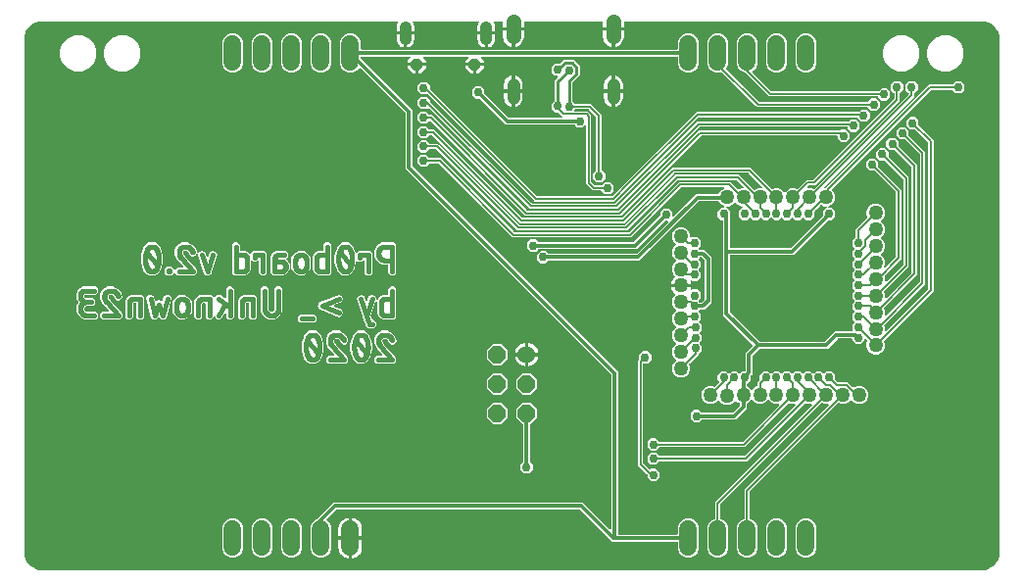
<source format=gbr>
G04 EAGLE Gerber RS-274X export*
G75*
%MOMM*%
%FSLAX34Y34*%
%LPD*%
%INBottom Copper*%
%IPPOS*%
%AMOC8*
5,1,8,0,0,1.08239X$1,22.5*%
G01*
%ADD10C,0.381000*%
%ADD11P,1.145169X8X202.500000*%
%ADD12C,1.008000*%
%ADD13C,1.108000*%
%ADD14C,1.300000*%
%ADD15C,1.270000*%
%ADD16C,1.524000*%
%ADD17C,1.524000*%
%ADD18P,1.649562X8X292.500000*%
%ADD19C,0.756400*%
%ADD20C,0.152400*%
%ADD21C,0.304800*%
%ADD22C,0.254000*%

G36*
X838218Y10545D02*
X838218Y10545D01*
X838250Y10543D01*
X840090Y10664D01*
X840113Y10669D01*
X840237Y10688D01*
X843792Y11641D01*
X843806Y11647D01*
X843822Y11649D01*
X843975Y11717D01*
X847162Y13557D01*
X847175Y13567D01*
X847189Y13573D01*
X847320Y13678D01*
X849922Y16280D01*
X849931Y16293D01*
X849944Y16303D01*
X850043Y16438D01*
X851883Y19625D01*
X851889Y19639D01*
X851898Y19652D01*
X851959Y19808D01*
X852912Y23363D01*
X852914Y23387D01*
X852936Y23510D01*
X853057Y25350D01*
X853055Y25369D01*
X853058Y25400D01*
X853058Y469900D01*
X853055Y469918D01*
X853057Y469950D01*
X852936Y471790D01*
X852931Y471813D01*
X852912Y471937D01*
X851959Y475492D01*
X851953Y475506D01*
X851951Y475522D01*
X851883Y475675D01*
X850043Y478862D01*
X850033Y478875D01*
X850027Y478889D01*
X849922Y479020D01*
X847320Y481622D01*
X847307Y481631D01*
X847297Y481644D01*
X847162Y481743D01*
X843975Y483583D01*
X843961Y483589D01*
X843948Y483598D01*
X843792Y483659D01*
X840237Y484612D01*
X840213Y484614D01*
X840090Y484636D01*
X838250Y484757D01*
X838231Y484755D01*
X838200Y484758D01*
X529252Y484758D01*
X529232Y484755D01*
X529213Y484757D01*
X529111Y484735D01*
X529009Y484719D01*
X528992Y484709D01*
X528972Y484705D01*
X528883Y484652D01*
X528792Y484603D01*
X528778Y484589D01*
X528761Y484579D01*
X528694Y484500D01*
X528622Y484425D01*
X528614Y484407D01*
X528601Y484392D01*
X528562Y484296D01*
X528519Y484202D01*
X528517Y484182D01*
X528509Y484164D01*
X528491Y483997D01*
X528491Y479493D01*
X520188Y479493D01*
X520169Y479490D01*
X520149Y479492D01*
X520047Y479470D01*
X519945Y479453D01*
X519928Y479444D01*
X519908Y479440D01*
X519819Y479387D01*
X519728Y479338D01*
X519714Y479324D01*
X519697Y479314D01*
X519630Y479235D01*
X519559Y479160D01*
X519550Y479142D01*
X519537Y479127D01*
X519499Y479030D01*
X519455Y478937D01*
X519453Y478917D01*
X519446Y478899D01*
X519433Y478975D01*
X519424Y478992D01*
X519420Y479012D01*
X519367Y479101D01*
X519318Y479192D01*
X519304Y479206D01*
X519294Y479223D01*
X519215Y479290D01*
X519140Y479361D01*
X519122Y479370D01*
X519107Y479383D01*
X519010Y479421D01*
X518917Y479465D01*
X518897Y479467D01*
X518879Y479475D01*
X518712Y479493D01*
X510409Y479493D01*
X510409Y483997D01*
X510406Y484017D01*
X510408Y484036D01*
X510386Y484138D01*
X510370Y484240D01*
X510360Y484257D01*
X510356Y484277D01*
X510303Y484366D01*
X510254Y484457D01*
X510240Y484471D01*
X510230Y484488D01*
X510151Y484555D01*
X510076Y484627D01*
X510058Y484635D01*
X510043Y484648D01*
X509947Y484687D01*
X509853Y484730D01*
X509833Y484732D01*
X509815Y484740D01*
X509648Y484758D01*
X442852Y484758D01*
X442832Y484755D01*
X442813Y484757D01*
X442711Y484735D01*
X442609Y484719D01*
X442592Y484709D01*
X442572Y484705D01*
X442483Y484652D01*
X442392Y484603D01*
X442378Y484589D01*
X442361Y484579D01*
X442294Y484500D01*
X442222Y484425D01*
X442214Y484407D01*
X442201Y484392D01*
X442162Y484296D01*
X442119Y484202D01*
X442117Y484182D01*
X442109Y484164D01*
X442091Y483997D01*
X442091Y479493D01*
X433788Y479493D01*
X433769Y479490D01*
X433749Y479492D01*
X433647Y479470D01*
X433545Y479453D01*
X433528Y479444D01*
X433508Y479440D01*
X433419Y479387D01*
X433328Y479338D01*
X433314Y479324D01*
X433297Y479314D01*
X433230Y479235D01*
X433159Y479160D01*
X433150Y479142D01*
X433137Y479127D01*
X433099Y479030D01*
X433055Y478937D01*
X433053Y478917D01*
X433046Y478899D01*
X433033Y478975D01*
X433024Y478992D01*
X433020Y479012D01*
X432967Y479101D01*
X432918Y479192D01*
X432904Y479206D01*
X432894Y479223D01*
X432815Y479290D01*
X432740Y479361D01*
X432722Y479370D01*
X432707Y479383D01*
X432610Y479421D01*
X432517Y479465D01*
X432497Y479467D01*
X432479Y479475D01*
X432312Y479493D01*
X424009Y479493D01*
X424009Y483997D01*
X424006Y484017D01*
X424008Y484036D01*
X423986Y484138D01*
X423970Y484240D01*
X423960Y484257D01*
X423956Y484277D01*
X423903Y484366D01*
X423854Y484457D01*
X423840Y484471D01*
X423830Y484488D01*
X423751Y484555D01*
X423676Y484627D01*
X423658Y484635D01*
X423643Y484648D01*
X423547Y484687D01*
X423453Y484730D01*
X423433Y484732D01*
X423415Y484740D01*
X423248Y484758D01*
X416813Y484758D01*
X416694Y484739D01*
X416576Y484720D01*
X416574Y484719D01*
X416571Y484719D01*
X416466Y484663D01*
X416358Y484607D01*
X416356Y484605D01*
X416353Y484603D01*
X416271Y484517D01*
X416187Y484430D01*
X416186Y484427D01*
X416184Y484425D01*
X416133Y484316D01*
X416082Y484208D01*
X416081Y484205D01*
X416080Y484202D01*
X416067Y484084D01*
X416053Y483964D01*
X416053Y483961D01*
X416053Y483958D01*
X416079Y483840D01*
X416103Y483723D01*
X416105Y483720D01*
X416105Y483717D01*
X416111Y483708D01*
X416180Y483574D01*
X416368Y483293D01*
X416939Y481914D01*
X417231Y480449D01*
X417231Y475912D01*
X410138Y475912D01*
X410119Y475909D01*
X410099Y475911D01*
X409997Y475889D01*
X409895Y475872D01*
X409878Y475863D01*
X409858Y475858D01*
X409769Y475805D01*
X409678Y475757D01*
X409664Y475743D01*
X409647Y475732D01*
X409644Y475729D01*
X409590Y475780D01*
X409572Y475788D01*
X409557Y475801D01*
X409460Y475840D01*
X409367Y475884D01*
X409347Y475886D01*
X409329Y475893D01*
X409162Y475912D01*
X402069Y475912D01*
X402069Y480449D01*
X402361Y481914D01*
X402932Y483293D01*
X403120Y483574D01*
X403169Y483683D01*
X403220Y483792D01*
X403220Y483795D01*
X403221Y483798D01*
X403234Y483917D01*
X403247Y484036D01*
X403246Y484040D01*
X403247Y484043D01*
X403220Y484160D01*
X403195Y484277D01*
X403193Y484279D01*
X403192Y484283D01*
X403130Y484385D01*
X403068Y484488D01*
X403066Y484490D01*
X403064Y484493D01*
X402974Y484569D01*
X402882Y484648D01*
X402879Y484649D01*
X402876Y484651D01*
X402766Y484694D01*
X402653Y484740D01*
X402650Y484740D01*
X402647Y484741D01*
X402637Y484742D01*
X402487Y484758D01*
X346813Y484758D01*
X346694Y484739D01*
X346576Y484720D01*
X346574Y484719D01*
X346571Y484719D01*
X346466Y484663D01*
X346358Y484607D01*
X346356Y484605D01*
X346353Y484603D01*
X346271Y484517D01*
X346187Y484430D01*
X346186Y484427D01*
X346184Y484425D01*
X346133Y484316D01*
X346082Y484208D01*
X346081Y484205D01*
X346080Y484202D01*
X346067Y484084D01*
X346053Y483964D01*
X346053Y483961D01*
X346053Y483958D01*
X346079Y483840D01*
X346103Y483723D01*
X346105Y483720D01*
X346105Y483717D01*
X346111Y483708D01*
X346180Y483574D01*
X346368Y483293D01*
X346939Y481914D01*
X347231Y480449D01*
X347231Y475912D01*
X340138Y475912D01*
X340119Y475909D01*
X340099Y475911D01*
X339997Y475889D01*
X339895Y475872D01*
X339878Y475863D01*
X339858Y475858D01*
X339769Y475805D01*
X339678Y475757D01*
X339664Y475743D01*
X339647Y475732D01*
X339644Y475729D01*
X339590Y475780D01*
X339572Y475788D01*
X339557Y475801D01*
X339460Y475840D01*
X339367Y475884D01*
X339347Y475886D01*
X339329Y475893D01*
X339162Y475912D01*
X332069Y475912D01*
X332069Y480449D01*
X332361Y481914D01*
X332932Y483293D01*
X333120Y483574D01*
X333169Y483683D01*
X333220Y483792D01*
X333220Y483795D01*
X333221Y483798D01*
X333234Y483917D01*
X333247Y484036D01*
X333246Y484040D01*
X333247Y484043D01*
X333220Y484160D01*
X333195Y484277D01*
X333193Y484279D01*
X333192Y484283D01*
X333130Y484385D01*
X333068Y484488D01*
X333066Y484490D01*
X333064Y484493D01*
X332974Y484569D01*
X332882Y484648D01*
X332879Y484649D01*
X332876Y484651D01*
X332766Y484694D01*
X332653Y484740D01*
X332650Y484740D01*
X332647Y484741D01*
X332637Y484742D01*
X332487Y484758D01*
X25400Y484758D01*
X25382Y484755D01*
X25350Y484757D01*
X23510Y484636D01*
X23487Y484631D01*
X23363Y484612D01*
X19808Y483659D01*
X19794Y483653D01*
X19778Y483651D01*
X19625Y483583D01*
X16438Y481743D01*
X16425Y481733D01*
X16411Y481727D01*
X16280Y481622D01*
X13678Y479020D01*
X13669Y479007D01*
X13656Y478997D01*
X13557Y478862D01*
X11717Y475675D01*
X11711Y475661D01*
X11702Y475648D01*
X11641Y475492D01*
X10688Y471937D01*
X10686Y471914D01*
X10664Y471790D01*
X10543Y469950D01*
X10545Y469931D01*
X10542Y469900D01*
X10542Y25400D01*
X10545Y25382D01*
X10543Y25350D01*
X10664Y23510D01*
X10669Y23487D01*
X10688Y23363D01*
X11641Y19808D01*
X11647Y19794D01*
X11649Y19778D01*
X11717Y19625D01*
X13557Y16438D01*
X13567Y16425D01*
X13573Y16411D01*
X13678Y16280D01*
X16280Y13678D01*
X16293Y13669D01*
X16303Y13656D01*
X16438Y13557D01*
X19625Y11717D01*
X19639Y11711D01*
X19652Y11702D01*
X19808Y11641D01*
X23363Y10688D01*
X23387Y10686D01*
X23510Y10664D01*
X25350Y10543D01*
X25369Y10545D01*
X25400Y10542D01*
X838200Y10542D01*
X838218Y10545D01*
G37*
%LPC*%
G36*
X607781Y21335D02*
X607781Y21335D01*
X604420Y22727D01*
X601847Y25300D01*
X600455Y28661D01*
X600455Y47539D01*
X601847Y50900D01*
X604420Y53473D01*
X606843Y54476D01*
X606943Y54538D01*
X607043Y54598D01*
X607047Y54603D01*
X607052Y54606D01*
X607127Y54696D01*
X607203Y54785D01*
X607205Y54791D01*
X607209Y54795D01*
X607251Y54904D01*
X607295Y55013D01*
X607296Y55020D01*
X607297Y55025D01*
X607298Y55043D01*
X607313Y55180D01*
X607313Y69210D01*
X690854Y152751D01*
X690896Y152809D01*
X690946Y152861D01*
X690968Y152908D01*
X690998Y152950D01*
X691019Y153019D01*
X691049Y153084D01*
X691055Y153136D01*
X691070Y153186D01*
X691068Y153257D01*
X691076Y153328D01*
X691065Y153379D01*
X691064Y153431D01*
X691039Y153499D01*
X691024Y153569D01*
X690997Y153613D01*
X690979Y153662D01*
X690935Y153718D01*
X690898Y153780D01*
X690858Y153814D01*
X690826Y153854D01*
X690765Y153893D01*
X690711Y153940D01*
X690663Y153959D01*
X690619Y153987D01*
X690549Y154005D01*
X690483Y154032D01*
X690411Y154040D01*
X690380Y154048D01*
X690357Y154046D01*
X690316Y154050D01*
X687409Y154050D01*
X685705Y154756D01*
X685591Y154783D01*
X685477Y154811D01*
X685471Y154811D01*
X685465Y154812D01*
X685349Y154801D01*
X685232Y154792D01*
X685227Y154790D01*
X685220Y154789D01*
X685113Y154741D01*
X685006Y154696D01*
X685000Y154691D01*
X684996Y154689D01*
X684982Y154676D01*
X684875Y154591D01*
X634797Y104513D01*
X559571Y104513D01*
X559481Y104498D01*
X559390Y104491D01*
X559360Y104478D01*
X559328Y104473D01*
X559248Y104430D01*
X559164Y104395D01*
X559132Y104369D01*
X559111Y104358D01*
X559089Y104335D01*
X559033Y104290D01*
X556236Y101493D01*
X551839Y101493D01*
X548731Y104601D01*
X548731Y108998D01*
X551839Y112106D01*
X556236Y112106D01*
X559033Y109309D01*
X559107Y109256D01*
X559176Y109197D01*
X559206Y109184D01*
X559232Y109166D01*
X559319Y109139D01*
X559404Y109105D01*
X559445Y109100D01*
X559467Y109093D01*
X559500Y109094D01*
X559571Y109086D01*
X632587Y109086D01*
X632677Y109101D01*
X632768Y109108D01*
X632798Y109121D01*
X632830Y109126D01*
X632910Y109169D01*
X632994Y109204D01*
X633026Y109230D01*
X633047Y109241D01*
X633069Y109264D01*
X633125Y109309D01*
X676567Y152751D01*
X676609Y152809D01*
X676658Y152861D01*
X676680Y152908D01*
X676710Y152950D01*
X676731Y153019D01*
X676762Y153084D01*
X676767Y153136D01*
X676783Y153186D01*
X676781Y153257D01*
X676789Y153328D01*
X676778Y153379D01*
X676776Y153431D01*
X676752Y153499D01*
X676737Y153569D01*
X676710Y153614D01*
X676692Y153662D01*
X676647Y153718D01*
X676610Y153780D01*
X676571Y153814D01*
X676538Y153854D01*
X676478Y153893D01*
X676423Y153940D01*
X676375Y153959D01*
X676331Y153987D01*
X676262Y154005D01*
X676195Y154032D01*
X676124Y154040D01*
X676093Y154048D01*
X676069Y154046D01*
X676029Y154050D01*
X673121Y154050D01*
X671417Y154756D01*
X671304Y154783D01*
X671190Y154811D01*
X671184Y154811D01*
X671178Y154812D01*
X671061Y154801D01*
X670945Y154792D01*
X670939Y154790D01*
X670933Y154789D01*
X670825Y154741D01*
X670718Y154696D01*
X670713Y154691D01*
X670708Y154689D01*
X670694Y154676D01*
X670587Y154591D01*
X632772Y116776D01*
X559571Y116776D01*
X559481Y116761D01*
X559390Y116754D01*
X559360Y116741D01*
X559328Y116736D01*
X559248Y116693D01*
X559164Y116658D01*
X559132Y116632D01*
X559111Y116621D01*
X559089Y116598D01*
X559033Y116553D01*
X556236Y113756D01*
X551839Y113756D01*
X548731Y116864D01*
X548731Y121261D01*
X551839Y124369D01*
X556236Y124369D01*
X559033Y121572D01*
X559107Y121519D01*
X559176Y121460D01*
X559206Y121447D01*
X559232Y121429D01*
X559319Y121402D01*
X559404Y121368D01*
X559445Y121363D01*
X559467Y121356D01*
X559500Y121357D01*
X559571Y121349D01*
X630562Y121349D01*
X630653Y121364D01*
X630743Y121371D01*
X630773Y121384D01*
X630805Y121389D01*
X630886Y121432D01*
X630970Y121467D01*
X631002Y121493D01*
X631023Y121504D01*
X631045Y121527D01*
X631101Y121572D01*
X662279Y152751D01*
X662321Y152809D01*
X662371Y152861D01*
X662393Y152908D01*
X662423Y152950D01*
X662444Y153019D01*
X662474Y153084D01*
X662480Y153136D01*
X662495Y153186D01*
X662493Y153257D01*
X662501Y153328D01*
X662490Y153379D01*
X662489Y153431D01*
X662464Y153499D01*
X662449Y153569D01*
X662422Y153614D01*
X662404Y153662D01*
X662360Y153718D01*
X662323Y153780D01*
X662283Y153814D01*
X662251Y153854D01*
X662190Y153893D01*
X662136Y153940D01*
X662088Y153959D01*
X662044Y153987D01*
X661974Y154005D01*
X661908Y154032D01*
X661836Y154040D01*
X661805Y154048D01*
X661782Y154046D01*
X661741Y154050D01*
X658834Y154050D01*
X655939Y155249D01*
X653795Y157394D01*
X653778Y157406D01*
X653766Y157421D01*
X653679Y157477D01*
X653595Y157537D01*
X653576Y157543D01*
X653559Y157554D01*
X653458Y157579D01*
X653360Y157610D01*
X653340Y157609D01*
X653320Y157614D01*
X653217Y157606D01*
X653114Y157603D01*
X653095Y157597D01*
X653075Y157595D01*
X652980Y157555D01*
X652883Y157519D01*
X652867Y157507D01*
X652849Y157499D01*
X652718Y157394D01*
X650573Y155249D01*
X647679Y154050D01*
X644546Y154050D01*
X641652Y155249D01*
X639507Y157394D01*
X639491Y157406D01*
X639478Y157421D01*
X639391Y157477D01*
X639307Y157537D01*
X639288Y157543D01*
X639272Y157554D01*
X639171Y157579D01*
X639072Y157610D01*
X639052Y157609D01*
X639033Y157614D01*
X638930Y157606D01*
X638826Y157603D01*
X638808Y157597D01*
X638788Y157595D01*
X638693Y157555D01*
X638595Y157519D01*
X638580Y157506D01*
X638561Y157499D01*
X638430Y157394D01*
X636286Y155249D01*
X635344Y154859D01*
X635244Y154797D01*
X635144Y154737D01*
X635140Y154733D01*
X635135Y154729D01*
X635060Y154639D01*
X634984Y154551D01*
X634982Y154545D01*
X634978Y154540D01*
X634936Y154431D01*
X634892Y154322D01*
X634891Y154315D01*
X634890Y154310D01*
X634889Y154292D01*
X634874Y154156D01*
X634874Y150343D01*
X625150Y140620D01*
X596115Y140620D01*
X596025Y140605D01*
X595934Y140598D01*
X595904Y140586D01*
X595872Y140580D01*
X595792Y140538D01*
X595708Y140502D01*
X595676Y140476D01*
X595655Y140465D01*
X595633Y140442D01*
X595577Y140397D01*
X593542Y138362D01*
X589146Y138362D01*
X586037Y141471D01*
X586037Y145867D01*
X589146Y148975D01*
X593542Y148975D01*
X595577Y146940D01*
X595651Y146887D01*
X595720Y146828D01*
X595750Y146816D01*
X595777Y146797D01*
X595864Y146770D01*
X595948Y146736D01*
X595989Y146731D01*
X596012Y146725D01*
X596044Y146725D01*
X596115Y146717D01*
X622309Y146717D01*
X622399Y146732D01*
X622490Y146739D01*
X622520Y146752D01*
X622552Y146757D01*
X622633Y146800D01*
X622717Y146836D01*
X622749Y146861D01*
X622769Y146872D01*
X622792Y146896D01*
X622848Y146940D01*
X628553Y152646D01*
X628606Y152720D01*
X628666Y152790D01*
X628678Y152820D01*
X628697Y152846D01*
X628724Y152933D01*
X628758Y153018D01*
X628762Y153059D01*
X628769Y153081D01*
X628768Y153113D01*
X628776Y153184D01*
X628776Y154156D01*
X628757Y154270D01*
X628740Y154387D01*
X628738Y154392D01*
X628737Y154398D01*
X628682Y154501D01*
X628629Y154606D01*
X628624Y154610D01*
X628621Y154616D01*
X628538Y154695D01*
X628453Y154778D01*
X628447Y154782D01*
X628443Y154785D01*
X628426Y154793D01*
X628306Y154859D01*
X627364Y155249D01*
X625526Y157088D01*
X625488Y157115D01*
X625457Y157149D01*
X625389Y157186D01*
X625326Y157231D01*
X625282Y157245D01*
X625242Y157267D01*
X625165Y157281D01*
X625091Y157304D01*
X625045Y157303D01*
X625000Y157311D01*
X624923Y157299D01*
X624845Y157297D01*
X624802Y157282D01*
X624756Y157275D01*
X624687Y157240D01*
X624614Y157213D01*
X624578Y157184D01*
X624537Y157163D01*
X624483Y157108D01*
X624422Y157059D01*
X624397Y157021D01*
X624365Y156988D01*
X624299Y156868D01*
X624289Y156852D01*
X624288Y156847D01*
X624284Y156841D01*
X624213Y156671D01*
X621998Y154455D01*
X619104Y153257D01*
X615971Y153257D01*
X613077Y154455D01*
X610862Y156671D01*
X610791Y156841D01*
X610767Y156880D01*
X610751Y156923D01*
X610702Y156984D01*
X610661Y157050D01*
X610626Y157079D01*
X610597Y157115D01*
X610532Y157157D01*
X610472Y157207D01*
X610429Y157223D01*
X610391Y157248D01*
X610315Y157267D01*
X610242Y157295D01*
X610197Y157297D01*
X610152Y157308D01*
X610074Y157302D01*
X609997Y157305D01*
X609952Y157293D01*
X609907Y157289D01*
X609835Y157259D01*
X609760Y157237D01*
X609723Y157211D01*
X609680Y157193D01*
X609574Y157107D01*
X609558Y157097D01*
X609555Y157093D01*
X609549Y157088D01*
X607711Y155249D01*
X604816Y154050D01*
X601684Y154050D01*
X598789Y155249D01*
X596574Y157464D01*
X595375Y160359D01*
X595375Y163491D01*
X596574Y166386D01*
X598789Y168601D01*
X601684Y169800D01*
X604816Y169800D01*
X606520Y169094D01*
X606634Y169067D01*
X606748Y169039D01*
X606754Y169039D01*
X606760Y169038D01*
X606876Y169049D01*
X606993Y169058D01*
X606998Y169060D01*
X607005Y169061D01*
X607112Y169109D01*
X607219Y169154D01*
X607225Y169159D01*
X607229Y169161D01*
X607243Y169173D01*
X607350Y169259D01*
X610698Y172607D01*
X610709Y172623D01*
X610725Y172635D01*
X610781Y172723D01*
X610841Y172807D01*
X610847Y172826D01*
X610858Y172842D01*
X610883Y172943D01*
X610914Y173042D01*
X610913Y173062D01*
X610918Y173081D01*
X610910Y173184D01*
X610907Y173287D01*
X610900Y173306D01*
X610899Y173326D01*
X610858Y173421D01*
X610823Y173518D01*
X610810Y173534D01*
X610803Y173552D01*
X610698Y173683D01*
X609573Y174808D01*
X609573Y179204D01*
X612682Y182313D01*
X617078Y182313D01*
X618885Y180505D01*
X618902Y180494D01*
X618914Y180478D01*
X618987Y180432D01*
X619011Y180411D01*
X619025Y180405D01*
X619085Y180362D01*
X619104Y180356D01*
X619121Y180345D01*
X619222Y180320D01*
X619320Y180289D01*
X619340Y180290D01*
X619360Y180285D01*
X619463Y180293D01*
X619566Y180296D01*
X619585Y180303D01*
X619605Y180304D01*
X619700Y180345D01*
X619797Y180380D01*
X619813Y180393D01*
X619831Y180401D01*
X619895Y180451D01*
X619902Y180455D01*
X619910Y180464D01*
X619962Y180505D01*
X621770Y182313D01*
X626166Y182313D01*
X627973Y180505D01*
X627990Y180494D01*
X628002Y180478D01*
X628075Y180431D01*
X628099Y180411D01*
X628113Y180405D01*
X628173Y180362D01*
X628192Y180356D01*
X628209Y180345D01*
X628309Y180320D01*
X628408Y180289D01*
X628428Y180290D01*
X628448Y180285D01*
X628550Y180293D01*
X628654Y180296D01*
X628673Y180303D01*
X628693Y180304D01*
X628788Y180345D01*
X628885Y180380D01*
X628901Y180393D01*
X628919Y180401D01*
X628983Y180451D01*
X628990Y180455D01*
X628998Y180464D01*
X629050Y180505D01*
X630858Y182313D01*
X632778Y182313D01*
X632797Y182316D01*
X632817Y182314D01*
X632918Y182336D01*
X633020Y182353D01*
X633038Y182362D01*
X633057Y182366D01*
X633146Y182419D01*
X633238Y182468D01*
X633251Y182482D01*
X633268Y182492D01*
X633336Y182571D01*
X633407Y182646D01*
X633415Y182664D01*
X633428Y182679D01*
X633467Y182776D01*
X633511Y182869D01*
X633513Y182889D01*
X633520Y182908D01*
X633539Y183074D01*
X633539Y198113D01*
X639608Y204182D01*
X639620Y204198D01*
X639635Y204211D01*
X639691Y204298D01*
X639752Y204382D01*
X639757Y204401D01*
X639768Y204418D01*
X639794Y204518D01*
X639824Y204617D01*
X639823Y204637D01*
X639828Y204656D01*
X639820Y204759D01*
X639818Y204863D01*
X639811Y204882D01*
X639809Y204901D01*
X639769Y204996D01*
X639733Y205094D01*
X639721Y205110D01*
X639713Y205128D01*
X639608Y205259D01*
X614169Y230698D01*
X614169Y312226D01*
X614166Y312245D01*
X614168Y312265D01*
X614146Y312366D01*
X614130Y312469D01*
X614120Y312486D01*
X614116Y312506D01*
X614063Y312595D01*
X614014Y312686D01*
X614000Y312700D01*
X613990Y312717D01*
X613911Y312784D01*
X613836Y312855D01*
X613818Y312864D01*
X613803Y312877D01*
X613707Y312915D01*
X613613Y312959D01*
X613593Y312961D01*
X613575Y312969D01*
X613408Y312987D01*
X612762Y312987D01*
X609653Y316096D01*
X609653Y320492D01*
X612762Y323600D01*
X614814Y323600D01*
X614910Y323616D01*
X615007Y323625D01*
X615031Y323636D01*
X615057Y323640D01*
X615143Y323686D01*
X615232Y323725D01*
X615251Y323743D01*
X615274Y323755D01*
X615341Y323826D01*
X615413Y323892D01*
X615426Y323915D01*
X615444Y323934D01*
X615485Y324022D01*
X615532Y324107D01*
X615536Y324133D01*
X615547Y324157D01*
X615558Y324253D01*
X615575Y324349D01*
X615572Y324375D01*
X615575Y324401D01*
X615554Y324496D01*
X615540Y324593D01*
X615528Y324616D01*
X615522Y324642D01*
X615472Y324725D01*
X615428Y324812D01*
X615409Y324830D01*
X615396Y324853D01*
X615322Y324916D01*
X615253Y324984D01*
X615224Y325000D01*
X615209Y325013D01*
X615178Y325025D01*
X615106Y325065D01*
X613077Y325905D01*
X610862Y328121D01*
X610524Y328936D01*
X610463Y329035D01*
X610403Y329135D01*
X610398Y329139D01*
X610394Y329145D01*
X610304Y329219D01*
X610216Y329295D01*
X610210Y329297D01*
X610205Y329301D01*
X610097Y329343D01*
X609987Y329387D01*
X609980Y329388D01*
X609975Y329390D01*
X609957Y329390D01*
X609821Y329406D01*
X593792Y329406D01*
X593702Y329391D01*
X593611Y329384D01*
X593581Y329371D01*
X593549Y329366D01*
X593468Y329323D01*
X593384Y329287D01*
X593352Y329262D01*
X593332Y329251D01*
X593309Y329227D01*
X593253Y329183D01*
X541935Y277864D01*
X463559Y277864D01*
X463469Y277849D01*
X463378Y277842D01*
X463348Y277830D01*
X463316Y277824D01*
X463236Y277782D01*
X463152Y277746D01*
X463120Y277720D01*
X463099Y277709D01*
X463077Y277686D01*
X463021Y277641D01*
X460986Y275606D01*
X456589Y275606D01*
X453481Y278715D01*
X453481Y283111D01*
X456589Y286219D01*
X460986Y286219D01*
X463021Y284184D01*
X463095Y284131D01*
X463164Y284072D01*
X463194Y284060D01*
X463220Y284041D01*
X463307Y284014D01*
X463392Y283980D01*
X463433Y283975D01*
X463455Y283969D01*
X463488Y283969D01*
X463559Y283961D01*
X539094Y283961D01*
X539184Y283976D01*
X539275Y283983D01*
X539305Y283996D01*
X539337Y284001D01*
X539417Y284044D01*
X539501Y284080D01*
X539533Y284105D01*
X539554Y284116D01*
X539576Y284140D01*
X539632Y284184D01*
X566529Y311081D01*
X566570Y311139D01*
X566620Y311191D01*
X566642Y311238D01*
X566672Y311281D01*
X566693Y311349D01*
X566723Y311414D01*
X566729Y311466D01*
X566744Y311516D01*
X566743Y311587D01*
X566750Y311659D01*
X566739Y311709D01*
X566738Y311762D01*
X566713Y311829D01*
X566698Y311899D01*
X566671Y311944D01*
X566654Y311993D01*
X566609Y312049D01*
X566572Y312110D01*
X566532Y312144D01*
X566500Y312185D01*
X566440Y312223D01*
X566385Y312270D01*
X566337Y312289D01*
X566293Y312318D01*
X566224Y312335D01*
X566157Y312362D01*
X566086Y312370D01*
X566054Y312378D01*
X566031Y312376D01*
X565990Y312380D01*
X564479Y312380D01*
X564389Y312366D01*
X564298Y312359D01*
X564269Y312346D01*
X564237Y312341D01*
X564156Y312298D01*
X564072Y312262D01*
X564040Y312237D01*
X564019Y312226D01*
X563997Y312202D01*
X563941Y312157D01*
X539653Y287869D01*
X454828Y287869D01*
X454738Y287854D01*
X454647Y287847D01*
X454617Y287835D01*
X454585Y287829D01*
X454504Y287787D01*
X454420Y287751D01*
X454388Y287725D01*
X454368Y287714D01*
X454345Y287691D01*
X454289Y287646D01*
X452254Y285611D01*
X447858Y285611D01*
X444750Y288720D01*
X444750Y293116D01*
X447858Y296224D01*
X452254Y296224D01*
X454289Y294189D01*
X454363Y294136D01*
X454433Y294077D01*
X454463Y294065D01*
X454489Y294046D01*
X454576Y294019D01*
X454661Y293985D01*
X454702Y293980D01*
X454724Y293974D01*
X454756Y293974D01*
X454828Y293966D01*
X536812Y293966D01*
X536902Y293981D01*
X536993Y293988D01*
X537022Y294001D01*
X537054Y294006D01*
X537135Y294049D01*
X537219Y294085D01*
X537251Y294110D01*
X537272Y294121D01*
X537294Y294145D01*
X537350Y294189D01*
X559629Y316469D01*
X559683Y316543D01*
X559742Y316612D01*
X559754Y316643D01*
X559773Y316669D01*
X559800Y316756D01*
X559834Y316841D01*
X559838Y316881D01*
X559845Y316904D01*
X559845Y316936D01*
X559852Y317007D01*
X559852Y319885D01*
X562961Y322994D01*
X567357Y322994D01*
X570466Y319885D01*
X570466Y316856D01*
X570477Y316785D01*
X570479Y316714D01*
X570497Y316665D01*
X570506Y316613D01*
X570539Y316550D01*
X570564Y316483D01*
X570596Y316442D01*
X570621Y316396D01*
X570673Y316347D01*
X570717Y316291D01*
X570761Y316262D01*
X570799Y316227D01*
X570864Y316196D01*
X570924Y316158D01*
X570975Y316145D01*
X571022Y316123D01*
X571093Y316115D01*
X571163Y316097D01*
X571215Y316102D01*
X571267Y316096D01*
X571337Y316111D01*
X571408Y316117D01*
X571456Y316137D01*
X571507Y316148D01*
X571569Y316185D01*
X571634Y316213D01*
X571690Y316258D01*
X571718Y316274D01*
X571733Y316292D01*
X571765Y316318D01*
X590951Y335503D01*
X609716Y335503D01*
X609830Y335522D01*
X609946Y335539D01*
X609952Y335542D01*
X609958Y335543D01*
X610061Y335597D01*
X610166Y335650D01*
X610170Y335655D01*
X610176Y335658D01*
X610255Y335742D01*
X610338Y335826D01*
X610342Y335833D01*
X610345Y335836D01*
X610353Y335853D01*
X610419Y335973D01*
X610862Y337042D01*
X613077Y339257D01*
X614731Y339942D01*
X614814Y339994D01*
X614900Y340039D01*
X614918Y340058D01*
X614940Y340072D01*
X615003Y340147D01*
X615070Y340218D01*
X615081Y340241D01*
X615097Y340262D01*
X615132Y340352D01*
X615173Y340441D01*
X615176Y340467D01*
X615185Y340491D01*
X615190Y340588D01*
X615200Y340685D01*
X615195Y340711D01*
X615196Y340737D01*
X615169Y340830D01*
X615148Y340926D01*
X615135Y340948D01*
X615127Y340973D01*
X615072Y341053D01*
X615022Y341137D01*
X615002Y341154D01*
X614987Y341175D01*
X614909Y341233D01*
X614835Y341297D01*
X614811Y341306D01*
X614790Y341322D01*
X614697Y341352D01*
X614607Y341389D01*
X614574Y341392D01*
X614556Y341398D01*
X614523Y341398D01*
X614440Y341407D01*
X578291Y341407D01*
X578200Y341392D01*
X578110Y341385D01*
X578080Y341373D01*
X578048Y341367D01*
X577967Y341325D01*
X577883Y341289D01*
X577851Y341263D01*
X577830Y341252D01*
X577808Y341229D01*
X577752Y341184D01*
X534442Y297874D01*
X432537Y297874D01*
X368510Y361902D01*
X368436Y361955D01*
X368366Y362014D01*
X368336Y362027D01*
X368310Y362045D01*
X368223Y362072D01*
X368138Y362106D01*
X368097Y362111D01*
X368075Y362118D01*
X368043Y362117D01*
X367971Y362125D01*
X361133Y362125D01*
X361043Y362110D01*
X360952Y362103D01*
X360923Y362090D01*
X360891Y362085D01*
X360810Y362042D01*
X360726Y362007D01*
X360694Y361981D01*
X360673Y361970D01*
X360651Y361947D01*
X360595Y361902D01*
X357798Y359105D01*
X353402Y359105D01*
X350293Y362213D01*
X350293Y366610D01*
X353402Y369718D01*
X357798Y369718D01*
X360595Y366921D01*
X360669Y366868D01*
X360739Y366809D01*
X360769Y366796D01*
X360795Y366778D01*
X360882Y366751D01*
X360967Y366717D01*
X361008Y366712D01*
X361030Y366705D01*
X361062Y366706D01*
X361133Y366698D01*
X370181Y366698D01*
X434209Y302670D01*
X434283Y302617D01*
X434352Y302558D01*
X434382Y302546D01*
X434408Y302527D01*
X434495Y302500D01*
X434580Y302466D01*
X434621Y302461D01*
X434644Y302455D01*
X434676Y302455D01*
X434747Y302447D01*
X532233Y302447D01*
X532323Y302462D01*
X532414Y302469D01*
X532443Y302482D01*
X532475Y302487D01*
X532556Y302530D01*
X532640Y302566D01*
X532672Y302591D01*
X532693Y302602D01*
X532715Y302626D01*
X532771Y302670D01*
X576081Y345980D01*
X620072Y345980D01*
X621635Y344418D01*
X626602Y339450D01*
X626697Y339382D01*
X626791Y339312D01*
X626797Y339310D01*
X626802Y339307D01*
X626913Y339272D01*
X627025Y339236D01*
X627031Y339236D01*
X627037Y339234D01*
X627154Y339237D01*
X627271Y339238D01*
X627278Y339241D01*
X627283Y339241D01*
X627301Y339247D01*
X627432Y339285D01*
X630259Y340456D01*
X631092Y340456D01*
X631162Y340468D01*
X631234Y340469D01*
X631283Y340487D01*
X631334Y340496D01*
X631398Y340529D01*
X631465Y340554D01*
X631506Y340586D01*
X631552Y340611D01*
X631601Y340663D01*
X631657Y340708D01*
X631685Y340751D01*
X631721Y340789D01*
X631751Y340854D01*
X631790Y340914D01*
X631803Y340965D01*
X631825Y341012D01*
X631833Y341083D01*
X631850Y341153D01*
X631846Y341205D01*
X631852Y341257D01*
X631837Y341327D01*
X631831Y341398D01*
X631811Y341446D01*
X631800Y341497D01*
X631763Y341559D01*
X631735Y341625D01*
X631690Y341680D01*
X631673Y341708D01*
X631656Y341723D01*
X631630Y341756D01*
X625978Y347407D01*
X625904Y347460D01*
X625835Y347520D01*
X625805Y347532D01*
X625779Y347551D01*
X625692Y347577D01*
X625607Y347612D01*
X625566Y347616D01*
X625544Y347623D01*
X625511Y347622D01*
X625440Y347630D01*
X575441Y347630D01*
X575350Y347615D01*
X575260Y347608D01*
X575230Y347596D01*
X575198Y347590D01*
X575117Y347548D01*
X575033Y347512D01*
X575001Y347486D01*
X574980Y347475D01*
X574958Y347452D01*
X574902Y347407D01*
X531592Y304097D01*
X436181Y304097D01*
X366113Y374165D01*
X366039Y374218D01*
X365970Y374277D01*
X365940Y374290D01*
X365914Y374308D01*
X365827Y374335D01*
X365742Y374369D01*
X365701Y374374D01*
X365679Y374381D01*
X365646Y374380D01*
X365575Y374388D01*
X361133Y374388D01*
X361043Y374373D01*
X360952Y374366D01*
X360923Y374353D01*
X360891Y374348D01*
X360810Y374305D01*
X360726Y374270D01*
X360694Y374244D01*
X360673Y374233D01*
X360651Y374210D01*
X360595Y374165D01*
X357798Y371368D01*
X353402Y371368D01*
X350293Y374476D01*
X350293Y378873D01*
X353402Y381981D01*
X357798Y381981D01*
X360595Y379184D01*
X360669Y379131D01*
X360739Y379072D01*
X360769Y379059D01*
X360795Y379041D01*
X360882Y379014D01*
X360967Y378980D01*
X361008Y378975D01*
X361030Y378968D01*
X361062Y378969D01*
X361133Y378961D01*
X367785Y378961D01*
X437853Y308893D01*
X437926Y308840D01*
X437996Y308781D01*
X438026Y308769D01*
X438052Y308750D01*
X438139Y308723D01*
X438224Y308689D01*
X438265Y308684D01*
X438287Y308678D01*
X438320Y308678D01*
X438391Y308670D01*
X529382Y308670D01*
X529473Y308685D01*
X529563Y308692D01*
X529593Y308705D01*
X529625Y308710D01*
X529706Y308753D01*
X529790Y308789D01*
X529822Y308814D01*
X529843Y308825D01*
X529865Y308849D01*
X529921Y308893D01*
X573231Y352203D01*
X627650Y352203D01*
X640586Y339268D01*
X640602Y339256D01*
X640614Y339240D01*
X640702Y339184D01*
X640785Y339124D01*
X640804Y339118D01*
X640821Y339107D01*
X640922Y339082D01*
X641021Y339052D01*
X641040Y339052D01*
X641060Y339047D01*
X641163Y339055D01*
X641266Y339058D01*
X641285Y339065D01*
X641305Y339066D01*
X641400Y339107D01*
X641497Y339142D01*
X641513Y339155D01*
X641531Y339163D01*
X641646Y339255D01*
X644546Y340456D01*
X647760Y340456D01*
X647831Y340468D01*
X647903Y340469D01*
X647952Y340487D01*
X648003Y340496D01*
X648067Y340529D01*
X648134Y340554D01*
X648175Y340586D01*
X648221Y340611D01*
X648270Y340663D01*
X648326Y340708D01*
X648354Y340751D01*
X648390Y340789D01*
X648420Y340854D01*
X648459Y340914D01*
X648472Y340965D01*
X648494Y341012D01*
X648501Y341083D01*
X648519Y341153D01*
X648515Y341205D01*
X648521Y341257D01*
X648505Y341327D01*
X648500Y341398D01*
X648479Y341446D01*
X648468Y341497D01*
X648432Y341559D01*
X648404Y341625D01*
X648359Y341680D01*
X648342Y341708D01*
X648324Y341723D01*
X648299Y341756D01*
X636424Y353630D01*
X636350Y353683D01*
X636281Y353743D01*
X636251Y353755D01*
X636224Y353774D01*
X636137Y353800D01*
X636053Y353835D01*
X636012Y353839D01*
X635989Y353846D01*
X635957Y353845D01*
X635886Y353853D01*
X572590Y353853D01*
X572500Y353838D01*
X572409Y353831D01*
X572380Y353819D01*
X572348Y353813D01*
X572267Y353771D01*
X572183Y353735D01*
X572151Y353709D01*
X572130Y353698D01*
X572108Y353675D01*
X572052Y353630D01*
X528742Y310320D01*
X439031Y310320D01*
X362923Y386428D01*
X362849Y386481D01*
X362780Y386540D01*
X362750Y386553D01*
X362724Y386571D01*
X362637Y386598D01*
X362552Y386632D01*
X362511Y386637D01*
X362489Y386644D01*
X362456Y386643D01*
X362385Y386651D01*
X361133Y386651D01*
X361043Y386636D01*
X360952Y386629D01*
X360923Y386616D01*
X360891Y386611D01*
X360810Y386568D01*
X360726Y386533D01*
X360694Y386507D01*
X360673Y386496D01*
X360651Y386473D01*
X360595Y386428D01*
X357798Y383631D01*
X353402Y383631D01*
X350293Y386739D01*
X350293Y391136D01*
X353402Y394244D01*
X357798Y394244D01*
X360595Y391447D01*
X360669Y391394D01*
X360739Y391335D01*
X360769Y391322D01*
X360795Y391304D01*
X360882Y391277D01*
X360967Y391243D01*
X361008Y391238D01*
X361030Y391231D01*
X361062Y391232D01*
X361133Y391224D01*
X364595Y391224D01*
X440703Y315116D01*
X440777Y315063D01*
X440846Y315004D01*
X440876Y314992D01*
X440902Y314973D01*
X440989Y314946D01*
X441074Y314912D01*
X441115Y314907D01*
X441137Y314901D01*
X441170Y314901D01*
X441241Y314893D01*
X526532Y314893D01*
X526623Y314908D01*
X526713Y314915D01*
X526743Y314928D01*
X526775Y314933D01*
X526856Y314976D01*
X526940Y315012D01*
X526972Y315037D01*
X526993Y315048D01*
X527015Y315072D01*
X527071Y315116D01*
X570381Y358426D01*
X638096Y358426D01*
X656517Y340005D01*
X656612Y339937D01*
X656706Y339867D01*
X656712Y339865D01*
X656717Y339862D01*
X656828Y339827D01*
X656940Y339791D01*
X656946Y339791D01*
X656952Y339789D01*
X657069Y339792D01*
X657185Y339793D01*
X657193Y339795D01*
X657198Y339796D01*
X657215Y339802D01*
X657347Y339840D01*
X658834Y340456D01*
X661966Y340456D01*
X664861Y339257D01*
X667005Y337112D01*
X667022Y337101D01*
X667034Y337085D01*
X667121Y337029D01*
X667205Y336969D01*
X667224Y336963D01*
X667241Y336952D01*
X667342Y336927D01*
X667440Y336896D01*
X667460Y336897D01*
X667480Y336892D01*
X667583Y336900D01*
X667686Y336903D01*
X667705Y336910D01*
X667725Y336911D01*
X667820Y336952D01*
X667917Y336987D01*
X667933Y337000D01*
X667951Y337008D01*
X668082Y337112D01*
X670227Y339257D01*
X673121Y340456D01*
X676254Y340456D01*
X677958Y339750D01*
X678071Y339724D01*
X678185Y339695D01*
X678191Y339695D01*
X678197Y339694D01*
X678314Y339705D01*
X678430Y339714D01*
X678436Y339716D01*
X678442Y339717D01*
X678550Y339765D01*
X678657Y339810D01*
X678662Y339815D01*
X678667Y339817D01*
X678681Y339830D01*
X678788Y339915D01*
X684878Y346005D01*
X684878Y346006D01*
X686440Y347568D01*
X691681Y347568D01*
X691771Y347583D01*
X691862Y347590D01*
X691892Y347602D01*
X691924Y347608D01*
X692005Y347650D01*
X692089Y347686D01*
X692121Y347712D01*
X692141Y347723D01*
X692164Y347746D01*
X692220Y347791D01*
X761872Y417443D01*
X761925Y417517D01*
X761984Y417586D01*
X761996Y417617D01*
X762015Y417643D01*
X762042Y417730D01*
X762076Y417815D01*
X762081Y417855D01*
X762087Y417878D01*
X762087Y417910D01*
X762095Y417981D01*
X762095Y422298D01*
X762080Y422388D01*
X762073Y422479D01*
X762060Y422509D01*
X762055Y422541D01*
X762012Y422621D01*
X761976Y422705D01*
X761951Y422737D01*
X761940Y422758D01*
X761916Y422780D01*
X761872Y422836D01*
X759075Y425633D01*
X759075Y430029D01*
X762183Y433138D01*
X766579Y433138D01*
X769688Y430029D01*
X769688Y425633D01*
X766891Y422836D01*
X766838Y422762D01*
X766778Y422693D01*
X766766Y422663D01*
X766747Y422636D01*
X766721Y422549D01*
X766686Y422465D01*
X766682Y422424D01*
X766675Y422401D01*
X766676Y422369D01*
X766668Y422298D01*
X766668Y415772D01*
X693891Y342995D01*
X688650Y342995D01*
X688560Y342980D01*
X688469Y342973D01*
X688439Y342960D01*
X688407Y342955D01*
X688327Y342912D01*
X688243Y342876D01*
X688211Y342851D01*
X688190Y342840D01*
X688168Y342816D01*
X688112Y342772D01*
X687096Y341756D01*
X687054Y341697D01*
X687004Y341645D01*
X686982Y341598D01*
X686952Y341556D01*
X686931Y341487D01*
X686901Y341422D01*
X686895Y341370D01*
X686880Y341321D01*
X686882Y341249D01*
X686874Y341178D01*
X686885Y341127D01*
X686886Y341075D01*
X686911Y341007D01*
X686926Y340937D01*
X686953Y340893D01*
X686971Y340844D01*
X687015Y340788D01*
X687052Y340726D01*
X687092Y340692D01*
X687124Y340652D01*
X687185Y340613D01*
X687239Y340566D01*
X687287Y340547D01*
X687331Y340519D01*
X687401Y340501D01*
X687467Y340474D01*
X687539Y340467D01*
X687570Y340459D01*
X687593Y340461D01*
X687634Y340456D01*
X690541Y340456D01*
X692245Y339750D01*
X692359Y339724D01*
X692473Y339695D01*
X692479Y339695D01*
X692485Y339694D01*
X692601Y339705D01*
X692718Y339714D01*
X692723Y339716D01*
X692730Y339717D01*
X692837Y339765D01*
X692944Y339810D01*
X692950Y339815D01*
X692954Y339817D01*
X692968Y339830D01*
X693075Y339915D01*
X774572Y421412D01*
X774625Y421486D01*
X774684Y421555D01*
X774696Y421585D01*
X774715Y421611D01*
X774742Y421698D01*
X774776Y421783D01*
X774781Y421824D01*
X774787Y421847D01*
X774787Y421879D01*
X774795Y421950D01*
X774795Y422298D01*
X774780Y422388D01*
X774773Y422479D01*
X774760Y422509D01*
X774755Y422541D01*
X774712Y422621D01*
X774676Y422705D01*
X774651Y422737D01*
X774640Y422758D01*
X774616Y422780D01*
X774572Y422836D01*
X771775Y425633D01*
X771775Y430029D01*
X774883Y433138D01*
X779279Y433138D01*
X782388Y430029D01*
X782388Y425633D01*
X779591Y422836D01*
X779538Y422762D01*
X779478Y422693D01*
X779466Y422663D01*
X779447Y422636D01*
X779421Y422549D01*
X779386Y422465D01*
X779382Y422424D01*
X779375Y422401D01*
X779376Y422369D01*
X779368Y422298D01*
X779368Y419740D01*
X701383Y341756D01*
X701341Y341697D01*
X701292Y341645D01*
X701270Y341598D01*
X701240Y341556D01*
X701219Y341487D01*
X701188Y341422D01*
X701183Y341370D01*
X701167Y341321D01*
X701169Y341249D01*
X701161Y341178D01*
X701172Y341127D01*
X701174Y341075D01*
X701198Y341007D01*
X701213Y340937D01*
X701240Y340893D01*
X701258Y340844D01*
X701303Y340788D01*
X701340Y340726D01*
X701379Y340692D01*
X701412Y340652D01*
X701472Y340613D01*
X701527Y340566D01*
X701575Y340547D01*
X701619Y340519D01*
X701688Y340501D01*
X701755Y340474D01*
X701826Y340467D01*
X701857Y340459D01*
X701881Y340461D01*
X701921Y340456D01*
X702032Y340456D01*
X702122Y340471D01*
X702213Y340478D01*
X702243Y340490D01*
X702274Y340496D01*
X702355Y340538D01*
X702439Y340574D01*
X702471Y340600D01*
X702492Y340611D01*
X702514Y340634D01*
X702570Y340679D01*
X792009Y430118D01*
X812029Y430118D01*
X812119Y430133D01*
X812210Y430140D01*
X812240Y430152D01*
X812272Y430158D01*
X812352Y430200D01*
X812436Y430236D01*
X812468Y430262D01*
X812489Y430273D01*
X812511Y430296D01*
X812567Y430341D01*
X815364Y433138D01*
X819761Y433138D01*
X822869Y430029D01*
X822869Y425633D01*
X819761Y422525D01*
X815364Y422525D01*
X812567Y425322D01*
X812493Y425375D01*
X812424Y425434D01*
X812394Y425446D01*
X812368Y425465D01*
X812281Y425492D01*
X812196Y425526D01*
X812155Y425531D01*
X812133Y425537D01*
X812100Y425537D01*
X812029Y425545D01*
X794219Y425545D01*
X794129Y425530D01*
X794038Y425523D01*
X794008Y425510D01*
X793976Y425505D01*
X793895Y425462D01*
X793811Y425426D01*
X793779Y425401D01*
X793759Y425390D01*
X793736Y425366D01*
X793680Y425322D01*
X708208Y339849D01*
X708196Y339833D01*
X708181Y339820D01*
X708125Y339733D01*
X708064Y339649D01*
X708059Y339630D01*
X708048Y339613D01*
X708022Y339513D01*
X707992Y339414D01*
X707993Y339394D01*
X707988Y339375D01*
X707996Y339272D01*
X707998Y339168D01*
X708005Y339149D01*
X708007Y339130D01*
X708047Y339035D01*
X708083Y338937D01*
X708095Y338922D01*
X708103Y338903D01*
X708208Y338772D01*
X709938Y337042D01*
X711137Y334148D01*
X711137Y331015D01*
X709938Y328121D01*
X707723Y325905D01*
X705694Y325065D01*
X705611Y325014D01*
X705526Y324968D01*
X705508Y324949D01*
X705485Y324935D01*
X705423Y324860D01*
X705356Y324790D01*
X705345Y324766D01*
X705329Y324746D01*
X705294Y324655D01*
X705253Y324567D01*
X705250Y324541D01*
X705240Y324516D01*
X705236Y324419D01*
X705225Y324322D01*
X705231Y324297D01*
X705230Y324271D01*
X705257Y324177D01*
X705278Y324082D01*
X705291Y324059D01*
X705298Y324034D01*
X705354Y323954D01*
X705404Y323871D01*
X705424Y323854D01*
X705439Y323832D01*
X705517Y323774D01*
X705591Y323711D01*
X705615Y323701D01*
X705636Y323686D01*
X705729Y323655D01*
X705819Y323619D01*
X705851Y323615D01*
X705870Y323609D01*
X705903Y323610D01*
X705986Y323600D01*
X708038Y323600D01*
X711147Y320492D01*
X711147Y316096D01*
X708038Y312987D01*
X705731Y312987D01*
X705641Y312972D01*
X705550Y312965D01*
X705520Y312953D01*
X705489Y312947D01*
X705408Y312905D01*
X705324Y312869D01*
X705292Y312843D01*
X705271Y312832D01*
X705249Y312809D01*
X705193Y312764D01*
X677139Y284710D01*
X675130Y282701D01*
X621028Y282701D01*
X621008Y282698D01*
X620989Y282700D01*
X620887Y282678D01*
X620785Y282662D01*
X620768Y282652D01*
X620748Y282648D01*
X620659Y282595D01*
X620568Y282546D01*
X620554Y282532D01*
X620537Y282522D01*
X620470Y282443D01*
X620398Y282368D01*
X620390Y282350D01*
X620377Y282335D01*
X620338Y282239D01*
X620295Y282145D01*
X620293Y282125D01*
X620285Y282107D01*
X620267Y281940D01*
X620267Y233539D01*
X620281Y233448D01*
X620289Y233358D01*
X620301Y233328D01*
X620306Y233296D01*
X620349Y233215D01*
X620385Y233131D01*
X620411Y233099D01*
X620422Y233078D01*
X620445Y233056D01*
X620490Y233000D01*
X645270Y208220D01*
X645344Y208167D01*
X645414Y208107D01*
X645444Y208095D01*
X645470Y208076D01*
X645557Y208049D01*
X645642Y208015D01*
X645683Y208011D01*
X645705Y208004D01*
X645737Y208005D01*
X645809Y207997D01*
X701684Y207997D01*
X701774Y208011D01*
X701865Y208019D01*
X701895Y208031D01*
X701927Y208036D01*
X702008Y208079D01*
X702092Y208115D01*
X702124Y208141D01*
X702144Y208152D01*
X702167Y208175D01*
X702223Y208220D01*
X710731Y216728D01*
X725359Y216728D01*
X725430Y216740D01*
X725502Y216741D01*
X725551Y216759D01*
X725602Y216768D01*
X725665Y216801D01*
X725733Y216826D01*
X725773Y216858D01*
X725819Y216883D01*
X725869Y216935D01*
X725925Y216980D01*
X725953Y217023D01*
X725989Y217061D01*
X726019Y217126D01*
X726058Y217187D01*
X726070Y217237D01*
X726092Y217284D01*
X726100Y217356D01*
X726118Y217425D01*
X726114Y217477D01*
X726119Y217529D01*
X726104Y217599D01*
X726099Y217670D01*
X726078Y217718D01*
X726067Y217769D01*
X726030Y217831D01*
X726002Y217897D01*
X725957Y217953D01*
X725941Y217980D01*
X725923Y217995D01*
X725897Y218028D01*
X725737Y218188D01*
X725737Y222584D01*
X727545Y224392D01*
X727556Y224408D01*
X727572Y224420D01*
X727628Y224508D01*
X727688Y224591D01*
X727694Y224610D01*
X727705Y224627D01*
X727730Y224728D01*
X727761Y224827D01*
X727760Y224846D01*
X727765Y224866D01*
X727757Y224969D01*
X727754Y225072D01*
X727747Y225091D01*
X727746Y225111D01*
X727705Y225206D01*
X727670Y225303D01*
X727657Y225319D01*
X727649Y225337D01*
X727545Y225468D01*
X725737Y227276D01*
X725737Y231672D01*
X727545Y233480D01*
X727556Y233496D01*
X727572Y233508D01*
X727628Y233596D01*
X727688Y233679D01*
X727694Y233698D01*
X727705Y233715D01*
X727730Y233816D01*
X727761Y233915D01*
X727760Y233934D01*
X727765Y233954D01*
X727757Y234057D01*
X727754Y234160D01*
X727747Y234179D01*
X727746Y234199D01*
X727706Y234293D01*
X727670Y234391D01*
X727657Y234407D01*
X727649Y234425D01*
X727545Y234556D01*
X725737Y236364D01*
X725737Y240760D01*
X727545Y242568D01*
X727556Y242584D01*
X727572Y242596D01*
X727628Y242684D01*
X727688Y242767D01*
X727694Y242786D01*
X727705Y242803D01*
X727730Y242904D01*
X727761Y243003D01*
X727760Y243022D01*
X727765Y243042D01*
X727757Y243145D01*
X727754Y243248D01*
X727747Y243267D01*
X727746Y243287D01*
X727705Y243382D01*
X727670Y243479D01*
X727657Y243495D01*
X727649Y243513D01*
X727545Y243644D01*
X725737Y245452D01*
X725737Y249848D01*
X727545Y251656D01*
X727556Y251672D01*
X727572Y251684D01*
X727628Y251772D01*
X727688Y251855D01*
X727694Y251874D01*
X727705Y251891D01*
X727730Y251992D01*
X727761Y252091D01*
X727760Y252110D01*
X727765Y252130D01*
X727757Y252233D01*
X727754Y252336D01*
X727747Y252355D01*
X727746Y252375D01*
X727705Y252470D01*
X727670Y252567D01*
X727657Y252583D01*
X727649Y252601D01*
X727545Y252732D01*
X725737Y254540D01*
X725737Y258936D01*
X727545Y260744D01*
X727556Y260760D01*
X727572Y260772D01*
X727628Y260860D01*
X727688Y260943D01*
X727694Y260962D01*
X727705Y260979D01*
X727730Y261080D01*
X727761Y261179D01*
X727760Y261198D01*
X727765Y261218D01*
X727757Y261321D01*
X727754Y261424D01*
X727747Y261443D01*
X727746Y261463D01*
X727705Y261558D01*
X727670Y261655D01*
X727657Y261671D01*
X727649Y261689D01*
X727545Y261820D01*
X725737Y263628D01*
X725737Y268024D01*
X727545Y269832D01*
X727556Y269848D01*
X727572Y269860D01*
X727628Y269948D01*
X727688Y270031D01*
X727694Y270050D01*
X727705Y270067D01*
X727730Y270168D01*
X727761Y270267D01*
X727760Y270286D01*
X727765Y270306D01*
X727757Y270409D01*
X727754Y270512D01*
X727747Y270531D01*
X727746Y270551D01*
X727705Y270646D01*
X727670Y270743D01*
X727657Y270759D01*
X727649Y270777D01*
X727545Y270908D01*
X725737Y272716D01*
X725737Y277112D01*
X727545Y278920D01*
X727556Y278936D01*
X727572Y278948D01*
X727628Y279036D01*
X727688Y279119D01*
X727694Y279138D01*
X727705Y279155D01*
X727730Y279256D01*
X727761Y279355D01*
X727760Y279374D01*
X727765Y279394D01*
X727757Y279497D01*
X727754Y279600D01*
X727747Y279619D01*
X727746Y279639D01*
X727705Y279734D01*
X727670Y279831D01*
X727657Y279847D01*
X727649Y279865D01*
X727545Y279996D01*
X725737Y281804D01*
X725737Y286200D01*
X727545Y288008D01*
X727556Y288024D01*
X727572Y288036D01*
X727628Y288124D01*
X727688Y288207D01*
X727694Y288226D01*
X727705Y288243D01*
X727730Y288344D01*
X727761Y288443D01*
X727760Y288462D01*
X727765Y288482D01*
X727757Y288585D01*
X727754Y288688D01*
X727747Y288707D01*
X727746Y288727D01*
X727705Y288822D01*
X727670Y288919D01*
X727657Y288935D01*
X727649Y288953D01*
X727545Y289084D01*
X725737Y290892D01*
X725737Y295288D01*
X728534Y298085D01*
X728587Y298159D01*
X728647Y298229D01*
X728659Y298259D01*
X728678Y298285D01*
X728704Y298372D01*
X728739Y298457D01*
X728743Y298498D01*
X728750Y298520D01*
X728749Y298552D01*
X728757Y298623D01*
X728757Y304953D01*
X738791Y314987D01*
X738859Y315082D01*
X738929Y315176D01*
X738931Y315182D01*
X738935Y315187D01*
X738969Y315298D01*
X739005Y315410D01*
X739005Y315416D01*
X739007Y315422D01*
X739004Y315538D01*
X739003Y315656D01*
X739001Y315663D01*
X739001Y315668D01*
X738994Y315686D01*
X738956Y315817D01*
X738250Y317521D01*
X738250Y320654D01*
X739449Y323548D01*
X741664Y325763D01*
X744559Y326962D01*
X747691Y326962D01*
X750586Y325763D01*
X752801Y323548D01*
X754000Y320654D01*
X754000Y317521D01*
X752801Y314627D01*
X750656Y312482D01*
X750644Y312466D01*
X750629Y312453D01*
X750573Y312366D01*
X750513Y312282D01*
X750507Y312263D01*
X750496Y312246D01*
X750471Y312146D01*
X750440Y312047D01*
X750441Y312027D01*
X750436Y312008D01*
X750444Y311905D01*
X750447Y311801D01*
X750453Y311783D01*
X750455Y311763D01*
X750495Y311668D01*
X750531Y311570D01*
X750543Y311555D01*
X750551Y311536D01*
X750656Y311405D01*
X752801Y309261D01*
X754000Y306366D01*
X754000Y303234D01*
X752801Y300339D01*
X750656Y298195D01*
X750644Y298178D01*
X750629Y298166D01*
X750573Y298079D01*
X750513Y297995D01*
X750507Y297976D01*
X750496Y297959D01*
X750471Y297859D01*
X750440Y297760D01*
X750441Y297740D01*
X750436Y297720D01*
X750444Y297618D01*
X750447Y297514D01*
X750453Y297495D01*
X750455Y297475D01*
X750495Y297380D01*
X750531Y297283D01*
X750544Y297267D01*
X750551Y297249D01*
X750656Y297118D01*
X752801Y294973D01*
X754000Y292079D01*
X754000Y288946D01*
X752801Y286052D01*
X750656Y283907D01*
X750644Y283891D01*
X750629Y283878D01*
X750573Y283791D01*
X750513Y283707D01*
X750507Y283688D01*
X750496Y283672D01*
X750471Y283571D01*
X750440Y283472D01*
X750441Y283452D01*
X750436Y283433D01*
X750444Y283330D01*
X750447Y283226D01*
X750453Y283208D01*
X750455Y283188D01*
X750495Y283093D01*
X750531Y282995D01*
X750544Y282980D01*
X750551Y282961D01*
X750656Y282830D01*
X752801Y280686D01*
X754000Y277791D01*
X754000Y274659D01*
X753202Y272732D01*
X753179Y272637D01*
X753151Y272544D01*
X753151Y272518D01*
X753145Y272492D01*
X753155Y272395D01*
X753157Y272298D01*
X753166Y272273D01*
X753168Y272247D01*
X753208Y272159D01*
X753241Y272067D01*
X753258Y272046D01*
X753268Y272023D01*
X753334Y271951D01*
X753395Y271875D01*
X753417Y271861D01*
X753435Y271841D01*
X753520Y271795D01*
X753602Y271742D01*
X753627Y271736D01*
X753650Y271723D01*
X753746Y271706D01*
X753841Y271682D01*
X753867Y271684D01*
X753892Y271679D01*
X753989Y271693D01*
X754086Y271701D01*
X754110Y271711D01*
X754136Y271715D01*
X754223Y271759D01*
X754312Y271797D01*
X754338Y271818D01*
X754355Y271826D01*
X754378Y271850D01*
X754443Y271902D01*
X763459Y280918D01*
X763512Y280992D01*
X763572Y281061D01*
X763584Y281092D01*
X763603Y281118D01*
X763629Y281205D01*
X763664Y281290D01*
X763668Y281330D01*
X763675Y281353D01*
X763674Y281385D01*
X763682Y281456D01*
X763682Y336723D01*
X763667Y336813D01*
X763660Y336904D01*
X763648Y336933D01*
X763642Y336965D01*
X763600Y337046D01*
X763564Y337130D01*
X763538Y337162D01*
X763527Y337183D01*
X763504Y337205D01*
X763459Y337261D01*
X745170Y355550D01*
X745096Y355603D01*
X745026Y355663D01*
X744996Y355675D01*
X744970Y355694D01*
X744883Y355721D01*
X744798Y355755D01*
X744757Y355759D01*
X744735Y355766D01*
X744703Y355765D01*
X744631Y355773D01*
X740676Y355773D01*
X737567Y358882D01*
X737567Y363278D01*
X740676Y366387D01*
X745072Y366387D01*
X748181Y363278D01*
X748181Y359323D01*
X748195Y359232D01*
X748202Y359142D01*
X748215Y359112D01*
X748220Y359080D01*
X748263Y358999D01*
X748299Y358915D01*
X748324Y358883D01*
X748335Y358862D01*
X748359Y358840D01*
X748404Y358784D01*
X768255Y338932D01*
X768255Y279247D01*
X766693Y277684D01*
X753924Y264915D01*
X753856Y264820D01*
X753786Y264726D01*
X753784Y264720D01*
X753780Y264715D01*
X753746Y264604D01*
X753710Y264492D01*
X753710Y264486D01*
X753708Y264480D01*
X753711Y264363D01*
X753712Y264246D01*
X753714Y264239D01*
X753714Y264234D01*
X753721Y264217D01*
X753759Y264085D01*
X754000Y263504D01*
X754000Y260596D01*
X754011Y260526D01*
X754013Y260454D01*
X754031Y260405D01*
X754039Y260354D01*
X754073Y260290D01*
X754098Y260223D01*
X754130Y260182D01*
X754155Y260136D01*
X754207Y260087D01*
X754251Y260031D01*
X754295Y260003D01*
X754333Y259967D01*
X754398Y259937D01*
X754458Y259898D01*
X754509Y259885D01*
X754556Y259863D01*
X754627Y259855D01*
X754697Y259838D01*
X754749Y259842D01*
X754800Y259836D01*
X754871Y259851D01*
X754942Y259857D01*
X754990Y259877D01*
X755041Y259888D01*
X755102Y259925D01*
X755168Y259953D01*
X755224Y259998D01*
X755252Y260015D01*
X755267Y260032D01*
X755299Y260058D01*
X769809Y274568D01*
X769862Y274642D01*
X769922Y274711D01*
X769934Y274742D01*
X769953Y274768D01*
X769979Y274855D01*
X770014Y274940D01*
X770018Y274980D01*
X770025Y275003D01*
X770024Y275035D01*
X770032Y275106D01*
X770032Y347987D01*
X770017Y348078D01*
X770010Y348168D01*
X769998Y348198D01*
X769992Y348230D01*
X769950Y348311D01*
X769914Y348395D01*
X769888Y348427D01*
X769877Y348448D01*
X769854Y348470D01*
X769809Y348526D01*
X753977Y364358D01*
X753903Y364411D01*
X753834Y364470D01*
X753803Y364483D01*
X753777Y364501D01*
X753690Y364528D01*
X753605Y364562D01*
X753565Y364567D01*
X753542Y364574D01*
X753510Y364573D01*
X753439Y364581D01*
X749483Y364581D01*
X746375Y367689D01*
X746375Y372086D01*
X749483Y375194D01*
X753879Y375194D01*
X756988Y372086D01*
X756988Y368130D01*
X757003Y368040D01*
X757010Y367949D01*
X757022Y367919D01*
X757028Y367887D01*
X757070Y367807D01*
X757106Y367723D01*
X757132Y367691D01*
X757143Y367670D01*
X757166Y367648D01*
X757211Y367592D01*
X774605Y350197D01*
X774605Y272897D01*
X773043Y271334D01*
X753459Y251750D01*
X753391Y251656D01*
X753321Y251561D01*
X753319Y251555D01*
X753315Y251550D01*
X753281Y251439D01*
X753245Y251327D01*
X753245Y251321D01*
X753243Y251315D01*
X753246Y251198D01*
X753247Y251082D01*
X753249Y251074D01*
X753249Y251069D01*
X753256Y251052D01*
X753294Y250920D01*
X754000Y249216D01*
X754000Y246309D01*
X754011Y246238D01*
X754013Y246167D01*
X754031Y246117D01*
X754039Y246066D01*
X754073Y246003D01*
X754098Y245936D01*
X754130Y245895D01*
X754155Y245849D01*
X754207Y245799D01*
X754251Y245743D01*
X754295Y245715D01*
X754333Y245679D01*
X754398Y245649D01*
X754458Y245610D01*
X754509Y245598D01*
X754556Y245576D01*
X754627Y245568D01*
X754697Y245550D01*
X754749Y245554D01*
X754800Y245549D01*
X754871Y245564D01*
X754942Y245570D01*
X754990Y245590D01*
X755041Y245601D01*
X755102Y245638D01*
X755168Y245666D01*
X755224Y245711D01*
X755252Y245727D01*
X755267Y245745D01*
X755299Y245771D01*
X776858Y267329D01*
X776903Y267392D01*
X776926Y267416D01*
X776930Y267426D01*
X776970Y267472D01*
X776982Y267503D01*
X777001Y267529D01*
X777028Y267616D01*
X777062Y267701D01*
X777067Y267741D01*
X777073Y267764D01*
X777073Y267796D01*
X777081Y267867D01*
X777081Y358401D01*
X777066Y358492D01*
X777059Y358582D01*
X777046Y358612D01*
X777041Y358644D01*
X776998Y358725D01*
X776962Y358809D01*
X776937Y358841D01*
X776926Y358862D01*
X776902Y358884D01*
X776858Y358940D01*
X762708Y373089D01*
X762634Y373142D01*
X762565Y373202D01*
X762535Y373214D01*
X762509Y373233D01*
X762422Y373259D01*
X762337Y373294D01*
X762296Y373298D01*
X762273Y373305D01*
X762241Y373304D01*
X762170Y373312D01*
X758214Y373312D01*
X755106Y376421D01*
X755106Y380817D01*
X758214Y383925D01*
X762611Y383925D01*
X765719Y380817D01*
X765719Y376861D01*
X765734Y376771D01*
X765741Y376680D01*
X765754Y376650D01*
X765759Y376619D01*
X765802Y376538D01*
X765837Y376454D01*
X765863Y376422D01*
X765874Y376401D01*
X765897Y376379D01*
X765942Y376323D01*
X781654Y360611D01*
X781654Y265658D01*
X753459Y237463D01*
X753391Y237369D01*
X753321Y237274D01*
X753319Y237268D01*
X753315Y237263D01*
X753281Y237152D01*
X753245Y237040D01*
X753245Y237034D01*
X753243Y237028D01*
X753246Y236911D01*
X753247Y236794D01*
X753249Y236787D01*
X753249Y236782D01*
X753256Y236764D01*
X753294Y236633D01*
X754000Y234929D01*
X754000Y231796D01*
X753763Y231224D01*
X753741Y231129D01*
X753712Y231036D01*
X753713Y231010D01*
X753707Y230985D01*
X753716Y230888D01*
X753718Y230790D01*
X753727Y230766D01*
X753730Y230740D01*
X753769Y230651D01*
X753803Y230559D01*
X753819Y230539D01*
X753830Y230515D01*
X753895Y230444D01*
X753956Y230367D01*
X753978Y230353D01*
X753996Y230334D01*
X754081Y230287D01*
X754163Y230234D01*
X754189Y230228D01*
X754212Y230215D01*
X754307Y230198D01*
X754402Y230174D01*
X754428Y230176D01*
X754454Y230172D01*
X754550Y230186D01*
X754647Y230193D01*
X754671Y230204D01*
X754697Y230207D01*
X754784Y230252D01*
X754873Y230290D01*
X754899Y230310D01*
X754916Y230319D01*
X754939Y230343D01*
X755004Y230395D01*
X784097Y259487D01*
X784150Y259561D01*
X784209Y259630D01*
X784221Y259660D01*
X784240Y259686D01*
X784267Y259773D01*
X784301Y259858D01*
X784306Y259899D01*
X784312Y259922D01*
X784312Y259954D01*
X784320Y260025D01*
X784320Y369419D01*
X784305Y369509D01*
X784298Y369600D01*
X784285Y369630D01*
X784280Y369661D01*
X784237Y369742D01*
X784201Y369826D01*
X784176Y369858D01*
X784165Y369879D01*
X784141Y369901D01*
X784097Y369957D01*
X771440Y382614D01*
X771366Y382667D01*
X771296Y382727D01*
X771266Y382739D01*
X771240Y382758D01*
X771153Y382784D01*
X771068Y382819D01*
X771027Y382823D01*
X771005Y382830D01*
X770973Y382829D01*
X770901Y382837D01*
X766946Y382837D01*
X763837Y385946D01*
X763837Y390342D01*
X766946Y393450D01*
X771342Y393450D01*
X774450Y390342D01*
X774450Y386386D01*
X774465Y386296D01*
X774472Y386205D01*
X774485Y386175D01*
X774490Y386144D01*
X774533Y386063D01*
X774569Y385979D01*
X774594Y385947D01*
X774605Y385926D01*
X774629Y385904D01*
X774673Y385848D01*
X788893Y371628D01*
X788893Y257815D01*
X753691Y222614D01*
X753623Y222519D01*
X753553Y222425D01*
X753551Y222419D01*
X753548Y222414D01*
X753514Y222303D01*
X753477Y222191D01*
X753477Y222185D01*
X753475Y222179D01*
X753479Y222062D01*
X753480Y221945D01*
X753482Y221938D01*
X753482Y221933D01*
X753488Y221916D01*
X753526Y221784D01*
X754000Y220641D01*
X754000Y217734D01*
X754011Y217663D01*
X754013Y217592D01*
X754031Y217543D01*
X754039Y217491D01*
X754073Y217428D01*
X754098Y217361D01*
X754130Y217320D01*
X754155Y217274D01*
X754207Y217224D01*
X754251Y217168D01*
X754295Y217140D01*
X754333Y217104D01*
X754398Y217074D01*
X754458Y217035D01*
X754509Y217023D01*
X754556Y217001D01*
X754627Y216993D01*
X754697Y216975D01*
X754749Y216979D01*
X754800Y216974D01*
X754871Y216989D01*
X754942Y216995D01*
X754990Y217015D01*
X755041Y217026D01*
X755102Y217063D01*
X755168Y217091D01*
X755224Y217136D01*
X755252Y217152D01*
X755267Y217170D01*
X755299Y217196D01*
X791240Y253137D01*
X791293Y253211D01*
X791353Y253280D01*
X791365Y253310D01*
X791384Y253336D01*
X791411Y253423D01*
X791445Y253508D01*
X791449Y253549D01*
X791456Y253572D01*
X791455Y253604D01*
X791463Y253675D01*
X791463Y379737D01*
X791449Y379828D01*
X791441Y379918D01*
X791429Y379948D01*
X791424Y379980D01*
X791400Y380024D01*
X791399Y380028D01*
X791389Y380045D01*
X791381Y380061D01*
X791345Y380145D01*
X791319Y380177D01*
X791308Y380198D01*
X791285Y380220D01*
X791284Y380222D01*
X791273Y380239D01*
X791262Y380248D01*
X791240Y380276D01*
X780171Y391345D01*
X780097Y391398D01*
X780027Y391458D01*
X779997Y391470D01*
X779971Y391489D01*
X779884Y391516D01*
X779799Y391550D01*
X779758Y391554D01*
X779736Y391561D01*
X779704Y391560D01*
X779632Y391568D01*
X775677Y391568D01*
X772568Y394677D01*
X772568Y399073D01*
X775677Y402182D01*
X780073Y402182D01*
X783182Y399073D01*
X783182Y395118D01*
X783196Y395027D01*
X783204Y394937D01*
X783216Y394907D01*
X783221Y394875D01*
X783264Y394794D01*
X783300Y394710D01*
X783326Y394678D01*
X783337Y394657D01*
X783360Y394635D01*
X783405Y394579D01*
X796037Y381947D01*
X796037Y251465D01*
X753459Y208888D01*
X753391Y208794D01*
X753321Y208699D01*
X753319Y208693D01*
X753315Y208688D01*
X753281Y208577D01*
X753245Y208465D01*
X753245Y208459D01*
X753243Y208453D01*
X753246Y208335D01*
X753247Y208219D01*
X753249Y208212D01*
X753249Y208207D01*
X753256Y208189D01*
X753294Y208058D01*
X754000Y206354D01*
X754000Y203221D01*
X752801Y200327D01*
X750586Y198112D01*
X747691Y196913D01*
X744559Y196913D01*
X741664Y198112D01*
X739449Y200327D01*
X738250Y203221D01*
X738250Y206354D01*
X739108Y208424D01*
X739134Y208537D01*
X739163Y208651D01*
X739162Y208657D01*
X739164Y208663D01*
X739153Y208780D01*
X739144Y208896D01*
X739141Y208902D01*
X739141Y208908D01*
X739093Y209016D01*
X739047Y209122D01*
X739043Y209128D01*
X739041Y209133D01*
X739028Y209147D01*
X738943Y209253D01*
X737650Y210546D01*
X737592Y210588D01*
X737540Y210637D01*
X737492Y210659D01*
X737450Y210689D01*
X737382Y210710D01*
X737317Y210741D01*
X737265Y210746D01*
X737215Y210762D01*
X737143Y210760D01*
X737072Y210768D01*
X737021Y210757D01*
X736969Y210755D01*
X736902Y210731D01*
X736832Y210716D01*
X736787Y210689D01*
X736738Y210671D01*
X736682Y210626D01*
X736621Y210589D01*
X736587Y210550D01*
X736546Y210517D01*
X736508Y210457D01*
X736461Y210402D01*
X736441Y210354D01*
X736413Y210310D01*
X736396Y210241D01*
X736369Y210174D01*
X736361Y210103D01*
X736353Y210072D01*
X736355Y210048D01*
X736350Y210008D01*
X736350Y209100D01*
X733242Y205991D01*
X728846Y205991D01*
X725737Y209100D01*
X725737Y209869D01*
X725734Y209889D01*
X725736Y209909D01*
X725714Y210010D01*
X725697Y210112D01*
X725688Y210130D01*
X725684Y210149D01*
X725631Y210238D01*
X725582Y210329D01*
X725568Y210343D01*
X725558Y210360D01*
X725479Y210428D01*
X725404Y210499D01*
X725386Y210507D01*
X725371Y210520D01*
X725274Y210559D01*
X725181Y210602D01*
X725161Y210605D01*
X725142Y210612D01*
X724976Y210631D01*
X713572Y210631D01*
X713482Y210616D01*
X713391Y210609D01*
X713361Y210596D01*
X713329Y210591D01*
X713248Y210548D01*
X713165Y210512D01*
X713132Y210487D01*
X713112Y210476D01*
X713090Y210452D01*
X713034Y210408D01*
X704525Y201899D01*
X646264Y201899D01*
X646174Y201885D01*
X646083Y201877D01*
X646053Y201865D01*
X646021Y201860D01*
X645940Y201817D01*
X645856Y201781D01*
X645824Y201755D01*
X645804Y201744D01*
X645781Y201721D01*
X645725Y201676D01*
X639859Y195810D01*
X639806Y195736D01*
X639747Y195667D01*
X639734Y195637D01*
X639716Y195610D01*
X639689Y195523D01*
X639655Y195439D01*
X639650Y195398D01*
X639643Y195375D01*
X639644Y195343D01*
X639636Y195272D01*
X639636Y179846D01*
X638585Y178795D01*
X638532Y178722D01*
X638473Y178652D01*
X638461Y178622D01*
X638442Y178596D01*
X638415Y178509D01*
X638381Y178424D01*
X638376Y178383D01*
X638370Y178361D01*
X638370Y178328D01*
X638362Y178257D01*
X638362Y174808D01*
X635097Y171542D01*
X635044Y171468D01*
X634984Y171399D01*
X634972Y171369D01*
X634953Y171343D01*
X634926Y171256D01*
X634892Y171171D01*
X634888Y171130D01*
X634881Y171108D01*
X634882Y171075D01*
X634874Y171004D01*
X634874Y169694D01*
X634893Y169580D01*
X634910Y169463D01*
X634912Y169458D01*
X634913Y169452D01*
X634968Y169349D01*
X635021Y169244D01*
X635026Y169240D01*
X635029Y169234D01*
X635113Y169154D01*
X635197Y169072D01*
X635203Y169068D01*
X635207Y169065D01*
X635224Y169057D01*
X635344Y168991D01*
X636286Y168601D01*
X638430Y166456D01*
X638447Y166444D01*
X638459Y166429D01*
X638546Y166373D01*
X638630Y166313D01*
X638649Y166307D01*
X638666Y166296D01*
X638767Y166271D01*
X638865Y166240D01*
X638885Y166241D01*
X638905Y166236D01*
X639008Y166244D01*
X639111Y166247D01*
X639130Y166253D01*
X639150Y166255D01*
X639245Y166295D01*
X639342Y166331D01*
X639358Y166343D01*
X639376Y166351D01*
X639507Y166456D01*
X641652Y168601D01*
X643356Y169307D01*
X643456Y169369D01*
X643555Y169428D01*
X643559Y169433D01*
X643565Y169436D01*
X643640Y169527D01*
X643715Y169615D01*
X643718Y169621D01*
X643722Y169626D01*
X643763Y169734D01*
X643807Y169843D01*
X643808Y169851D01*
X643810Y169855D01*
X643811Y169874D01*
X643826Y170010D01*
X643826Y172754D01*
X645782Y174710D01*
X645835Y174784D01*
X645895Y174854D01*
X645907Y174884D01*
X645926Y174910D01*
X645953Y174997D01*
X645987Y175082D01*
X645991Y175123D01*
X645998Y175145D01*
X645997Y175177D01*
X646005Y175249D01*
X646005Y179204D01*
X649114Y182313D01*
X653510Y182313D01*
X655318Y180505D01*
X655334Y180494D01*
X655346Y180478D01*
X655419Y180431D01*
X655443Y180411D01*
X655457Y180405D01*
X655517Y180362D01*
X655536Y180356D01*
X655553Y180345D01*
X655654Y180320D01*
X655753Y180289D01*
X655772Y180290D01*
X655792Y180285D01*
X655895Y180293D01*
X655998Y180296D01*
X656017Y180303D01*
X656037Y180304D01*
X656132Y180345D01*
X656229Y180380D01*
X656245Y180393D01*
X656263Y180401D01*
X656327Y180451D01*
X656334Y180455D01*
X656342Y180464D01*
X656394Y180505D01*
X658202Y182313D01*
X662598Y182313D01*
X664406Y180505D01*
X664422Y180494D01*
X664434Y180478D01*
X664507Y180431D01*
X664531Y180411D01*
X664545Y180405D01*
X664605Y180362D01*
X664624Y180356D01*
X664641Y180345D01*
X664742Y180320D01*
X664841Y180289D01*
X664860Y180290D01*
X664880Y180285D01*
X664983Y180293D01*
X665086Y180296D01*
X665105Y180303D01*
X665125Y180304D01*
X665220Y180345D01*
X665317Y180380D01*
X665333Y180393D01*
X665351Y180401D01*
X665415Y180451D01*
X665422Y180455D01*
X665430Y180464D01*
X665482Y180505D01*
X667290Y182313D01*
X671686Y182313D01*
X673494Y180505D01*
X673510Y180494D01*
X673522Y180478D01*
X673595Y180431D01*
X673619Y180411D01*
X673633Y180405D01*
X673693Y180362D01*
X673712Y180356D01*
X673729Y180345D01*
X673830Y180320D01*
X673929Y180289D01*
X673948Y180290D01*
X673968Y180285D01*
X674071Y180293D01*
X674174Y180296D01*
X674193Y180303D01*
X674213Y180304D01*
X674308Y180345D01*
X674405Y180380D01*
X674421Y180393D01*
X674439Y180401D01*
X674503Y180451D01*
X674510Y180455D01*
X674518Y180464D01*
X674570Y180505D01*
X676378Y182313D01*
X680774Y182313D01*
X682582Y180505D01*
X682598Y180494D01*
X682610Y180478D01*
X682683Y180431D01*
X682707Y180411D01*
X682721Y180405D01*
X682781Y180362D01*
X682800Y180356D01*
X682817Y180345D01*
X682918Y180320D01*
X683017Y180289D01*
X683036Y180290D01*
X683056Y180285D01*
X683159Y180293D01*
X683262Y180296D01*
X683281Y180303D01*
X683301Y180304D01*
X683396Y180345D01*
X683493Y180380D01*
X683509Y180393D01*
X683527Y180401D01*
X683591Y180451D01*
X683598Y180455D01*
X683606Y180464D01*
X683658Y180505D01*
X685466Y182313D01*
X689862Y182313D01*
X691670Y180505D01*
X691686Y180494D01*
X691698Y180478D01*
X691771Y180432D01*
X691795Y180411D01*
X691809Y180405D01*
X691869Y180362D01*
X691888Y180356D01*
X691905Y180345D01*
X692006Y180320D01*
X692105Y180289D01*
X692124Y180290D01*
X692144Y180285D01*
X692247Y180293D01*
X692350Y180296D01*
X692369Y180303D01*
X692389Y180304D01*
X692484Y180345D01*
X692581Y180380D01*
X692597Y180393D01*
X692615Y180401D01*
X692679Y180451D01*
X692686Y180455D01*
X692694Y180464D01*
X692746Y180505D01*
X694554Y182313D01*
X698950Y182313D01*
X700758Y180505D01*
X700774Y180494D01*
X700786Y180478D01*
X700859Y180432D01*
X700883Y180411D01*
X700897Y180405D01*
X700957Y180362D01*
X700976Y180356D01*
X700993Y180345D01*
X701094Y180320D01*
X701193Y180289D01*
X701212Y180290D01*
X701232Y180285D01*
X701335Y180293D01*
X701438Y180296D01*
X701457Y180303D01*
X701477Y180304D01*
X701572Y180345D01*
X701669Y180380D01*
X701685Y180393D01*
X701703Y180401D01*
X701767Y180451D01*
X701774Y180455D01*
X701782Y180464D01*
X701834Y180505D01*
X703642Y182313D01*
X708038Y182313D01*
X711147Y179204D01*
X711147Y175249D01*
X711161Y175159D01*
X711169Y175068D01*
X711181Y175038D01*
X711186Y175006D01*
X711229Y174925D01*
X711265Y174841D01*
X711291Y174809D01*
X711302Y174789D01*
X711325Y174766D01*
X711370Y174710D01*
X713009Y173071D01*
X713083Y173018D01*
X713153Y172958D01*
X713183Y172946D01*
X713209Y172927D01*
X713296Y172900D01*
X713381Y172866D01*
X713422Y172862D01*
X713444Y172855D01*
X713476Y172856D01*
X713548Y172848D01*
X722074Y172848D01*
X726311Y168611D01*
X726327Y168600D01*
X726339Y168584D01*
X726427Y168528D01*
X726510Y168468D01*
X726530Y168462D01*
X726546Y168451D01*
X726647Y168426D01*
X726746Y168395D01*
X726766Y168396D01*
X726785Y168391D01*
X726888Y168399D01*
X726991Y168402D01*
X727010Y168409D01*
X727030Y168410D01*
X727125Y168451D01*
X727222Y168486D01*
X727238Y168499D01*
X727256Y168507D01*
X727371Y168599D01*
X730271Y169800D01*
X733404Y169800D01*
X736298Y168601D01*
X738513Y166386D01*
X739712Y163491D01*
X739712Y160359D01*
X738513Y157464D01*
X736298Y155249D01*
X733404Y154050D01*
X730271Y154050D01*
X727377Y155249D01*
X725232Y157394D01*
X725216Y157406D01*
X725203Y157421D01*
X725116Y157477D01*
X725032Y157537D01*
X725013Y157543D01*
X724997Y157554D01*
X724896Y157579D01*
X724797Y157610D01*
X724777Y157609D01*
X724758Y157614D01*
X724655Y157606D01*
X724551Y157603D01*
X724533Y157597D01*
X724513Y157595D01*
X724418Y157555D01*
X724320Y157519D01*
X724305Y157506D01*
X724286Y157499D01*
X724155Y157394D01*
X722011Y155249D01*
X719116Y154050D01*
X715984Y154050D01*
X714280Y154756D01*
X714166Y154783D01*
X714053Y154811D01*
X714046Y154811D01*
X714040Y154812D01*
X713924Y154801D01*
X713807Y154792D01*
X713802Y154790D01*
X713795Y154789D01*
X713688Y154741D01*
X713581Y154696D01*
X713575Y154691D01*
X713571Y154689D01*
X713557Y154676D01*
X713450Y154591D01*
X637510Y78651D01*
X637457Y78577D01*
X637397Y78507D01*
X637385Y78477D01*
X637366Y78451D01*
X637339Y78364D01*
X637305Y78279D01*
X637301Y78238D01*
X637294Y78216D01*
X637295Y78184D01*
X637287Y78112D01*
X637287Y55180D01*
X637306Y55065D01*
X637323Y54949D01*
X637325Y54943D01*
X637326Y54937D01*
X637381Y54834D01*
X637434Y54729D01*
X637439Y54725D01*
X637442Y54720D01*
X637526Y54640D01*
X637610Y54557D01*
X637616Y54554D01*
X637620Y54550D01*
X637637Y54542D01*
X637757Y54476D01*
X640180Y53473D01*
X642753Y50900D01*
X644145Y47539D01*
X644145Y28661D01*
X642753Y25300D01*
X640180Y22727D01*
X636819Y21335D01*
X633181Y21335D01*
X629820Y22727D01*
X627247Y25300D01*
X625855Y28661D01*
X625855Y47539D01*
X627247Y50900D01*
X629820Y53473D01*
X632243Y54476D01*
X632343Y54538D01*
X632443Y54598D01*
X632447Y54603D01*
X632452Y54606D01*
X632527Y54696D01*
X632603Y54785D01*
X632605Y54791D01*
X632609Y54795D01*
X632651Y54904D01*
X632695Y55013D01*
X632696Y55020D01*
X632697Y55025D01*
X632698Y55043D01*
X632713Y55180D01*
X632713Y80322D01*
X705142Y152751D01*
X705184Y152809D01*
X705233Y152861D01*
X705255Y152908D01*
X705285Y152950D01*
X705306Y153019D01*
X705337Y153084D01*
X705342Y153136D01*
X705358Y153186D01*
X705356Y153257D01*
X705364Y153328D01*
X705353Y153379D01*
X705351Y153431D01*
X705327Y153499D01*
X705312Y153569D01*
X705285Y153614D01*
X705267Y153662D01*
X705222Y153718D01*
X705185Y153780D01*
X705146Y153814D01*
X705113Y153854D01*
X705053Y153893D01*
X704998Y153940D01*
X704950Y153959D01*
X704906Y153987D01*
X704837Y154005D01*
X704770Y154032D01*
X704699Y154040D01*
X704668Y154048D01*
X704644Y154046D01*
X704604Y154050D01*
X701696Y154050D01*
X699992Y154756D01*
X699879Y154783D01*
X699765Y154811D01*
X699759Y154811D01*
X699753Y154812D01*
X699636Y154801D01*
X699520Y154792D01*
X699514Y154790D01*
X699508Y154789D01*
X699400Y154741D01*
X699293Y154696D01*
X699288Y154691D01*
X699283Y154689D01*
X699269Y154676D01*
X699162Y154591D01*
X612110Y67538D01*
X612057Y67464D01*
X611997Y67395D01*
X611985Y67365D01*
X611966Y67339D01*
X611939Y67252D01*
X611905Y67167D01*
X611901Y67126D01*
X611894Y67103D01*
X611895Y67071D01*
X611887Y67000D01*
X611887Y55180D01*
X611906Y55065D01*
X611923Y54949D01*
X611925Y54943D01*
X611926Y54937D01*
X611981Y54834D01*
X612034Y54729D01*
X612039Y54725D01*
X612042Y54720D01*
X612126Y54640D01*
X612210Y54557D01*
X612216Y54554D01*
X612220Y54550D01*
X612237Y54542D01*
X612357Y54476D01*
X614780Y53473D01*
X617353Y50900D01*
X618745Y47539D01*
X618745Y28661D01*
X617353Y25300D01*
X614780Y22727D01*
X611419Y21335D01*
X607781Y21335D01*
G37*
%LPD*%
%LPC*%
G36*
X264881Y21335D02*
X264881Y21335D01*
X261520Y22727D01*
X258947Y25300D01*
X257555Y28661D01*
X257555Y47539D01*
X258947Y50900D01*
X261520Y53473D01*
X263181Y54161D01*
X263281Y54222D01*
X263381Y54282D01*
X263385Y54287D01*
X263390Y54290D01*
X263465Y54380D01*
X263541Y54469D01*
X263543Y54475D01*
X263547Y54480D01*
X263589Y54588D01*
X263633Y54697D01*
X263634Y54705D01*
X263635Y54709D01*
X263636Y54728D01*
X263651Y54864D01*
X263651Y55238D01*
X277584Y69171D01*
X492835Y69171D01*
X494844Y67162D01*
X516352Y45654D01*
X516410Y45612D01*
X516462Y45563D01*
X516509Y45541D01*
X516551Y45511D01*
X516620Y45490D01*
X516685Y45459D01*
X516737Y45454D01*
X516787Y45438D01*
X516858Y45440D01*
X516929Y45432D01*
X516980Y45443D01*
X517032Y45445D01*
X517100Y45469D01*
X517170Y45485D01*
X517214Y45511D01*
X517263Y45529D01*
X517319Y45574D01*
X517381Y45611D01*
X517415Y45650D01*
X517455Y45683D01*
X517494Y45743D01*
X517541Y45798D01*
X517560Y45846D01*
X517588Y45890D01*
X517606Y45959D01*
X517633Y46026D01*
X517641Y46097D01*
X517649Y46128D01*
X517647Y46152D01*
X517651Y46192D01*
X517651Y179397D01*
X517637Y179487D01*
X517629Y179578D01*
X517617Y179608D01*
X517612Y179640D01*
X517569Y179720D01*
X517533Y179804D01*
X517507Y179836D01*
X517496Y179857D01*
X517473Y179879D01*
X517428Y179935D01*
X339851Y357512D01*
X339851Y404822D01*
X339837Y404912D01*
X339829Y405003D01*
X339817Y405033D01*
X339812Y405065D01*
X339769Y405145D01*
X339733Y405229D01*
X339707Y405261D01*
X339696Y405282D01*
X339673Y405304D01*
X339628Y405360D01*
X300759Y444230D01*
X300743Y444241D01*
X300730Y444257D01*
X300643Y444313D01*
X300559Y444373D01*
X300540Y444379D01*
X300523Y444390D01*
X300423Y444415D01*
X300324Y444446D01*
X300304Y444445D01*
X300285Y444450D01*
X300182Y444442D01*
X300078Y444439D01*
X300059Y444432D01*
X300040Y444431D01*
X299945Y444390D01*
X299847Y444355D01*
X299831Y444342D01*
X299813Y444334D01*
X299682Y444230D01*
X297280Y441827D01*
X293919Y440435D01*
X290281Y440435D01*
X286920Y441827D01*
X284347Y444400D01*
X282955Y447761D01*
X282955Y466639D01*
X284347Y470000D01*
X286920Y472573D01*
X290281Y473965D01*
X293919Y473965D01*
X297280Y472573D01*
X299853Y470000D01*
X301245Y466639D01*
X301245Y461010D01*
X301248Y460990D01*
X301246Y460971D01*
X301268Y460869D01*
X301284Y460767D01*
X301294Y460750D01*
X301298Y460730D01*
X301351Y460641D01*
X301400Y460550D01*
X301414Y460536D01*
X301424Y460519D01*
X301503Y460452D01*
X301578Y460380D01*
X301596Y460372D01*
X301611Y460359D01*
X301707Y460320D01*
X301801Y460277D01*
X301821Y460275D01*
X301839Y460267D01*
X302006Y460249D01*
X574294Y460249D01*
X574314Y460252D01*
X574333Y460250D01*
X574435Y460272D01*
X574537Y460288D01*
X574554Y460298D01*
X574574Y460302D01*
X574663Y460355D01*
X574754Y460404D01*
X574768Y460418D01*
X574785Y460428D01*
X574852Y460507D01*
X574924Y460582D01*
X574932Y460600D01*
X574945Y460615D01*
X574984Y460711D01*
X575027Y460805D01*
X575029Y460825D01*
X575037Y460843D01*
X575055Y461010D01*
X575055Y466639D01*
X576447Y470000D01*
X579020Y472573D01*
X582381Y473965D01*
X586019Y473965D01*
X589380Y472573D01*
X591953Y470000D01*
X593345Y466639D01*
X593345Y447761D01*
X591953Y444400D01*
X589380Y441827D01*
X586019Y440435D01*
X582381Y440435D01*
X579020Y441827D01*
X576447Y444400D01*
X575055Y447761D01*
X575055Y453390D01*
X575052Y453410D01*
X575054Y453429D01*
X575032Y453531D01*
X575016Y453633D01*
X575006Y453650D01*
X575002Y453670D01*
X574949Y453759D01*
X574900Y453850D01*
X574886Y453864D01*
X574876Y453881D01*
X574797Y453948D01*
X574722Y454020D01*
X574704Y454028D01*
X574689Y454041D01*
X574593Y454080D01*
X574499Y454123D01*
X574479Y454125D01*
X574461Y454133D01*
X574294Y454151D01*
X406073Y454151D01*
X406003Y454140D01*
X405931Y454138D01*
X405882Y454120D01*
X405831Y454112D01*
X405767Y454078D01*
X405700Y454053D01*
X405659Y454021D01*
X405613Y453996D01*
X405564Y453944D01*
X405508Y453900D01*
X405480Y453856D01*
X405444Y453818D01*
X405414Y453753D01*
X405375Y453693D01*
X405362Y453642D01*
X405340Y453595D01*
X405332Y453524D01*
X405315Y453454D01*
X405319Y453402D01*
X405313Y453351D01*
X405328Y453280D01*
X405334Y453209D01*
X405354Y453161D01*
X405365Y453110D01*
X405402Y453049D01*
X405430Y452983D01*
X405475Y452927D01*
X405492Y452899D01*
X405509Y452884D01*
X405535Y452852D01*
X407481Y450906D01*
X407481Y449037D01*
X400263Y449037D01*
X400244Y449034D01*
X400224Y449036D01*
X400122Y449014D01*
X400020Y448997D01*
X400003Y448988D01*
X399983Y448983D01*
X399894Y448930D01*
X399803Y448882D01*
X399789Y448868D01*
X399772Y448857D01*
X399705Y448779D01*
X399651Y448721D01*
X399643Y448736D01*
X399629Y448749D01*
X399619Y448766D01*
X399540Y448834D01*
X399465Y448905D01*
X399447Y448913D01*
X399432Y448926D01*
X399335Y448965D01*
X399242Y449009D01*
X399222Y449011D01*
X399204Y449018D01*
X399037Y449037D01*
X391819Y449037D01*
X391819Y450906D01*
X393765Y452852D01*
X393807Y452910D01*
X393856Y452962D01*
X393878Y453009D01*
X393908Y453051D01*
X393930Y453120D01*
X393960Y453185D01*
X393965Y453237D01*
X393981Y453287D01*
X393979Y453358D01*
X393987Y453429D01*
X393976Y453480D01*
X393974Y453532D01*
X393950Y453600D01*
X393935Y453670D01*
X393908Y453715D01*
X393890Y453763D01*
X393845Y453819D01*
X393808Y453881D01*
X393769Y453915D01*
X393736Y453955D01*
X393676Y453994D01*
X393622Y454041D01*
X393573Y454060D01*
X393529Y454088D01*
X393460Y454106D01*
X393393Y454133D01*
X393322Y454141D01*
X393291Y454149D01*
X393268Y454147D01*
X393227Y454151D01*
X356073Y454151D01*
X356003Y454140D01*
X355931Y454138D01*
X355882Y454120D01*
X355831Y454112D01*
X355767Y454078D01*
X355700Y454053D01*
X355659Y454021D01*
X355613Y453996D01*
X355564Y453944D01*
X355508Y453900D01*
X355480Y453856D01*
X355444Y453818D01*
X355414Y453753D01*
X355375Y453693D01*
X355362Y453642D01*
X355340Y453595D01*
X355332Y453524D01*
X355315Y453454D01*
X355319Y453402D01*
X355313Y453351D01*
X355328Y453280D01*
X355334Y453209D01*
X355354Y453161D01*
X355365Y453110D01*
X355402Y453049D01*
X355430Y452983D01*
X355475Y452927D01*
X355492Y452899D01*
X355509Y452884D01*
X355535Y452852D01*
X357481Y450906D01*
X357481Y449037D01*
X350263Y449037D01*
X350244Y449034D01*
X350224Y449036D01*
X350122Y449014D01*
X350020Y448997D01*
X350003Y448988D01*
X349983Y448983D01*
X349894Y448930D01*
X349803Y448882D01*
X349789Y448868D01*
X349772Y448857D01*
X349705Y448779D01*
X349651Y448721D01*
X349643Y448736D01*
X349629Y448749D01*
X349619Y448766D01*
X349540Y448834D01*
X349465Y448905D01*
X349447Y448913D01*
X349432Y448926D01*
X349335Y448965D01*
X349242Y449009D01*
X349222Y449011D01*
X349204Y449018D01*
X349037Y449037D01*
X341819Y449037D01*
X341819Y450906D01*
X343765Y452852D01*
X343807Y452910D01*
X343856Y452962D01*
X343878Y453009D01*
X343908Y453051D01*
X343930Y453120D01*
X343960Y453185D01*
X343965Y453237D01*
X343981Y453287D01*
X343979Y453358D01*
X343987Y453429D01*
X343976Y453480D01*
X343974Y453532D01*
X343950Y453600D01*
X343935Y453670D01*
X343908Y453715D01*
X343890Y453763D01*
X343845Y453819D01*
X343808Y453881D01*
X343769Y453915D01*
X343736Y453955D01*
X343676Y453994D01*
X343622Y454041D01*
X343573Y454060D01*
X343529Y454088D01*
X343460Y454106D01*
X343393Y454133D01*
X343322Y454141D01*
X343291Y454149D01*
X343268Y454147D01*
X343227Y454151D01*
X302006Y454151D01*
X301986Y454148D01*
X301967Y454150D01*
X301865Y454128D01*
X301763Y454112D01*
X301746Y454102D01*
X301726Y454098D01*
X301637Y454045D01*
X301546Y453996D01*
X301532Y453982D01*
X301515Y453972D01*
X301448Y453893D01*
X301376Y453818D01*
X301368Y453800D01*
X301355Y453785D01*
X301316Y453689D01*
X301273Y453595D01*
X301271Y453575D01*
X301263Y453557D01*
X301245Y453390D01*
X301245Y452682D01*
X301259Y452592D01*
X301267Y452501D01*
X301279Y452471D01*
X301284Y452439D01*
X301327Y452359D01*
X301363Y452275D01*
X301389Y452243D01*
X301400Y452222D01*
X301423Y452200D01*
X301468Y452144D01*
X343940Y409672D01*
X345949Y407663D01*
X345949Y360353D01*
X345963Y360263D01*
X345971Y360172D01*
X345983Y360142D01*
X345988Y360110D01*
X346031Y360030D01*
X346067Y359946D01*
X346093Y359914D01*
X346104Y359893D01*
X346127Y359871D01*
X346172Y359815D01*
X523749Y182238D01*
X523749Y41910D01*
X523752Y41890D01*
X523750Y41871D01*
X523772Y41769D01*
X523788Y41667D01*
X523798Y41650D01*
X523802Y41630D01*
X523855Y41541D01*
X523904Y41450D01*
X523918Y41436D01*
X523928Y41419D01*
X524007Y41352D01*
X524082Y41280D01*
X524100Y41272D01*
X524115Y41259D01*
X524211Y41220D01*
X524305Y41177D01*
X524325Y41175D01*
X524343Y41167D01*
X524510Y41149D01*
X574294Y41149D01*
X574314Y41152D01*
X574333Y41150D01*
X574435Y41172D01*
X574537Y41188D01*
X574554Y41198D01*
X574574Y41202D01*
X574663Y41255D01*
X574754Y41304D01*
X574768Y41318D01*
X574785Y41328D01*
X574852Y41407D01*
X574924Y41482D01*
X574932Y41500D01*
X574945Y41515D01*
X574984Y41611D01*
X575027Y41705D01*
X575029Y41725D01*
X575037Y41743D01*
X575055Y41910D01*
X575055Y47539D01*
X576447Y50900D01*
X579020Y53473D01*
X582381Y54865D01*
X586019Y54865D01*
X589380Y53473D01*
X591953Y50900D01*
X593345Y47539D01*
X593345Y28661D01*
X591953Y25300D01*
X589380Y22727D01*
X586019Y21335D01*
X582381Y21335D01*
X579020Y22727D01*
X576447Y25300D01*
X575055Y28661D01*
X575055Y34290D01*
X575052Y34310D01*
X575054Y34329D01*
X575032Y34431D01*
X575016Y34533D01*
X575006Y34550D01*
X575002Y34570D01*
X574949Y34659D01*
X574900Y34750D01*
X574886Y34764D01*
X574876Y34781D01*
X574797Y34848D01*
X574722Y34920D01*
X574704Y34928D01*
X574689Y34941D01*
X574593Y34980D01*
X574499Y35023D01*
X574479Y35025D01*
X574461Y35033D01*
X574294Y35051D01*
X518332Y35051D01*
X516323Y37060D01*
X490532Y62850D01*
X490458Y62904D01*
X490389Y62963D01*
X490359Y62975D01*
X490333Y62994D01*
X490246Y63021D01*
X490161Y63055D01*
X490120Y63060D01*
X490098Y63066D01*
X490065Y63066D01*
X489994Y63073D01*
X280425Y63073D01*
X280335Y63059D01*
X280244Y63052D01*
X280215Y63039D01*
X280183Y63034D01*
X280102Y62991D01*
X280018Y62955D01*
X279986Y62930D01*
X279965Y62919D01*
X279960Y62913D01*
X279942Y62894D01*
X279887Y62850D01*
X271716Y54680D01*
X271689Y54642D01*
X271656Y54611D01*
X271618Y54543D01*
X271573Y54480D01*
X271559Y54436D01*
X271537Y54396D01*
X271523Y54319D01*
X271500Y54245D01*
X271502Y54199D01*
X271493Y54154D01*
X271505Y54077D01*
X271507Y53999D01*
X271522Y53956D01*
X271529Y53910D01*
X271564Y53841D01*
X271591Y53768D01*
X271620Y53732D01*
X271641Y53691D01*
X271696Y53637D01*
X271745Y53576D01*
X271784Y53551D01*
X271816Y53519D01*
X271855Y53498D01*
X274453Y50900D01*
X275845Y47539D01*
X275845Y28661D01*
X274453Y25300D01*
X271880Y22727D01*
X268519Y21335D01*
X264881Y21335D01*
G37*
%LPD*%
%LPC*%
G36*
X576284Y177069D02*
X576284Y177069D01*
X573389Y178268D01*
X571174Y180483D01*
X569975Y183377D01*
X569975Y186510D01*
X571174Y189404D01*
X573319Y191549D01*
X573331Y191565D01*
X573346Y191578D01*
X573402Y191665D01*
X573462Y191749D01*
X573468Y191768D01*
X573479Y191785D01*
X573504Y191885D01*
X573535Y191984D01*
X573534Y192004D01*
X573539Y192023D01*
X573531Y192126D01*
X573528Y192230D01*
X573522Y192249D01*
X573520Y192269D01*
X573480Y192363D01*
X573444Y192461D01*
X573432Y192477D01*
X573424Y192495D01*
X573319Y192626D01*
X571174Y194771D01*
X569975Y197665D01*
X569975Y200798D01*
X571174Y203692D01*
X573319Y205837D01*
X573331Y205853D01*
X573346Y205865D01*
X573402Y205953D01*
X573462Y206036D01*
X573468Y206055D01*
X573479Y206072D01*
X573504Y206173D01*
X573535Y206272D01*
X573534Y206291D01*
X573539Y206311D01*
X573531Y206414D01*
X573528Y206517D01*
X573522Y206536D01*
X573520Y206556D01*
X573480Y206651D01*
X573444Y206748D01*
X573432Y206764D01*
X573424Y206782D01*
X573319Y206913D01*
X571174Y209058D01*
X569975Y211952D01*
X569975Y215085D01*
X571174Y217979D01*
X573319Y220124D01*
X573331Y220140D01*
X573346Y220153D01*
X573376Y220199D01*
X573394Y220219D01*
X573408Y220249D01*
X573462Y220324D01*
X573468Y220343D01*
X573479Y220360D01*
X573504Y220460D01*
X573535Y220559D01*
X573534Y220579D01*
X573539Y220598D01*
X573531Y220701D01*
X573528Y220805D01*
X573522Y220824D01*
X573520Y220844D01*
X573480Y220938D01*
X573444Y221036D01*
X573432Y221052D01*
X573424Y221070D01*
X573319Y221201D01*
X571174Y223346D01*
X569975Y226240D01*
X569975Y229373D01*
X571174Y232267D01*
X573319Y234412D01*
X573331Y234428D01*
X573346Y234440D01*
X573402Y234528D01*
X573462Y234611D01*
X573468Y234630D01*
X573479Y234647D01*
X573504Y234748D01*
X573535Y234847D01*
X573534Y234866D01*
X573539Y234886D01*
X573531Y234989D01*
X573528Y235092D01*
X573522Y235111D01*
X573520Y235131D01*
X573480Y235226D01*
X573444Y235323D01*
X573431Y235339D01*
X573424Y235357D01*
X573319Y235488D01*
X571174Y237633D01*
X569975Y240527D01*
X569975Y243660D01*
X571174Y246554D01*
X572673Y248053D01*
X572728Y248130D01*
X572789Y248202D01*
X572800Y248229D01*
X572817Y248253D01*
X572844Y248343D01*
X572879Y248431D01*
X572880Y248460D01*
X572889Y248488D01*
X572887Y248582D01*
X572891Y248677D01*
X572883Y248705D01*
X572883Y248734D01*
X572850Y248823D01*
X572825Y248913D01*
X572808Y248938D01*
X572798Y248965D01*
X572739Y249039D01*
X572686Y249117D01*
X572658Y249140D01*
X572644Y249157D01*
X572617Y249175D01*
X572558Y249225D01*
X572182Y249475D01*
X570944Y250714D01*
X569971Y252170D01*
X569301Y253788D01*
X569088Y254858D01*
X577088Y254858D01*
X577108Y254861D01*
X577127Y254859D01*
X577229Y254881D01*
X577331Y254898D01*
X577348Y254907D01*
X577368Y254911D01*
X577457Y254965D01*
X577548Y255013D01*
X577562Y255027D01*
X577579Y255038D01*
X577646Y255116D01*
X577717Y255191D01*
X577726Y255209D01*
X577739Y255224D01*
X577778Y255321D01*
X577821Y255414D01*
X577823Y255434D01*
X577831Y255453D01*
X577849Y255619D01*
X577849Y257143D01*
X577846Y257163D01*
X577848Y257183D01*
X577826Y257284D01*
X577809Y257386D01*
X577800Y257403D01*
X577796Y257423D01*
X577743Y257512D01*
X577694Y257603D01*
X577680Y257617D01*
X577670Y257634D01*
X577591Y257701D01*
X577516Y257773D01*
X577498Y257781D01*
X577483Y257794D01*
X577387Y257833D01*
X577293Y257876D01*
X577273Y257878D01*
X577255Y257886D01*
X577088Y257904D01*
X569088Y257904D01*
X569301Y258975D01*
X569971Y260593D01*
X570944Y262049D01*
X572182Y263287D01*
X572558Y263538D01*
X572627Y263602D01*
X572700Y263661D01*
X572716Y263686D01*
X572737Y263706D01*
X572782Y263789D01*
X572833Y263868D01*
X572840Y263896D01*
X572854Y263922D01*
X572870Y264015D01*
X572893Y264107D01*
X572891Y264136D01*
X572896Y264165D01*
X572882Y264258D01*
X572874Y264352D01*
X572863Y264379D01*
X572858Y264408D01*
X572815Y264491D01*
X572778Y264578D01*
X572755Y264607D01*
X572745Y264626D01*
X572721Y264649D01*
X572673Y264709D01*
X571174Y266208D01*
X569975Y269102D01*
X569975Y272235D01*
X571174Y275129D01*
X573319Y277274D01*
X573331Y277290D01*
X573346Y277303D01*
X573402Y277390D01*
X573462Y277474D01*
X573468Y277493D01*
X573479Y277510D01*
X573504Y277610D01*
X573535Y277709D01*
X573534Y277729D01*
X573539Y277748D01*
X573531Y277851D01*
X573528Y277955D01*
X573522Y277974D01*
X573520Y277994D01*
X573480Y278088D01*
X573444Y278186D01*
X573432Y278202D01*
X573424Y278220D01*
X573319Y278351D01*
X571174Y280496D01*
X569975Y283390D01*
X569975Y286523D01*
X571174Y289417D01*
X573319Y291562D01*
X573331Y291578D01*
X573346Y291590D01*
X573402Y291678D01*
X573462Y291761D01*
X573468Y291780D01*
X573479Y291797D01*
X573504Y291898D01*
X573535Y291997D01*
X573534Y292016D01*
X573539Y292036D01*
X573531Y292139D01*
X573528Y292242D01*
X573522Y292261D01*
X573520Y292281D01*
X573480Y292376D01*
X573444Y292473D01*
X573431Y292489D01*
X573424Y292507D01*
X573319Y292638D01*
X571174Y294783D01*
X569975Y297677D01*
X569975Y300810D01*
X571174Y303704D01*
X573389Y305920D01*
X576284Y307118D01*
X579416Y307118D01*
X582311Y305920D01*
X584526Y303704D01*
X585725Y300810D01*
X585725Y298401D01*
X585736Y298330D01*
X585738Y298259D01*
X585756Y298210D01*
X585764Y298158D01*
X585798Y298095D01*
X585823Y298028D01*
X585855Y297987D01*
X585880Y297941D01*
X585932Y297892D01*
X585976Y297836D01*
X586020Y297808D01*
X586058Y297772D01*
X586123Y297741D01*
X586183Y297703D01*
X586234Y297690D01*
X586281Y297668D01*
X586352Y297660D01*
X586422Y297643D01*
X586474Y297647D01*
X586525Y297641D01*
X586596Y297656D01*
X586667Y297662D01*
X586715Y297682D01*
X586766Y297693D01*
X586827Y297730D01*
X586893Y297758D01*
X586949Y297803D01*
X586977Y297819D01*
X586992Y297837D01*
X587024Y297863D01*
X587558Y298397D01*
X591954Y298397D01*
X595063Y295288D01*
X595063Y290892D01*
X593255Y289084D01*
X593244Y289068D01*
X593228Y289056D01*
X593172Y288968D01*
X593112Y288885D01*
X593106Y288866D01*
X593095Y288849D01*
X593070Y288748D01*
X593039Y288649D01*
X593040Y288630D01*
X593035Y288610D01*
X593043Y288507D01*
X593046Y288404D01*
X593053Y288385D01*
X593054Y288365D01*
X593095Y288270D01*
X593130Y288173D01*
X593143Y288157D01*
X593151Y288139D01*
X593255Y288008D01*
X593989Y287274D01*
X594063Y287221D01*
X594133Y287161D01*
X594163Y287149D01*
X594189Y287130D01*
X594276Y287103D01*
X594361Y287069D01*
X594402Y287065D01*
X594424Y287058D01*
X594456Y287059D01*
X594528Y287051D01*
X598163Y287051D01*
X604397Y280816D01*
X604397Y241748D01*
X598163Y235513D01*
X594528Y235513D01*
X594438Y235499D01*
X594347Y235491D01*
X594317Y235479D01*
X594285Y235474D01*
X594205Y235431D01*
X594120Y235395D01*
X594088Y235369D01*
X594068Y235358D01*
X594045Y235335D01*
X593989Y235290D01*
X593255Y234556D01*
X593244Y234540D01*
X593228Y234528D01*
X593172Y234440D01*
X593112Y234357D01*
X593106Y234338D01*
X593095Y234321D01*
X593070Y234220D01*
X593039Y234121D01*
X593040Y234102D01*
X593035Y234082D01*
X593043Y233979D01*
X593046Y233876D01*
X593053Y233857D01*
X593054Y233837D01*
X593095Y233742D01*
X593130Y233645D01*
X593143Y233629D01*
X593151Y233611D01*
X593255Y233480D01*
X595063Y231672D01*
X595063Y227276D01*
X593540Y225753D01*
X593529Y225737D01*
X593513Y225725D01*
X593482Y225676D01*
X593450Y225642D01*
X593430Y225600D01*
X593397Y225553D01*
X593391Y225535D01*
X593380Y225518D01*
X593366Y225462D01*
X593346Y225419D01*
X593341Y225372D01*
X593324Y225318D01*
X593325Y225298D01*
X593320Y225279D01*
X593325Y225223D01*
X593319Y225175D01*
X593329Y225128D01*
X593331Y225073D01*
X593338Y225054D01*
X593339Y225034D01*
X593361Y224983D01*
X593371Y224934D01*
X593397Y224892D01*
X593415Y224842D01*
X593428Y224826D01*
X593436Y224808D01*
X593482Y224750D01*
X593498Y224723D01*
X593515Y224709D01*
X593540Y224677D01*
X595633Y222584D01*
X595633Y218188D01*
X593824Y216379D01*
X593813Y216363D01*
X593797Y216351D01*
X593741Y216263D01*
X593681Y216179D01*
X593675Y216160D01*
X593664Y216144D01*
X593639Y216043D01*
X593608Y215944D01*
X593609Y215924D01*
X593604Y215905D01*
X593612Y215802D01*
X593615Y215698D01*
X593622Y215680D01*
X593623Y215660D01*
X593663Y215565D01*
X593699Y215467D01*
X593712Y215452D01*
X593719Y215434D01*
X593824Y215303D01*
X595631Y213496D01*
X595631Y209100D01*
X593936Y207405D01*
X593925Y207389D01*
X593909Y207377D01*
X593853Y207289D01*
X593793Y207206D01*
X593787Y207187D01*
X593776Y207170D01*
X593751Y207069D01*
X593720Y206970D01*
X593721Y206951D01*
X593716Y206931D01*
X593724Y206828D01*
X593727Y206725D01*
X593733Y206706D01*
X593735Y206686D01*
X593775Y206591D01*
X593811Y206494D01*
X593824Y206478D01*
X593831Y206460D01*
X593936Y206329D01*
X595857Y204408D01*
X595857Y200012D01*
X593060Y197215D01*
X593007Y197141D01*
X592947Y197071D01*
X592935Y197041D01*
X592916Y197015D01*
X592889Y196928D01*
X592855Y196843D01*
X592851Y196802D01*
X592844Y196780D01*
X592845Y196748D01*
X592839Y196699D01*
X585184Y189044D01*
X585116Y188949D01*
X585046Y188855D01*
X585044Y188849D01*
X585040Y188844D01*
X585006Y188733D01*
X584970Y188621D01*
X584970Y188615D01*
X584968Y188609D01*
X584971Y188492D01*
X584972Y188375D01*
X584974Y188368D01*
X584974Y188363D01*
X584981Y188345D01*
X585019Y188214D01*
X585725Y186510D01*
X585725Y183377D01*
X584526Y180483D01*
X582311Y178268D01*
X579416Y177069D01*
X576284Y177069D01*
G37*
%LPD*%
%LPC*%
G36*
X512152Y335212D02*
X512152Y335212D01*
X509073Y338291D01*
X508999Y338344D01*
X508929Y338404D01*
X508899Y338416D01*
X508873Y338435D01*
X508786Y338461D01*
X508701Y338496D01*
X508660Y338500D01*
X508638Y338507D01*
X508606Y338506D01*
X508535Y338514D01*
X501364Y338514D01*
X495677Y344202D01*
X495677Y394259D01*
X495665Y394330D01*
X495663Y394401D01*
X495645Y394450D01*
X495637Y394502D01*
X495603Y394565D01*
X495579Y394632D01*
X495546Y394673D01*
X495522Y394719D01*
X495470Y394768D01*
X495425Y394824D01*
X495381Y394853D01*
X495343Y394888D01*
X495278Y394919D01*
X495218Y394957D01*
X495167Y394970D01*
X495120Y394992D01*
X495049Y395000D01*
X494979Y395017D01*
X494928Y395013D01*
X494876Y395019D01*
X494806Y395004D01*
X494734Y394998D01*
X494686Y394978D01*
X494635Y394967D01*
X494574Y394930D01*
X494508Y394902D01*
X494452Y394857D01*
X494424Y394841D01*
X494409Y394823D01*
X494377Y394797D01*
X492715Y393135D01*
X488319Y393135D01*
X486284Y395170D01*
X486210Y395223D01*
X486140Y395283D01*
X486110Y395295D01*
X486084Y395314D01*
X485997Y395340D01*
X485912Y395375D01*
X485871Y395379D01*
X485849Y395386D01*
X485817Y395385D01*
X485745Y395393D01*
X426364Y395393D01*
X403934Y417823D01*
X403860Y417876D01*
X403790Y417936D01*
X403760Y417948D01*
X403734Y417967D01*
X403647Y417994D01*
X403562Y418028D01*
X403521Y418032D01*
X403499Y418039D01*
X403467Y418038D01*
X403395Y418046D01*
X400517Y418046D01*
X397409Y421155D01*
X397409Y425551D01*
X400517Y428660D01*
X404914Y428660D01*
X408022Y425551D01*
X408022Y422673D01*
X408037Y422583D01*
X408044Y422492D01*
X408057Y422462D01*
X408062Y422430D01*
X408105Y422350D01*
X408140Y422266D01*
X408166Y422234D01*
X408177Y422213D01*
X408200Y422191D01*
X408245Y422135D01*
X428667Y401714D01*
X428741Y401660D01*
X428810Y401601D01*
X428840Y401589D01*
X428866Y401570D01*
X428953Y401543D01*
X429038Y401509D01*
X429079Y401505D01*
X429101Y401498D01*
X429134Y401498D01*
X429205Y401491D01*
X474500Y401491D01*
X474571Y401502D01*
X474643Y401504D01*
X474692Y401522D01*
X474743Y401530D01*
X474806Y401564D01*
X474874Y401588D01*
X474914Y401621D01*
X474960Y401645D01*
X475010Y401697D01*
X475066Y401742D01*
X475094Y401786D01*
X475130Y401824D01*
X475160Y401889D01*
X475199Y401949D01*
X475211Y402000D01*
X475233Y402047D01*
X475241Y402118D01*
X475259Y402188D01*
X475255Y402240D01*
X475260Y402291D01*
X475245Y402361D01*
X475240Y402433D01*
X475219Y402481D01*
X475208Y402532D01*
X475171Y402593D01*
X475143Y402659D01*
X475098Y402715D01*
X475082Y402743D01*
X475064Y402758D01*
X475038Y402790D01*
X474043Y403786D01*
X472057Y405772D01*
X471983Y405825D01*
X471914Y405884D01*
X471883Y405896D01*
X471857Y405915D01*
X471770Y405942D01*
X471685Y405976D01*
X471645Y405981D01*
X471622Y405987D01*
X471590Y405987D01*
X471519Y405994D01*
X469151Y405994D01*
X466042Y409103D01*
X466042Y413499D01*
X468331Y415788D01*
X468379Y415855D01*
X468384Y415860D01*
X468385Y415864D01*
X468444Y415932D01*
X468456Y415962D01*
X468475Y415988D01*
X468501Y416075D01*
X468536Y416160D01*
X468540Y416201D01*
X468547Y416223D01*
X468546Y416255D01*
X468554Y416327D01*
X468554Y433760D01*
X470414Y435620D01*
X471081Y436287D01*
X471123Y436345D01*
X471172Y436397D01*
X471194Y436445D01*
X471225Y436487D01*
X471246Y436555D01*
X471276Y436621D01*
X471282Y436672D01*
X471297Y436722D01*
X471295Y436794D01*
X471303Y436865D01*
X471292Y436916D01*
X471291Y436968D01*
X471266Y437035D01*
X471251Y437105D01*
X471224Y437150D01*
X471206Y437199D01*
X471161Y437255D01*
X471125Y437316D01*
X471085Y437350D01*
X471052Y437391D01*
X470992Y437430D01*
X470938Y437476D01*
X470889Y437496D01*
X470846Y437524D01*
X470776Y437541D01*
X470710Y437568D01*
X470638Y437576D01*
X470607Y437584D01*
X470584Y437582D01*
X470543Y437587D01*
X469051Y437587D01*
X465943Y440695D01*
X465943Y445092D01*
X469051Y448200D01*
X472585Y448200D01*
X472675Y448215D01*
X472766Y448222D01*
X472796Y448235D01*
X472828Y448240D01*
X472909Y448283D01*
X472992Y448318D01*
X473025Y448344D01*
X473045Y448355D01*
X473067Y448378D01*
X473123Y448423D01*
X476456Y451756D01*
X485013Y451756D01*
X490502Y446267D01*
X490502Y438504D01*
X484030Y432032D01*
X483985Y431969D01*
X483958Y431941D01*
X483953Y431930D01*
X483918Y431888D01*
X483905Y431858D01*
X483887Y431832D01*
X483860Y431745D01*
X483826Y431660D01*
X483821Y431619D01*
X483814Y431597D01*
X483815Y431565D01*
X483807Y431493D01*
X483807Y416188D01*
X483822Y416098D01*
X483829Y416007D01*
X483842Y415977D01*
X483847Y415945D01*
X483890Y415865D01*
X483925Y415781D01*
X483951Y415748D01*
X483962Y415728D01*
X483985Y415706D01*
X484030Y415650D01*
X486008Y413672D01*
X486082Y413619D01*
X486151Y413560D01*
X486181Y413548D01*
X486207Y413529D01*
X486294Y413502D01*
X486379Y413468D01*
X486420Y413463D01*
X486442Y413456D01*
X486475Y413457D01*
X486546Y413449D01*
X500216Y413449D01*
X509190Y404475D01*
X509190Y356674D01*
X509205Y356583D01*
X509212Y356493D01*
X509225Y356463D01*
X509230Y356431D01*
X509273Y356350D01*
X509309Y356266D01*
X509334Y356234D01*
X509345Y356213D01*
X509369Y356191D01*
X509413Y356135D01*
X512513Y353036D01*
X512513Y348639D01*
X509404Y345531D01*
X505008Y345531D01*
X501900Y348639D01*
X501900Y353036D01*
X504394Y355530D01*
X504447Y355604D01*
X504506Y355673D01*
X504519Y355704D01*
X504537Y355730D01*
X504564Y355817D01*
X504598Y355902D01*
X504603Y355943D01*
X504610Y355965D01*
X504609Y355997D01*
X504617Y356068D01*
X504617Y402265D01*
X504602Y402355D01*
X504595Y402446D01*
X504582Y402476D01*
X504577Y402508D01*
X504534Y402589D01*
X504499Y402672D01*
X504473Y402705D01*
X504462Y402725D01*
X504439Y402747D01*
X504394Y402803D01*
X498545Y408653D01*
X498471Y408706D01*
X498401Y408765D01*
X498371Y408778D01*
X498345Y408796D01*
X498258Y408823D01*
X498173Y408857D01*
X498132Y408862D01*
X498110Y408869D01*
X498078Y408868D01*
X498006Y408876D01*
X486546Y408876D01*
X486456Y408861D01*
X486365Y408854D01*
X486335Y408841D01*
X486303Y408836D01*
X486222Y408793D01*
X486139Y408758D01*
X486106Y408732D01*
X486086Y408721D01*
X486064Y408698D01*
X486008Y408653D01*
X485451Y408096D01*
X485409Y408038D01*
X485360Y407986D01*
X485338Y407939D01*
X485307Y407896D01*
X485286Y407828D01*
X485256Y407763D01*
X485250Y407711D01*
X485235Y407661D01*
X485237Y407590D01*
X485229Y407518D01*
X485240Y407468D01*
X485241Y407415D01*
X485266Y407348D01*
X485281Y407278D01*
X485308Y407233D01*
X485326Y407184D01*
X485371Y407128D01*
X485407Y407067D01*
X485447Y407033D01*
X485480Y406992D01*
X485540Y406954D01*
X485594Y406907D01*
X485643Y406888D01*
X485687Y406859D01*
X485756Y406842D01*
X485823Y406815D01*
X485894Y406807D01*
X485925Y406799D01*
X485948Y406801D01*
X485989Y406797D01*
X497153Y406797D01*
X500250Y403699D01*
X500250Y346412D01*
X500265Y346321D01*
X500272Y346231D01*
X500284Y346201D01*
X500290Y346169D01*
X500332Y346088D01*
X500368Y346004D01*
X500394Y345972D01*
X500405Y345951D01*
X500428Y345929D01*
X500473Y345873D01*
X503036Y343310D01*
X503110Y343257D01*
X503179Y343198D01*
X503209Y343186D01*
X503235Y343167D01*
X503322Y343140D01*
X503407Y343106D01*
X503448Y343101D01*
X503471Y343095D01*
X503503Y343095D01*
X503574Y343087D01*
X509099Y343087D01*
X509189Y343102D01*
X509280Y343109D01*
X509309Y343122D01*
X509341Y343127D01*
X509422Y343170D01*
X509506Y343206D01*
X509538Y343231D01*
X509559Y343242D01*
X509581Y343266D01*
X509637Y343310D01*
X512152Y345825D01*
X516548Y345825D01*
X519657Y342717D01*
X519657Y338321D01*
X516548Y335212D01*
X512152Y335212D01*
G37*
%LPD*%
%LPC*%
G36*
X452002Y328989D02*
X452002Y328989D01*
X359067Y421924D01*
X359051Y421935D01*
X359039Y421951D01*
X358952Y422007D01*
X358868Y422067D01*
X358849Y422073D01*
X358832Y422084D01*
X358732Y422109D01*
X358633Y422139D01*
X358613Y422139D01*
X358593Y422144D01*
X358490Y422136D01*
X358387Y422133D01*
X358368Y422126D01*
X358348Y422125D01*
X358253Y422084D01*
X358156Y422049D01*
X358140Y422036D01*
X358122Y422028D01*
X357991Y421924D01*
X357798Y421731D01*
X353402Y421731D01*
X350293Y424839D01*
X350293Y429236D01*
X353402Y432344D01*
X357798Y432344D01*
X360907Y429236D01*
X360907Y426868D01*
X360921Y426777D01*
X360929Y426687D01*
X360941Y426657D01*
X360946Y426625D01*
X360989Y426544D01*
X361025Y426460D01*
X361051Y426428D01*
X361062Y426407D01*
X361085Y426385D01*
X361130Y426329D01*
X453673Y333785D01*
X453747Y333732D01*
X453817Y333673D01*
X453847Y333661D01*
X453873Y333642D01*
X453960Y333615D01*
X454045Y333581D01*
X454086Y333576D01*
X454108Y333570D01*
X454140Y333570D01*
X454212Y333562D01*
X517982Y333562D01*
X518072Y333577D01*
X518163Y333584D01*
X518193Y333597D01*
X518225Y333602D01*
X518306Y333645D01*
X518390Y333681D01*
X518422Y333706D01*
X518442Y333717D01*
X518465Y333741D01*
X518521Y333785D01*
X591041Y406305D01*
X731067Y406305D01*
X731157Y406320D01*
X731248Y406327D01*
X731277Y406340D01*
X731309Y406345D01*
X731390Y406388D01*
X731474Y406424D01*
X731506Y406449D01*
X731527Y406460D01*
X731549Y406484D01*
X731605Y406528D01*
X733608Y408532D01*
X738004Y408532D01*
X741113Y405423D01*
X741113Y401027D01*
X738004Y397918D01*
X733608Y397918D01*
X730494Y401033D01*
X730476Y401111D01*
X730460Y401214D01*
X730450Y401231D01*
X730446Y401251D01*
X730393Y401340D01*
X730345Y401431D01*
X730330Y401445D01*
X730320Y401462D01*
X730241Y401529D01*
X730166Y401600D01*
X730148Y401609D01*
X730133Y401622D01*
X730037Y401660D01*
X729943Y401704D01*
X729924Y401706D01*
X729905Y401714D01*
X729738Y401732D01*
X593250Y401732D01*
X593160Y401717D01*
X593069Y401710D01*
X593039Y401698D01*
X593008Y401692D01*
X592927Y401650D01*
X592843Y401614D01*
X592811Y401588D01*
X592790Y401577D01*
X592768Y401554D01*
X592712Y401509D01*
X520192Y328989D01*
X452002Y328989D01*
G37*
%LPD*%
%LPC*%
G36*
X447113Y322766D02*
X447113Y322766D01*
X359861Y410017D01*
X359845Y410029D01*
X359833Y410045D01*
X359745Y410101D01*
X359661Y410161D01*
X359643Y410167D01*
X359626Y410178D01*
X359525Y410203D01*
X359426Y410233D01*
X359406Y410233D01*
X359387Y410238D01*
X359284Y410230D01*
X359181Y410227D01*
X359162Y410220D01*
X359142Y410218D01*
X359047Y410178D01*
X358950Y410142D01*
X358934Y410130D01*
X358916Y410122D01*
X358785Y410017D01*
X357798Y409031D01*
X353402Y409031D01*
X350293Y412139D01*
X350293Y416536D01*
X353402Y419644D01*
X357798Y419644D01*
X360907Y416536D01*
X360907Y415755D01*
X360921Y415665D01*
X360929Y415574D01*
X360941Y415544D01*
X360946Y415512D01*
X360989Y415432D01*
X361025Y415348D01*
X361051Y415316D01*
X361062Y415295D01*
X361085Y415273D01*
X361130Y415217D01*
X448784Y327562D01*
X448858Y327509D01*
X448927Y327450D01*
X448958Y327438D01*
X448984Y327419D01*
X449071Y327392D01*
X449156Y327358D01*
X449196Y327353D01*
X449219Y327347D01*
X449251Y327347D01*
X449322Y327339D01*
X520832Y327339D01*
X520922Y327354D01*
X521013Y327361D01*
X521043Y327374D01*
X521075Y327379D01*
X521156Y327422D01*
X521240Y327458D01*
X521272Y327483D01*
X521292Y327494D01*
X521315Y327518D01*
X521371Y327562D01*
X592100Y398292D01*
X723053Y398292D01*
X723143Y398307D01*
X723234Y398314D01*
X723264Y398326D01*
X723296Y398332D01*
X723376Y398374D01*
X723460Y398410D01*
X723492Y398436D01*
X723513Y398447D01*
X723535Y398470D01*
X723591Y398515D01*
X724801Y399724D01*
X729197Y399724D01*
X732306Y396616D01*
X732306Y392219D01*
X729197Y389111D01*
X724801Y389111D01*
X721692Y392219D01*
X721692Y392957D01*
X721689Y392977D01*
X721691Y392997D01*
X721669Y393098D01*
X721652Y393200D01*
X721643Y393217D01*
X721639Y393237D01*
X721586Y393326D01*
X721537Y393417D01*
X721523Y393431D01*
X721513Y393448D01*
X721434Y393515D01*
X721359Y393587D01*
X721341Y393595D01*
X721326Y393608D01*
X721229Y393647D01*
X721136Y393690D01*
X721116Y393692D01*
X721098Y393700D01*
X720931Y393718D01*
X594310Y393718D01*
X594220Y393704D01*
X594129Y393696D01*
X594099Y393684D01*
X594067Y393679D01*
X593986Y393636D01*
X593902Y393600D01*
X593870Y393574D01*
X593850Y393564D01*
X593827Y393540D01*
X593771Y393495D01*
X524605Y324329D01*
X524604Y324328D01*
X523042Y322766D01*
X447113Y322766D01*
G37*
%LPD*%
%LPC*%
G36*
X443469Y316543D02*
X443469Y316543D01*
X361278Y398734D01*
X361262Y398746D01*
X361249Y398761D01*
X361162Y398817D01*
X361078Y398877D01*
X361059Y398883D01*
X361042Y398894D01*
X360942Y398919D01*
X360843Y398950D01*
X360823Y398949D01*
X360804Y398954D01*
X360701Y398946D01*
X360597Y398943D01*
X360578Y398937D01*
X360559Y398935D01*
X360464Y398895D01*
X360366Y398859D01*
X360350Y398847D01*
X360332Y398839D01*
X360201Y398734D01*
X357798Y396331D01*
X353402Y396331D01*
X350293Y399439D01*
X350293Y403836D01*
X353402Y406944D01*
X357798Y406944D01*
X360595Y404147D01*
X360669Y404094D01*
X360739Y404035D01*
X360769Y404022D01*
X360795Y404004D01*
X360882Y403977D01*
X360967Y403943D01*
X361008Y403938D01*
X361030Y403931D01*
X361062Y403932D01*
X361133Y403924D01*
X362555Y403924D01*
X445140Y321339D01*
X445214Y321286D01*
X445284Y321227D01*
X445314Y321215D01*
X445340Y321196D01*
X445427Y321169D01*
X445512Y321135D01*
X445553Y321130D01*
X445575Y321124D01*
X445607Y321124D01*
X445678Y321116D01*
X523682Y321116D01*
X523772Y321131D01*
X523863Y321138D01*
X523893Y321151D01*
X523925Y321156D01*
X524006Y321199D01*
X524090Y321235D01*
X524122Y321260D01*
X524142Y321271D01*
X524156Y321286D01*
X524158Y321287D01*
X524168Y321297D01*
X524221Y321339D01*
X593362Y390481D01*
X715242Y390481D01*
X715332Y390496D01*
X715423Y390503D01*
X715453Y390516D01*
X715485Y390521D01*
X715566Y390564D01*
X715650Y390599D01*
X715682Y390625D01*
X715702Y390636D01*
X715725Y390659D01*
X715781Y390704D01*
X716146Y391069D01*
X720542Y391069D01*
X723650Y387961D01*
X723650Y383564D01*
X720542Y380456D01*
X716146Y380456D01*
X713037Y383564D01*
X713037Y385147D01*
X713034Y385166D01*
X713036Y385186D01*
X713014Y385287D01*
X712997Y385389D01*
X712988Y385407D01*
X712984Y385426D01*
X712931Y385515D01*
X712882Y385607D01*
X712868Y385620D01*
X712858Y385638D01*
X712779Y385705D01*
X712704Y385776D01*
X712686Y385784D01*
X712671Y385797D01*
X712574Y385836D01*
X712481Y385880D01*
X712461Y385882D01*
X712442Y385889D01*
X712276Y385908D01*
X595572Y385908D01*
X595482Y385893D01*
X595391Y385886D01*
X595361Y385873D01*
X595329Y385868D01*
X595249Y385825D01*
X595165Y385790D01*
X595133Y385764D01*
X595112Y385753D01*
X595090Y385730D01*
X595034Y385685D01*
X525892Y316543D01*
X443469Y316543D01*
G37*
%LPD*%
G36*
X672379Y288813D02*
X672379Y288813D01*
X672470Y288821D01*
X672500Y288833D01*
X672532Y288838D01*
X672613Y288881D01*
X672697Y288917D01*
X672729Y288943D01*
X672749Y288954D01*
X672772Y288977D01*
X672828Y289022D01*
X700310Y316504D01*
X700363Y316578D01*
X700423Y316648D01*
X700435Y316678D01*
X700454Y316704D01*
X700481Y316791D01*
X700515Y316876D01*
X700519Y316917D01*
X700526Y316939D01*
X700525Y316971D01*
X700533Y317043D01*
X700533Y320492D01*
X703448Y323407D01*
X703490Y323465D01*
X703540Y323517D01*
X703562Y323564D01*
X703592Y323607D01*
X703613Y323675D01*
X703643Y323740D01*
X703649Y323792D01*
X703664Y323842D01*
X703662Y323914D01*
X703670Y323985D01*
X703659Y324036D01*
X703658Y324088D01*
X703633Y324155D01*
X703618Y324225D01*
X703591Y324270D01*
X703573Y324319D01*
X703529Y324375D01*
X703492Y324436D01*
X703452Y324470D01*
X703420Y324511D01*
X703359Y324549D01*
X703305Y324596D01*
X703257Y324616D01*
X703213Y324644D01*
X703143Y324661D01*
X703077Y324688D01*
X703005Y324696D01*
X702974Y324704D01*
X702951Y324702D01*
X702910Y324707D01*
X701696Y324707D01*
X699065Y325796D01*
X698951Y325823D01*
X698838Y325852D01*
X698832Y325851D01*
X698826Y325853D01*
X698709Y325842D01*
X698593Y325832D01*
X698587Y325830D01*
X698581Y325829D01*
X698473Y325782D01*
X698366Y325736D01*
X698361Y325731D01*
X698356Y325729D01*
X698342Y325717D01*
X698235Y325631D01*
X693194Y320590D01*
X693141Y320516D01*
X693081Y320446D01*
X693069Y320416D01*
X693050Y320390D01*
X693023Y320303D01*
X692989Y320218D01*
X692985Y320177D01*
X692978Y320155D01*
X692979Y320123D01*
X692971Y320051D01*
X692971Y316096D01*
X689862Y312987D01*
X685466Y312987D01*
X683658Y314795D01*
X683642Y314806D01*
X683630Y314822D01*
X683542Y314878D01*
X683459Y314938D01*
X683440Y314944D01*
X683423Y314955D01*
X683322Y314980D01*
X683223Y315011D01*
X683204Y315010D01*
X683184Y315015D01*
X683081Y315007D01*
X682978Y315004D01*
X682959Y314997D01*
X682939Y314996D01*
X682844Y314955D01*
X682747Y314920D01*
X682731Y314907D01*
X682713Y314899D01*
X682582Y314795D01*
X680774Y312987D01*
X676378Y312987D01*
X674570Y314795D01*
X674554Y314806D01*
X674542Y314822D01*
X674454Y314878D01*
X674371Y314938D01*
X674352Y314944D01*
X674335Y314955D01*
X674234Y314980D01*
X674135Y315011D01*
X674116Y315010D01*
X674096Y315015D01*
X673993Y315007D01*
X673890Y315004D01*
X673871Y314997D01*
X673851Y314996D01*
X673756Y314955D01*
X673659Y314920D01*
X673643Y314907D01*
X673625Y314899D01*
X673494Y314795D01*
X671686Y312987D01*
X667290Y312987D01*
X665482Y314795D01*
X665466Y314806D01*
X665454Y314822D01*
X665366Y314878D01*
X665283Y314938D01*
X665264Y314944D01*
X665247Y314955D01*
X665146Y314980D01*
X665047Y315011D01*
X665028Y315010D01*
X665008Y315015D01*
X664905Y315007D01*
X664802Y315004D01*
X664783Y314997D01*
X664763Y314996D01*
X664668Y314955D01*
X664571Y314920D01*
X664555Y314907D01*
X664537Y314899D01*
X664406Y314795D01*
X662598Y312987D01*
X658202Y312987D01*
X656394Y314795D01*
X656378Y314806D01*
X656366Y314822D01*
X656278Y314878D01*
X656195Y314938D01*
X656176Y314944D01*
X656159Y314955D01*
X656058Y314980D01*
X655959Y315011D01*
X655940Y315010D01*
X655920Y315015D01*
X655817Y315007D01*
X655714Y315004D01*
X655695Y314997D01*
X655675Y314996D01*
X655580Y314955D01*
X655483Y314920D01*
X655467Y314907D01*
X655449Y314899D01*
X655318Y314795D01*
X653510Y312987D01*
X649114Y312987D01*
X647306Y314795D01*
X647290Y314806D01*
X647278Y314822D01*
X647190Y314878D01*
X647107Y314938D01*
X647088Y314944D01*
X647071Y314955D01*
X646970Y314980D01*
X646871Y315011D01*
X646852Y315010D01*
X646832Y315015D01*
X646729Y315007D01*
X646626Y315004D01*
X646607Y314997D01*
X646587Y314996D01*
X646492Y314955D01*
X646395Y314920D01*
X646379Y314907D01*
X646361Y314899D01*
X646230Y314795D01*
X644422Y312987D01*
X640026Y312987D01*
X638218Y314795D01*
X638202Y314806D01*
X638190Y314822D01*
X638102Y314878D01*
X638019Y314938D01*
X638000Y314944D01*
X637983Y314955D01*
X637882Y314980D01*
X637783Y315011D01*
X637764Y315010D01*
X637744Y315015D01*
X637641Y315007D01*
X637538Y315004D01*
X637519Y314997D01*
X637499Y314996D01*
X637404Y314955D01*
X637307Y314920D01*
X637291Y314907D01*
X637273Y314899D01*
X637142Y314795D01*
X635334Y312987D01*
X630938Y312987D01*
X627829Y316096D01*
X627829Y320492D01*
X630744Y323407D01*
X630786Y323465D01*
X630836Y323517D01*
X630858Y323564D01*
X630888Y323607D01*
X630909Y323675D01*
X630939Y323740D01*
X630945Y323792D01*
X630960Y323842D01*
X630958Y323914D01*
X630966Y323985D01*
X630955Y324036D01*
X630954Y324088D01*
X630929Y324155D01*
X630914Y324225D01*
X630887Y324270D01*
X630869Y324319D01*
X630825Y324375D01*
X630788Y324436D01*
X630748Y324470D01*
X630716Y324511D01*
X630655Y324549D01*
X630601Y324596D01*
X630553Y324616D01*
X630509Y324644D01*
X630439Y324661D01*
X630373Y324688D01*
X630301Y324696D01*
X630270Y324704D01*
X630266Y324703D01*
X627364Y325905D01*
X625220Y328050D01*
X625203Y328062D01*
X625191Y328077D01*
X625104Y328134D01*
X625020Y328194D01*
X625001Y328200D01*
X624984Y328210D01*
X624883Y328236D01*
X624785Y328266D01*
X624765Y328266D01*
X624745Y328270D01*
X624642Y328262D01*
X624539Y328260D01*
X624520Y328253D01*
X624500Y328251D01*
X624405Y328211D01*
X624308Y328175D01*
X624292Y328163D01*
X624274Y328155D01*
X624143Y328050D01*
X621998Y325905D01*
X619104Y324707D01*
X617890Y324707D01*
X617819Y324695D01*
X617747Y324693D01*
X617698Y324675D01*
X617647Y324667D01*
X617584Y324633D01*
X617516Y324609D01*
X617476Y324576D01*
X617430Y324552D01*
X617380Y324500D01*
X617324Y324455D01*
X617296Y324411D01*
X617260Y324373D01*
X617230Y324308D01*
X617191Y324248D01*
X617179Y324197D01*
X617157Y324150D01*
X617149Y324079D01*
X617131Y324009D01*
X617135Y323958D01*
X617130Y323906D01*
X617145Y323836D01*
X617150Y323764D01*
X617171Y323716D01*
X617182Y323665D01*
X617219Y323604D01*
X617247Y323538D01*
X617292Y323482D01*
X617308Y323454D01*
X617326Y323439D01*
X617352Y323407D01*
X620267Y320492D01*
X620267Y289560D01*
X620270Y289540D01*
X620268Y289521D01*
X620290Y289419D01*
X620306Y289317D01*
X620316Y289300D01*
X620320Y289280D01*
X620373Y289191D01*
X620422Y289100D01*
X620436Y289086D01*
X620446Y289069D01*
X620525Y289002D01*
X620600Y288930D01*
X620618Y288922D01*
X620633Y288909D01*
X620729Y288870D01*
X620823Y288827D01*
X620843Y288825D01*
X620861Y288817D01*
X621028Y288799D01*
X672289Y288799D01*
X672379Y288813D01*
G37*
%LPC*%
G36*
X742339Y407443D02*
X742339Y407443D01*
X739542Y410240D01*
X739468Y410293D01*
X739399Y410353D01*
X739369Y410365D01*
X739343Y410384D01*
X739256Y410411D01*
X739171Y410445D01*
X739130Y410449D01*
X739108Y410456D01*
X739075Y410455D01*
X739004Y410463D01*
X643578Y410463D01*
X642015Y412026D01*
X613325Y440716D01*
X613231Y440784D01*
X613136Y440854D01*
X613130Y440856D01*
X613125Y440860D01*
X613014Y440894D01*
X612902Y440930D01*
X612896Y440930D01*
X612890Y440932D01*
X612773Y440929D01*
X612656Y440928D01*
X612649Y440926D01*
X612644Y440926D01*
X612627Y440919D01*
X612495Y440881D01*
X611419Y440435D01*
X607781Y440435D01*
X604420Y441827D01*
X601847Y444400D01*
X600455Y447761D01*
X600455Y466639D01*
X601847Y470000D01*
X604420Y472573D01*
X607781Y473965D01*
X611419Y473965D01*
X614780Y472573D01*
X617353Y470000D01*
X618745Y466639D01*
X618745Y447761D01*
X617353Y444400D01*
X617269Y444316D01*
X617257Y444300D01*
X617242Y444288D01*
X617186Y444200D01*
X617126Y444117D01*
X617120Y444098D01*
X617109Y444081D01*
X617084Y443980D01*
X617053Y443882D01*
X617054Y443862D01*
X617049Y443842D01*
X617057Y443739D01*
X617060Y443636D01*
X617066Y443617D01*
X617068Y443597D01*
X617108Y443502D01*
X617144Y443405D01*
X617156Y443389D01*
X617164Y443371D01*
X617269Y443240D01*
X645249Y415260D01*
X645323Y415207D01*
X645393Y415147D01*
X645423Y415135D01*
X645449Y415116D01*
X645536Y415089D01*
X645621Y415055D01*
X645662Y415051D01*
X645684Y415044D01*
X645716Y415045D01*
X645788Y415037D01*
X739004Y415037D01*
X739094Y415051D01*
X739185Y415059D01*
X739215Y415071D01*
X739247Y415076D01*
X739327Y415119D01*
X739411Y415155D01*
X739443Y415181D01*
X739464Y415192D01*
X739486Y415215D01*
X739542Y415260D01*
X742339Y418057D01*
X746736Y418057D01*
X749844Y414948D01*
X749844Y410552D01*
X746736Y407443D01*
X742339Y407443D01*
G37*
%LPD*%
%LPC*%
G36*
X751071Y416175D02*
X751071Y416175D01*
X747956Y419289D01*
X747939Y419368D01*
X747922Y419470D01*
X747913Y419487D01*
X747909Y419507D01*
X747856Y419596D01*
X747807Y419687D01*
X747793Y419701D01*
X747783Y419718D01*
X747704Y419785D01*
X747629Y419857D01*
X747611Y419865D01*
X747596Y419878D01*
X747499Y419917D01*
X747406Y419960D01*
X747386Y419962D01*
X747367Y419970D01*
X747201Y419988D01*
X653897Y419988D01*
X652334Y421551D01*
X634276Y439609D01*
X633673Y440212D01*
X633598Y440266D01*
X633529Y440325D01*
X633499Y440337D01*
X633473Y440356D01*
X633386Y440383D01*
X633301Y440417D01*
X633260Y440421D01*
X633238Y440428D01*
X633206Y440427D01*
X633198Y440428D01*
X629820Y441827D01*
X627247Y444400D01*
X625855Y447761D01*
X625855Y466639D01*
X627247Y470000D01*
X629820Y472573D01*
X633181Y473965D01*
X636819Y473965D01*
X640180Y472573D01*
X642753Y470000D01*
X644145Y466639D01*
X644145Y447761D01*
X642753Y444400D01*
X640180Y441827D01*
X640062Y441779D01*
X640024Y441755D01*
X639980Y441739D01*
X639919Y441690D01*
X639853Y441649D01*
X639824Y441614D01*
X639788Y441585D01*
X639746Y441520D01*
X639697Y441460D01*
X639680Y441417D01*
X639655Y441378D01*
X639636Y441303D01*
X639608Y441230D01*
X639606Y441184D01*
X639595Y441140D01*
X639601Y441062D01*
X639598Y440984D01*
X639611Y440940D01*
X639614Y440894D01*
X639645Y440823D01*
X639666Y440748D01*
X639693Y440710D01*
X639711Y440668D01*
X639796Y440562D01*
X639807Y440546D01*
X639811Y440543D01*
X639815Y440537D01*
X655568Y424785D01*
X655642Y424732D01*
X655711Y424672D01*
X655742Y424660D01*
X655768Y424641D01*
X655855Y424614D01*
X655940Y424580D01*
X655980Y424576D01*
X656003Y424569D01*
X656035Y424570D01*
X656106Y424562D01*
X748529Y424562D01*
X748619Y424576D01*
X748710Y424584D01*
X748740Y424596D01*
X748772Y424601D01*
X748852Y424644D01*
X748936Y424680D01*
X748968Y424706D01*
X748989Y424717D01*
X749011Y424740D01*
X749067Y424785D01*
X751071Y426788D01*
X755467Y426788D01*
X758575Y423679D01*
X758575Y419283D01*
X755467Y416175D01*
X751071Y416175D01*
G37*
%LPD*%
%LPC*%
G36*
X765285Y441102D02*
X765285Y441102D01*
X759529Y443486D01*
X755123Y447891D01*
X752739Y453647D01*
X752739Y459878D01*
X755123Y465634D01*
X759529Y470039D01*
X765285Y472423D01*
X771515Y472423D01*
X777271Y470039D01*
X781677Y465634D01*
X784061Y459878D01*
X784061Y453647D01*
X781677Y447891D01*
X777271Y443486D01*
X771515Y441102D01*
X765285Y441102D01*
G37*
%LPD*%
%LPC*%
G36*
X54085Y441102D02*
X54085Y441102D01*
X48329Y443486D01*
X43923Y447891D01*
X41539Y453647D01*
X41539Y459878D01*
X43923Y465634D01*
X48329Y470039D01*
X54085Y472423D01*
X60315Y472423D01*
X66071Y470039D01*
X70477Y465634D01*
X72861Y459878D01*
X72861Y453647D01*
X70477Y447891D01*
X66071Y443486D01*
X60315Y441102D01*
X54085Y441102D01*
G37*
%LPD*%
%LPC*%
G36*
X92085Y441102D02*
X92085Y441102D01*
X86329Y443486D01*
X81923Y447891D01*
X79539Y453647D01*
X79539Y459878D01*
X81923Y465634D01*
X86329Y470039D01*
X92085Y472423D01*
X98315Y472423D01*
X104071Y470039D01*
X108477Y465634D01*
X110861Y459878D01*
X110861Y453647D01*
X108477Y447891D01*
X104071Y443486D01*
X98315Y441102D01*
X92085Y441102D01*
G37*
%LPD*%
%LPC*%
G36*
X803285Y441102D02*
X803285Y441102D01*
X797529Y443486D01*
X793123Y447891D01*
X790739Y453647D01*
X790739Y459878D01*
X793123Y465634D01*
X797529Y470039D01*
X803285Y472423D01*
X809515Y472423D01*
X815271Y470039D01*
X819677Y465634D01*
X822061Y459878D01*
X822061Y453647D01*
X819677Y447891D01*
X815271Y443486D01*
X809515Y441102D01*
X803285Y441102D01*
G37*
%LPD*%
%LPC*%
G36*
X175814Y228139D02*
X175814Y228139D01*
X175336Y229692D01*
X175331Y229701D01*
X175330Y229711D01*
X175277Y229811D01*
X175226Y229913D01*
X175219Y229920D01*
X175215Y229929D01*
X175133Y230006D01*
X175052Y230087D01*
X175044Y230091D01*
X175036Y230098D01*
X174933Y230146D01*
X174832Y230196D01*
X174822Y230197D01*
X174813Y230202D01*
X174701Y230214D01*
X174589Y230229D01*
X174579Y230228D01*
X174569Y230229D01*
X174458Y230205D01*
X174347Y230183D01*
X174338Y230178D01*
X174328Y230176D01*
X174231Y230118D01*
X174133Y230063D01*
X174126Y230055D01*
X174117Y230050D01*
X174044Y229964D01*
X173968Y229880D01*
X173964Y229871D01*
X173957Y229863D01*
X173915Y229758D01*
X173870Y229654D01*
X173869Y229644D01*
X173865Y229635D01*
X173847Y229468D01*
X173847Y229084D01*
X171838Y227075D01*
X168997Y227075D01*
X166987Y229084D01*
X166987Y240707D01*
X166984Y240727D01*
X166986Y240747D01*
X166964Y240848D01*
X166948Y240950D01*
X166938Y240968D01*
X166934Y240987D01*
X166881Y241076D01*
X166833Y241167D01*
X166818Y241181D01*
X166808Y241198D01*
X166729Y241266D01*
X166654Y241337D01*
X166636Y241345D01*
X166621Y241358D01*
X166525Y241397D01*
X166431Y241440D01*
X166411Y241443D01*
X166393Y241450D01*
X166226Y241469D01*
X165013Y241469D01*
X164993Y241465D01*
X164973Y241468D01*
X164872Y241446D01*
X164770Y241429D01*
X164752Y241420D01*
X164733Y241415D01*
X164644Y241362D01*
X164553Y241314D01*
X164539Y241299D01*
X164522Y241289D01*
X164454Y241210D01*
X164383Y241135D01*
X164375Y241117D01*
X164362Y241102D01*
X164323Y241006D01*
X164280Y240912D01*
X164277Y240893D01*
X164270Y240874D01*
X164251Y240707D01*
X164251Y229084D01*
X162242Y227075D01*
X159401Y227075D01*
X157392Y229084D01*
X157392Y243183D01*
X159275Y246445D01*
X162537Y248328D01*
X171838Y248328D01*
X173875Y246291D01*
X173887Y246219D01*
X173888Y246217D01*
X173888Y246215D01*
X173946Y246107D01*
X174002Y246002D01*
X174003Y246000D01*
X174004Y245999D01*
X174094Y245915D01*
X174180Y245833D01*
X174182Y245832D01*
X174184Y245830D01*
X174294Y245780D01*
X174403Y245729D01*
X174405Y245729D01*
X174407Y245728D01*
X174528Y245715D01*
X174648Y245702D01*
X174650Y245702D01*
X174652Y245702D01*
X174769Y245728D01*
X174888Y245754D01*
X174890Y245755D01*
X174892Y245756D01*
X174994Y245817D01*
X175099Y245880D01*
X175100Y245882D01*
X175102Y245883D01*
X175217Y246005D01*
X176783Y248093D01*
X179595Y248494D01*
X183622Y245475D01*
X183638Y245466D01*
X183651Y245454D01*
X183746Y245410D01*
X183840Y245361D01*
X183857Y245358D01*
X183874Y245350D01*
X183978Y245339D01*
X184083Y245322D01*
X184100Y245325D01*
X184118Y245323D01*
X184221Y245346D01*
X184325Y245363D01*
X184341Y245372D01*
X184358Y245376D01*
X184449Y245430D01*
X184542Y245480D01*
X184554Y245493D01*
X184570Y245502D01*
X184638Y245582D01*
X184710Y245659D01*
X184718Y245675D01*
X184729Y245689D01*
X184769Y245787D01*
X184813Y245883D01*
X184815Y245900D01*
X184821Y245917D01*
X184840Y246084D01*
X184840Y253516D01*
X186849Y255525D01*
X189690Y255525D01*
X191699Y253516D01*
X191699Y237999D01*
X191705Y237967D01*
X191707Y237892D01*
X191866Y236780D01*
X191852Y236761D01*
X191834Y236728D01*
X191810Y236700D01*
X191778Y236620D01*
X191738Y236543D01*
X191732Y236506D01*
X191718Y236471D01*
X191699Y236305D01*
X191699Y229084D01*
X189690Y227075D01*
X186849Y227075D01*
X184840Y229084D01*
X184840Y231756D01*
X184830Y231817D01*
X184830Y231879D01*
X184810Y231938D01*
X184800Y231999D01*
X184771Y232054D01*
X184751Y232112D01*
X184714Y232162D01*
X184685Y232216D01*
X184640Y232259D01*
X184603Y232308D01*
X184552Y232343D01*
X184507Y232386D01*
X184451Y232412D01*
X184399Y232447D01*
X184340Y232463D01*
X184284Y232489D01*
X184222Y232496D01*
X184163Y232513D01*
X184101Y232510D01*
X184039Y232517D01*
X183979Y232503D01*
X183917Y232500D01*
X183859Y232477D01*
X183799Y232464D01*
X183746Y232433D01*
X183688Y232410D01*
X183641Y232370D01*
X183588Y232338D01*
X183547Y232291D01*
X183500Y232251D01*
X183449Y232176D01*
X183428Y232151D01*
X183421Y232135D01*
X183406Y232113D01*
X181041Y227645D01*
X178325Y226809D01*
X175814Y228139D01*
G37*
%LPD*%
%LPC*%
G36*
X307953Y219798D02*
X307953Y219798D01*
X307865Y219826D01*
X307779Y219860D01*
X307740Y219865D01*
X307718Y219871D01*
X307686Y219871D01*
X307613Y219879D01*
X307181Y219879D01*
X306658Y220402D01*
X306626Y220425D01*
X306601Y220454D01*
X306460Y220545D01*
X305797Y220876D01*
X305661Y221285D01*
X305618Y221367D01*
X305582Y221452D01*
X305557Y221483D01*
X305547Y221503D01*
X305523Y221525D01*
X305477Y221583D01*
X305172Y221888D01*
X305172Y222628D01*
X305166Y222666D01*
X305168Y222705D01*
X305133Y222869D01*
X303043Y229138D01*
X303028Y229167D01*
X303002Y229238D01*
X302500Y230242D01*
X302508Y230264D01*
X302514Y230301D01*
X302528Y230336D01*
X302533Y230422D01*
X302547Y230507D01*
X302540Y230544D01*
X302543Y230582D01*
X302508Y230746D01*
X297702Y245161D01*
X298973Y247703D01*
X301668Y248601D01*
X304210Y247331D01*
X305481Y243517D01*
X305482Y243515D01*
X305482Y243513D01*
X305540Y243406D01*
X305595Y243300D01*
X305597Y243298D01*
X305598Y243296D01*
X305687Y243212D01*
X305773Y243130D01*
X305775Y243129D01*
X305777Y243127D01*
X305887Y243077D01*
X305996Y243025D01*
X305998Y243025D01*
X306000Y243024D01*
X306119Y243011D01*
X306240Y242998D01*
X306242Y242998D01*
X306245Y242998D01*
X306363Y243024D01*
X306481Y243049D01*
X306483Y243050D01*
X306485Y243051D01*
X306587Y243112D01*
X306692Y243175D01*
X306694Y243176D01*
X306696Y243178D01*
X306775Y243270D01*
X306853Y243361D01*
X306854Y243363D01*
X306855Y243365D01*
X306925Y243517D01*
X308196Y247331D01*
X310738Y248601D01*
X313433Y247703D01*
X314721Y245128D01*
X314721Y245126D01*
X314708Y245050D01*
X314716Y245004D01*
X314714Y244957D01*
X314736Y244883D01*
X314749Y244807D01*
X314771Y244766D01*
X314784Y244721D01*
X314828Y244658D01*
X314865Y244590D01*
X314899Y244558D01*
X314926Y244520D01*
X314988Y244474D01*
X315043Y244421D01*
X315086Y244402D01*
X315124Y244374D01*
X315197Y244350D01*
X315267Y244318D01*
X315313Y244313D01*
X315358Y244299D01*
X315435Y244300D01*
X315511Y244292D01*
X315557Y244302D01*
X315604Y244303D01*
X315676Y244328D01*
X315751Y244345D01*
X315792Y244369D01*
X315836Y244385D01*
X315896Y244432D01*
X315962Y244472D01*
X315993Y244507D01*
X316030Y244536D01*
X316108Y244643D01*
X316122Y244659D01*
X316125Y244666D01*
X316129Y244671D01*
X317153Y246445D01*
X320415Y248328D01*
X324104Y248328D01*
X324124Y248331D01*
X324143Y248329D01*
X324245Y248351D01*
X324347Y248368D01*
X324364Y248377D01*
X324384Y248381D01*
X324473Y248435D01*
X324564Y248483D01*
X324578Y248497D01*
X324595Y248508D01*
X324662Y248586D01*
X324734Y248661D01*
X324742Y248679D01*
X324755Y248694D01*
X324794Y248791D01*
X324837Y248884D01*
X324839Y248904D01*
X324847Y248923D01*
X324865Y249089D01*
X324865Y253516D01*
X326874Y255525D01*
X329716Y255525D01*
X331725Y253516D01*
X331725Y229084D01*
X329716Y227075D01*
X320415Y227075D01*
X317153Y228958D01*
X315270Y232220D01*
X315270Y242168D01*
X315270Y242169D01*
X315270Y242170D01*
X315250Y242291D01*
X315230Y242411D01*
X315230Y242412D01*
X315229Y242413D01*
X315173Y242518D01*
X315115Y242628D01*
X315114Y242629D01*
X315114Y242630D01*
X315029Y242711D01*
X314937Y242798D01*
X314936Y242798D01*
X314935Y242799D01*
X314824Y242850D01*
X314713Y242901D01*
X314712Y242902D01*
X314711Y242902D01*
X314588Y242915D01*
X314469Y242929D01*
X314468Y242928D01*
X314467Y242928D01*
X314344Y242901D01*
X314229Y242876D01*
X314228Y242876D01*
X314227Y242876D01*
X314122Y242813D01*
X314018Y242750D01*
X314017Y242749D01*
X314016Y242749D01*
X313933Y242652D01*
X313858Y242563D01*
X313857Y242562D01*
X313857Y242561D01*
X313786Y242409D01*
X309899Y230746D01*
X309893Y230709D01*
X309878Y230674D01*
X309873Y230588D01*
X309859Y230503D01*
X309866Y230466D01*
X309863Y230428D01*
X309899Y230264D01*
X310900Y227259D01*
X310910Y227240D01*
X310915Y227220D01*
X310967Y227131D01*
X311015Y227041D01*
X311030Y227026D01*
X311041Y227008D01*
X311119Y226942D01*
X311193Y226871D01*
X311212Y226862D01*
X311228Y226848D01*
X311323Y226810D01*
X311416Y226767D01*
X311436Y226764D01*
X311456Y226757D01*
X311623Y226738D01*
X312421Y226738D01*
X314431Y224729D01*
X314431Y221888D01*
X312421Y219879D01*
X309282Y219879D01*
X309244Y219872D01*
X309205Y219875D01*
X309041Y219840D01*
X308339Y219605D01*
X307953Y219798D01*
G37*
%LPD*%
%LPC*%
G36*
X167527Y265404D02*
X167527Y265404D01*
X167495Y265414D01*
X167427Y265446D01*
X166362Y265801D01*
X166351Y265822D01*
X166329Y265852D01*
X166315Y265887D01*
X166258Y265951D01*
X166207Y266021D01*
X166177Y266043D01*
X166152Y266071D01*
X166011Y266162D01*
X165990Y266173D01*
X165635Y267238D01*
X165619Y267267D01*
X165593Y267338D01*
X165091Y268342D01*
X165099Y268364D01*
X165102Y268384D01*
X165109Y268400D01*
X165111Y268418D01*
X165119Y268436D01*
X165124Y268522D01*
X165138Y268607D01*
X165134Y268627D01*
X165136Y268645D01*
X165133Y268663D01*
X165134Y268682D01*
X165099Y268846D01*
X160262Y283354D01*
X160230Y283415D01*
X160208Y283480D01*
X160174Y283523D01*
X160148Y283572D01*
X160098Y283619D01*
X160056Y283673D01*
X160010Y283704D01*
X159970Y283742D01*
X159908Y283771D01*
X159851Y283809D01*
X159797Y283823D01*
X159747Y283846D01*
X159679Y283854D01*
X159613Y283872D01*
X159558Y283868D01*
X159503Y283874D01*
X159436Y283860D01*
X159368Y283855D01*
X159316Y283834D01*
X159262Y283822D01*
X159204Y283788D01*
X159140Y283761D01*
X159098Y283725D01*
X159051Y283697D01*
X159006Y283645D01*
X158955Y283600D01*
X158912Y283535D01*
X158890Y283510D01*
X158882Y283491D01*
X158862Y283460D01*
X158409Y282572D01*
X155706Y281697D01*
X153175Y282989D01*
X152738Y284340D01*
X152725Y284365D01*
X152709Y284415D01*
X152476Y284939D01*
X152456Y284969D01*
X152444Y285003D01*
X152346Y285140D01*
X151583Y285988D01*
X151524Y286036D01*
X151472Y286090D01*
X151454Y286100D01*
X151445Y286109D01*
X151417Y286122D01*
X151415Y286123D01*
X151391Y286142D01*
X151367Y286151D01*
X151327Y286175D01*
X150284Y286639D01*
X150250Y286648D01*
X150218Y286665D01*
X150054Y286701D01*
X149483Y286761D01*
X149478Y286761D01*
X149472Y286762D01*
X149438Y286761D01*
X149404Y286765D01*
X149372Y286760D01*
X149304Y286759D01*
X148992Y286718D01*
X148929Y286699D01*
X148864Y286690D01*
X148788Y286656D01*
X148756Y286647D01*
X148740Y286635D01*
X148711Y286622D01*
X148170Y286310D01*
X148081Y286237D01*
X147991Y286166D01*
X147985Y286158D01*
X147979Y286154D01*
X147968Y286135D01*
X147891Y286031D01*
X147579Y285490D01*
X147556Y285429D01*
X147524Y285372D01*
X147504Y285291D01*
X147492Y285260D01*
X147491Y285241D01*
X147483Y285209D01*
X147442Y284897D01*
X147442Y284892D01*
X147441Y284888D01*
X147441Y284843D01*
X147436Y284797D01*
X147440Y284771D01*
X147440Y284720D01*
X147472Y284398D01*
X147481Y284367D01*
X147481Y284335D01*
X147530Y284175D01*
X147752Y283657D01*
X147768Y283632D01*
X147778Y283603D01*
X147871Y283464D01*
X148275Y282989D01*
X148297Y282971D01*
X148330Y282931D01*
X149207Y282096D01*
X149207Y282063D01*
X149230Y281995D01*
X149243Y281924D01*
X149269Y281879D01*
X149285Y281830D01*
X149350Y281733D01*
X149364Y281709D01*
X149371Y281703D01*
X149379Y281691D01*
X158504Y270956D01*
X158521Y270941D01*
X158545Y270910D01*
X159444Y270012D01*
X159460Y269965D01*
X159470Y269903D01*
X159498Y269850D01*
X159498Y269848D01*
X159499Y269847D01*
X159518Y269791D01*
X159536Y269765D01*
X159433Y268497D01*
X159435Y268474D01*
X159430Y268435D01*
X159430Y267165D01*
X159408Y267121D01*
X159371Y267069D01*
X159354Y267011D01*
X159326Y266957D01*
X159320Y266925D01*
X158351Y266102D01*
X158337Y266085D01*
X158306Y266060D01*
X157407Y265161D01*
X157360Y265146D01*
X157298Y265136D01*
X157245Y265107D01*
X157187Y265088D01*
X157160Y265070D01*
X155892Y265173D01*
X155870Y265171D01*
X155831Y265175D01*
X142585Y265175D01*
X140535Y267225D01*
X140519Y267237D01*
X140507Y267253D01*
X140419Y267309D01*
X140336Y267369D01*
X140317Y267375D01*
X140300Y267386D01*
X140199Y267411D01*
X140100Y267441D01*
X140080Y267441D01*
X140061Y267446D01*
X139958Y267438D01*
X139855Y267435D01*
X139836Y267428D01*
X139816Y267427D01*
X139721Y267386D01*
X139624Y267351D01*
X139608Y267338D01*
X139590Y267330D01*
X139459Y267225D01*
X137409Y265175D01*
X133368Y265175D01*
X131359Y267184D01*
X131359Y271225D01*
X133368Y273234D01*
X137409Y273234D01*
X139418Y271225D01*
X139418Y270705D01*
X139429Y270634D01*
X139431Y270562D01*
X139449Y270513D01*
X139457Y270462D01*
X139491Y270399D01*
X139515Y270331D01*
X139548Y270291D01*
X139572Y270245D01*
X139624Y270195D01*
X139669Y270139D01*
X139713Y270111D01*
X139751Y270075D01*
X139816Y270045D01*
X139876Y270006D01*
X139927Y269994D01*
X139974Y269972D01*
X140045Y269964D01*
X140115Y269946D01*
X140167Y269950D01*
X140218Y269945D01*
X140288Y269960D01*
X140360Y269965D01*
X140408Y269986D01*
X140459Y269997D01*
X140520Y270034D01*
X140586Y270062D01*
X140642Y270106D01*
X140670Y270123D01*
X140685Y270141D01*
X140717Y270166D01*
X142585Y272035D01*
X146938Y272035D01*
X146978Y272041D01*
X147019Y272039D01*
X147099Y272061D01*
X147181Y272074D01*
X147217Y272094D01*
X147256Y272105D01*
X147325Y272151D01*
X147398Y272190D01*
X147426Y272219D01*
X147460Y272242D01*
X147510Y272308D01*
X147567Y272368D01*
X147585Y272405D01*
X147609Y272438D01*
X147636Y272516D01*
X147671Y272591D01*
X147675Y272632D01*
X147689Y272671D01*
X147689Y272753D01*
X147698Y272835D01*
X147689Y272876D01*
X147689Y272917D01*
X147663Y272995D01*
X147646Y273076D01*
X147625Y273111D01*
X147612Y273150D01*
X147522Y273283D01*
X147520Y273287D01*
X147519Y273288D01*
X147518Y273289D01*
X143335Y278210D01*
X143314Y278227D01*
X143312Y278231D01*
X143308Y278235D01*
X143280Y278268D01*
X142068Y279422D01*
X140576Y282903D01*
X140576Y287163D01*
X142942Y291259D01*
X147038Y293625D01*
X151608Y293625D01*
X155636Y291830D01*
X158584Y288551D01*
X159263Y286454D01*
X159723Y285036D01*
X159757Y284969D01*
X159782Y284899D01*
X159813Y284861D01*
X159835Y284817D01*
X159889Y284765D01*
X159936Y284706D01*
X159977Y284680D01*
X160012Y284646D01*
X160079Y284614D01*
X160142Y284573D01*
X160189Y284561D01*
X160233Y284540D01*
X160308Y284531D01*
X160380Y284512D01*
X160429Y284516D01*
X160478Y284510D01*
X160551Y284525D01*
X160626Y284531D01*
X160671Y284550D01*
X160719Y284559D01*
X160783Y284597D01*
X160852Y284626D01*
X160889Y284659D01*
X160931Y284683D01*
X160980Y284740D01*
X161037Y284789D01*
X161073Y284845D01*
X161093Y284868D01*
X161103Y284892D01*
X161128Y284930D01*
X161564Y285803D01*
X164260Y286701D01*
X166801Y285431D01*
X168072Y281617D01*
X168073Y281615D01*
X168073Y281613D01*
X168131Y281505D01*
X168186Y281400D01*
X168188Y281398D01*
X168189Y281396D01*
X168278Y281312D01*
X168364Y281230D01*
X168366Y281229D01*
X168368Y281227D01*
X168478Y281177D01*
X168587Y281125D01*
X168589Y281125D01*
X168591Y281124D01*
X168710Y281112D01*
X168831Y281098D01*
X168834Y281098D01*
X168836Y281098D01*
X168954Y281124D01*
X169072Y281149D01*
X169074Y281150D01*
X169076Y281151D01*
X169177Y281212D01*
X169283Y281275D01*
X169285Y281277D01*
X169287Y281278D01*
X169364Y281369D01*
X169444Y281461D01*
X169445Y281463D01*
X169446Y281465D01*
X169516Y281617D01*
X170787Y285431D01*
X173329Y286701D01*
X176024Y285803D01*
X177295Y283261D01*
X172490Y268846D01*
X172487Y268827D01*
X172479Y268810D01*
X172477Y268792D01*
X172469Y268774D01*
X172464Y268688D01*
X172451Y268603D01*
X172454Y268584D01*
X172452Y268566D01*
X172456Y268548D01*
X172454Y268528D01*
X172490Y268364D01*
X172497Y268342D01*
X171995Y267337D01*
X171985Y267306D01*
X171954Y267238D01*
X171599Y266173D01*
X171578Y266162D01*
X171547Y266140D01*
X171512Y266125D01*
X171448Y266068D01*
X171378Y266018D01*
X171356Y265987D01*
X171328Y265963D01*
X171237Y265822D01*
X171226Y265801D01*
X170161Y265445D01*
X170132Y265430D01*
X170061Y265404D01*
X169057Y264902D01*
X169035Y264910D01*
X168998Y264915D01*
X168963Y264930D01*
X168877Y264935D01*
X168792Y264949D01*
X168755Y264942D01*
X168717Y264945D01*
X168553Y264910D01*
X168531Y264902D01*
X167527Y265404D01*
G37*
%LPD*%
%LPC*%
G36*
X285282Y265175D02*
X285282Y265175D01*
X281178Y268106D01*
X280444Y270247D01*
X280430Y270274D01*
X280409Y270333D01*
X279463Y272273D01*
X278376Y276983D01*
X278376Y281817D01*
X279463Y286527D01*
X279686Y286985D01*
X279700Y287029D01*
X279722Y287071D01*
X279751Y287201D01*
X279753Y287208D01*
X279791Y287242D01*
X279818Y287285D01*
X279837Y287305D01*
X279848Y287333D01*
X279881Y287384D01*
X280409Y288467D01*
X280417Y288496D01*
X280444Y288553D01*
X281178Y290694D01*
X285282Y293625D01*
X290324Y293625D01*
X294428Y290694D01*
X295162Y288553D01*
X295176Y288526D01*
X295197Y288467D01*
X296143Y286527D01*
X296419Y285331D01*
X296460Y285231D01*
X296497Y285129D01*
X296507Y285117D01*
X296512Y285103D01*
X296583Y285022D01*
X296651Y284937D01*
X296664Y284929D01*
X296673Y284917D01*
X296767Y284862D01*
X296858Y284804D01*
X296872Y284800D01*
X296885Y284792D01*
X296991Y284770D01*
X297097Y284744D01*
X297111Y284745D01*
X297126Y284742D01*
X297234Y284754D01*
X297342Y284763D01*
X297355Y284769D01*
X297370Y284770D01*
X297468Y284817D01*
X297568Y284859D01*
X297582Y284870D01*
X297593Y284875D01*
X297614Y284896D01*
X297699Y284964D01*
X299163Y286428D01*
X309201Y286428D01*
X311210Y284419D01*
X311210Y267184D01*
X309201Y265175D01*
X306360Y265175D01*
X304351Y267184D01*
X304351Y277678D01*
X304339Y277749D01*
X304337Y277821D01*
X304319Y277870D01*
X304311Y277921D01*
X304278Y277984D01*
X304253Y278052D01*
X304220Y278092D01*
X304196Y278138D01*
X304144Y278188D01*
X304099Y278244D01*
X304055Y278272D01*
X304018Y278308D01*
X303953Y278338D01*
X303892Y278377D01*
X303842Y278389D01*
X303795Y278411D01*
X303723Y278419D01*
X303654Y278437D01*
X303602Y278433D01*
X303550Y278438D01*
X303480Y278423D01*
X303409Y278418D01*
X303361Y278397D01*
X303310Y278386D01*
X303248Y278349D01*
X303182Y278321D01*
X303126Y278276D01*
X303099Y278260D01*
X303083Y278242D01*
X303051Y278216D01*
X302005Y277170D01*
X299163Y277170D01*
X298529Y277803D01*
X298471Y277845D01*
X298419Y277895D01*
X298372Y277917D01*
X298330Y277947D01*
X298261Y277968D01*
X298196Y277998D01*
X298144Y278004D01*
X298095Y278019D01*
X298023Y278018D01*
X297952Y278025D01*
X297901Y278014D01*
X297849Y278013D01*
X297781Y277988D01*
X297711Y277973D01*
X297667Y277946D01*
X297618Y277929D01*
X297562Y277884D01*
X297500Y277847D01*
X297466Y277807D01*
X297426Y277775D01*
X297387Y277715D01*
X297340Y277660D01*
X297321Y277612D01*
X297293Y277568D01*
X297275Y277498D01*
X297248Y277432D01*
X297240Y277361D01*
X297233Y277329D01*
X297234Y277306D01*
X297230Y277265D01*
X297230Y276983D01*
X296143Y272273D01*
X295920Y271815D01*
X295906Y271771D01*
X295884Y271729D01*
X295855Y271599D01*
X295853Y271592D01*
X295815Y271558D01*
X295788Y271515D01*
X295769Y271495D01*
X295757Y271467D01*
X295725Y271416D01*
X295197Y270333D01*
X295188Y270304D01*
X295161Y270247D01*
X294428Y268106D01*
X290324Y265175D01*
X285282Y265175D01*
G37*
%LPD*%
%LPC*%
G36*
X551839Y87562D02*
X551839Y87562D01*
X548731Y90671D01*
X548731Y92832D01*
X548716Y92922D01*
X548709Y93013D01*
X548696Y93043D01*
X548691Y93074D01*
X548648Y93155D01*
X548613Y93239D01*
X548587Y93271D01*
X548576Y93292D01*
X548553Y93314D01*
X548508Y93370D01*
X540638Y101240D01*
X540638Y191447D01*
X541364Y192173D01*
X541417Y192247D01*
X541477Y192316D01*
X541489Y192347D01*
X541508Y192373D01*
X541534Y192460D01*
X541569Y192545D01*
X541573Y192585D01*
X541580Y192608D01*
X541579Y192640D01*
X541587Y192711D01*
X541587Y196667D01*
X544696Y199775D01*
X549092Y199775D01*
X552200Y196667D01*
X552200Y192271D01*
X549092Y189162D01*
X545973Y189162D01*
X545953Y189159D01*
X545934Y189161D01*
X545832Y189139D01*
X545730Y189122D01*
X545713Y189113D01*
X545693Y189109D01*
X545604Y189056D01*
X545513Y189007D01*
X545499Y188993D01*
X545482Y188983D01*
X545415Y188904D01*
X545343Y188829D01*
X545335Y188811D01*
X545322Y188796D01*
X545283Y188699D01*
X545240Y188606D01*
X545238Y188586D01*
X545230Y188567D01*
X545212Y188401D01*
X545212Y103449D01*
X545226Y103359D01*
X545234Y103268D01*
X545246Y103238D01*
X545251Y103207D01*
X545294Y103126D01*
X545330Y103042D01*
X545356Y103010D01*
X545367Y102989D01*
X545390Y102967D01*
X545435Y102911D01*
X550467Y97879D01*
X550483Y97868D01*
X550495Y97852D01*
X550582Y97796D01*
X550666Y97736D01*
X550685Y97730D01*
X550702Y97719D01*
X550802Y97694D01*
X550901Y97663D01*
X550921Y97664D01*
X550941Y97659D01*
X551044Y97667D01*
X551147Y97670D01*
X551166Y97677D01*
X551186Y97678D01*
X551281Y97718D01*
X551378Y97754D01*
X551394Y97767D01*
X551412Y97774D01*
X551543Y97879D01*
X551839Y98175D01*
X556236Y98175D01*
X559344Y95067D01*
X559344Y90671D01*
X556236Y87562D01*
X551839Y87562D01*
G37*
%LPD*%
%LPC*%
G36*
X191911Y265175D02*
X191911Y265175D01*
X189902Y267184D01*
X189902Y291616D01*
X191911Y293625D01*
X194752Y293625D01*
X196761Y291616D01*
X196761Y287189D01*
X196764Y287170D01*
X196762Y287150D01*
X196784Y287049D01*
X196801Y286947D01*
X196810Y286929D01*
X196814Y286909D01*
X196868Y286820D01*
X196916Y286729D01*
X196930Y286715D01*
X196941Y286698D01*
X197019Y286631D01*
X197094Y286560D01*
X197112Y286551D01*
X197127Y286538D01*
X197224Y286500D01*
X197317Y286456D01*
X197337Y286454D01*
X197356Y286447D01*
X197522Y286428D01*
X201212Y286428D01*
X204473Y284545D01*
X204576Y284367D01*
X204652Y284274D01*
X204726Y284182D01*
X204729Y284180D01*
X204732Y284176D01*
X204832Y284114D01*
X204933Y284049D01*
X204937Y284048D01*
X204940Y284046D01*
X205055Y284018D01*
X205171Y283989D01*
X205175Y283989D01*
X205180Y283988D01*
X205298Y283999D01*
X205417Y284008D01*
X205420Y284010D01*
X205425Y284010D01*
X205534Y284058D01*
X205643Y284104D01*
X205647Y284107D01*
X205650Y284109D01*
X205660Y284118D01*
X205774Y284209D01*
X207993Y286428D01*
X218031Y286428D01*
X220040Y284419D01*
X220040Y267184D01*
X218031Y265175D01*
X215189Y265175D01*
X213180Y267184D01*
X213180Y277678D01*
X213169Y277749D01*
X213167Y277821D01*
X213149Y277870D01*
X213141Y277921D01*
X213107Y277984D01*
X213082Y278052D01*
X213050Y278092D01*
X213025Y278138D01*
X212973Y278188D01*
X212929Y278244D01*
X212885Y278272D01*
X212847Y278308D01*
X212782Y278338D01*
X212722Y278377D01*
X212671Y278389D01*
X212624Y278411D01*
X212553Y278419D01*
X212483Y278437D01*
X212431Y278433D01*
X212380Y278438D01*
X212309Y278423D01*
X212238Y278418D01*
X212190Y278397D01*
X212139Y278386D01*
X212078Y278349D01*
X212012Y278321D01*
X211956Y278276D01*
X211928Y278260D01*
X211913Y278242D01*
X211881Y278216D01*
X210834Y277170D01*
X207993Y277170D01*
X207656Y277506D01*
X207598Y277548D01*
X207546Y277597D01*
X207499Y277619D01*
X207456Y277650D01*
X207388Y277671D01*
X207323Y277701D01*
X207271Y277707D01*
X207221Y277722D01*
X207150Y277720D01*
X207078Y277728D01*
X207028Y277717D01*
X206975Y277716D01*
X206908Y277691D01*
X206838Y277676D01*
X206793Y277649D01*
X206744Y277631D01*
X206689Y277587D01*
X206627Y277550D01*
X206593Y277510D01*
X206552Y277478D01*
X206514Y277418D01*
X206467Y277363D01*
X206447Y277314D01*
X206419Y277271D01*
X206402Y277201D01*
X206375Y277135D01*
X206367Y277063D01*
X206359Y277032D01*
X206361Y277009D01*
X206357Y276968D01*
X206357Y270320D01*
X204473Y267058D01*
X201212Y265175D01*
X191911Y265175D01*
G37*
%LPD*%
%LPC*%
G36*
X442302Y93912D02*
X442302Y93912D01*
X439193Y97021D01*
X439193Y101417D01*
X441228Y103452D01*
X441281Y103526D01*
X441341Y103595D01*
X441353Y103625D01*
X441372Y103652D01*
X441399Y103739D01*
X441433Y103823D01*
X441437Y103864D01*
X441444Y103887D01*
X441443Y103919D01*
X441451Y103990D01*
X441451Y136144D01*
X441448Y136164D01*
X441450Y136183D01*
X441428Y136285D01*
X441412Y136387D01*
X441402Y136404D01*
X441398Y136424D01*
X441345Y136513D01*
X441296Y136604D01*
X441282Y136618D01*
X441272Y136635D01*
X441193Y136702D01*
X441118Y136774D01*
X441100Y136782D01*
X441085Y136795D01*
X440989Y136834D01*
X440895Y136877D01*
X440875Y136879D01*
X440857Y136887D01*
X440715Y136903D01*
X435355Y142262D01*
X435355Y149838D01*
X440712Y155195D01*
X448288Y155195D01*
X453645Y149838D01*
X453645Y142262D01*
X448285Y136903D01*
X448271Y136904D01*
X448169Y136882D01*
X448067Y136866D01*
X448050Y136856D01*
X448030Y136852D01*
X447941Y136799D01*
X447850Y136750D01*
X447836Y136736D01*
X447819Y136726D01*
X447752Y136647D01*
X447680Y136572D01*
X447672Y136554D01*
X447659Y136539D01*
X447620Y136443D01*
X447577Y136349D01*
X447575Y136329D01*
X447567Y136311D01*
X447549Y136144D01*
X447549Y103990D01*
X447563Y103900D01*
X447571Y103809D01*
X447583Y103779D01*
X447588Y103747D01*
X447631Y103667D01*
X447667Y103583D01*
X447693Y103551D01*
X447704Y103530D01*
X447727Y103508D01*
X447772Y103452D01*
X449807Y101417D01*
X449807Y97021D01*
X446698Y93912D01*
X442302Y93912D01*
G37*
%LPD*%
%LPC*%
G36*
X188681Y440435D02*
X188681Y440435D01*
X185320Y441827D01*
X182747Y444400D01*
X181355Y447761D01*
X181355Y466639D01*
X182747Y470000D01*
X185320Y472573D01*
X188681Y473965D01*
X192319Y473965D01*
X195680Y472573D01*
X198253Y470000D01*
X199645Y466639D01*
X199645Y447761D01*
X198253Y444400D01*
X195680Y441827D01*
X192319Y440435D01*
X188681Y440435D01*
G37*
%LPD*%
%LPC*%
G36*
X658581Y440435D02*
X658581Y440435D01*
X655220Y441827D01*
X652647Y444400D01*
X651255Y447761D01*
X651255Y466639D01*
X652647Y470000D01*
X655220Y472573D01*
X658581Y473965D01*
X662219Y473965D01*
X665580Y472573D01*
X668153Y470000D01*
X669545Y466639D01*
X669545Y447761D01*
X668153Y444400D01*
X665580Y441827D01*
X662219Y440435D01*
X658581Y440435D01*
G37*
%LPD*%
%LPC*%
G36*
X683981Y440435D02*
X683981Y440435D01*
X680620Y441827D01*
X678047Y444400D01*
X676655Y447761D01*
X676655Y466639D01*
X678047Y470000D01*
X680620Y472573D01*
X683981Y473965D01*
X687619Y473965D01*
X690980Y472573D01*
X693553Y470000D01*
X694945Y466639D01*
X694945Y447761D01*
X693553Y444400D01*
X690980Y441827D01*
X687619Y440435D01*
X683981Y440435D01*
G37*
%LPD*%
%LPC*%
G36*
X239481Y440435D02*
X239481Y440435D01*
X236120Y441827D01*
X233547Y444400D01*
X232155Y447761D01*
X232155Y466639D01*
X233547Y470000D01*
X236120Y472573D01*
X239481Y473965D01*
X243119Y473965D01*
X246480Y472573D01*
X249053Y470000D01*
X250445Y466639D01*
X250445Y447761D01*
X249053Y444400D01*
X246480Y441827D01*
X243119Y440435D01*
X239481Y440435D01*
G37*
%LPD*%
%LPC*%
G36*
X214081Y440435D02*
X214081Y440435D01*
X210720Y441827D01*
X208147Y444400D01*
X206755Y447761D01*
X206755Y466639D01*
X208147Y470000D01*
X210720Y472573D01*
X214081Y473965D01*
X217719Y473965D01*
X221080Y472573D01*
X223653Y470000D01*
X225045Y466639D01*
X225045Y447761D01*
X223653Y444400D01*
X221080Y441827D01*
X217719Y440435D01*
X214081Y440435D01*
G37*
%LPD*%
%LPC*%
G36*
X264881Y440435D02*
X264881Y440435D01*
X261520Y441827D01*
X258947Y444400D01*
X257555Y447761D01*
X257555Y466639D01*
X258947Y470000D01*
X261520Y472573D01*
X264881Y473965D01*
X268519Y473965D01*
X271880Y472573D01*
X274453Y470000D01*
X275845Y466639D01*
X275845Y447761D01*
X274453Y444400D01*
X271880Y441827D01*
X268519Y440435D01*
X264881Y440435D01*
G37*
%LPD*%
%LPC*%
G36*
X188681Y21335D02*
X188681Y21335D01*
X185320Y22727D01*
X182747Y25300D01*
X181355Y28661D01*
X181355Y47539D01*
X182747Y50900D01*
X185320Y53473D01*
X188681Y54865D01*
X192319Y54865D01*
X195680Y53473D01*
X198253Y50900D01*
X199645Y47539D01*
X199645Y28661D01*
X198253Y25300D01*
X195680Y22727D01*
X192319Y21335D01*
X188681Y21335D01*
G37*
%LPD*%
%LPC*%
G36*
X658581Y21335D02*
X658581Y21335D01*
X655220Y22727D01*
X652647Y25300D01*
X651255Y28661D01*
X651255Y47539D01*
X652647Y50900D01*
X655220Y53473D01*
X658581Y54865D01*
X662219Y54865D01*
X665580Y53473D01*
X668153Y50900D01*
X669545Y47539D01*
X669545Y28661D01*
X668153Y25300D01*
X665580Y22727D01*
X662219Y21335D01*
X658581Y21335D01*
G37*
%LPD*%
%LPC*%
G36*
X683981Y21335D02*
X683981Y21335D01*
X680620Y22727D01*
X678047Y25300D01*
X676655Y28661D01*
X676655Y47539D01*
X678047Y50900D01*
X680620Y53473D01*
X683981Y54865D01*
X687619Y54865D01*
X690980Y53473D01*
X693553Y50900D01*
X694945Y47539D01*
X694945Y28661D01*
X693553Y25300D01*
X690980Y22727D01*
X687619Y21335D01*
X683981Y21335D01*
G37*
%LPD*%
%LPC*%
G36*
X239481Y21335D02*
X239481Y21335D01*
X236120Y22727D01*
X233547Y25300D01*
X232155Y28661D01*
X232155Y47539D01*
X233547Y50900D01*
X236120Y53473D01*
X239481Y54865D01*
X243119Y54865D01*
X246480Y53473D01*
X249053Y50900D01*
X250445Y47539D01*
X250445Y28661D01*
X249053Y25300D01*
X246480Y22727D01*
X243119Y21335D01*
X239481Y21335D01*
G37*
%LPD*%
%LPC*%
G36*
X214081Y21335D02*
X214081Y21335D01*
X210720Y22727D01*
X208147Y25300D01*
X206755Y28661D01*
X206755Y47539D01*
X208147Y50900D01*
X210720Y53473D01*
X214081Y54865D01*
X217719Y54865D01*
X221080Y53473D01*
X223653Y50900D01*
X225045Y47539D01*
X225045Y28661D01*
X223653Y25300D01*
X221080Y22727D01*
X217719Y21335D01*
X214081Y21335D01*
G37*
%LPD*%
%LPC*%
G36*
X118252Y265175D02*
X118252Y265175D01*
X114148Y268106D01*
X113414Y270247D01*
X113400Y270274D01*
X113379Y270333D01*
X112433Y272273D01*
X111346Y276983D01*
X111346Y281817D01*
X112433Y286527D01*
X112656Y286985D01*
X112670Y287029D01*
X112692Y287071D01*
X112721Y287201D01*
X112723Y287208D01*
X112761Y287242D01*
X112788Y287285D01*
X112807Y287305D01*
X112819Y287333D01*
X112851Y287384D01*
X113379Y288467D01*
X113387Y288496D01*
X113414Y288553D01*
X114148Y290694D01*
X118252Y293625D01*
X123294Y293625D01*
X127398Y290694D01*
X128132Y288553D01*
X128146Y288526D01*
X128167Y288467D01*
X129113Y286527D01*
X130200Y281817D01*
X130200Y276983D01*
X129113Y272273D01*
X128890Y271815D01*
X128876Y271771D01*
X128854Y271729D01*
X128825Y271599D01*
X128823Y271592D01*
X128785Y271558D01*
X128758Y271515D01*
X128739Y271495D01*
X128727Y271467D01*
X128695Y271416D01*
X128167Y270333D01*
X128158Y270304D01*
X128131Y270246D01*
X127398Y268106D01*
X123294Y265175D01*
X118252Y265175D01*
G37*
%LPD*%
%LPC*%
G36*
X257140Y188975D02*
X257140Y188975D01*
X253037Y191906D01*
X252303Y194047D01*
X252288Y194074D01*
X252267Y194133D01*
X251322Y196073D01*
X250235Y200783D01*
X250235Y205617D01*
X251321Y210327D01*
X251545Y210785D01*
X251558Y210829D01*
X251580Y210871D01*
X251610Y211001D01*
X251612Y211008D01*
X251650Y211042D01*
X251673Y211079D01*
X251678Y211084D01*
X251680Y211088D01*
X251695Y211105D01*
X251707Y211133D01*
X251739Y211184D01*
X252267Y212267D01*
X252276Y212296D01*
X252303Y212353D01*
X253037Y214494D01*
X257140Y217425D01*
X262183Y217425D01*
X266286Y214494D01*
X267020Y212353D01*
X267035Y212326D01*
X267056Y212267D01*
X268002Y210327D01*
X269088Y205617D01*
X269088Y200783D01*
X268002Y196073D01*
X267778Y195615D01*
X267765Y195571D01*
X267743Y195529D01*
X267713Y195399D01*
X267711Y195392D01*
X267674Y195358D01*
X267646Y195315D01*
X267628Y195295D01*
X267616Y195267D01*
X267584Y195216D01*
X267056Y194133D01*
X267047Y194104D01*
X267020Y194046D01*
X266286Y191906D01*
X262183Y188975D01*
X257140Y188975D01*
G37*
%LPD*%
%LPC*%
G36*
X298898Y188975D02*
X298898Y188975D01*
X294794Y191906D01*
X294061Y194047D01*
X294046Y194074D01*
X294025Y194133D01*
X293079Y196073D01*
X291992Y200783D01*
X291992Y205617D01*
X293079Y210327D01*
X293302Y210785D01*
X293316Y210829D01*
X293338Y210871D01*
X293367Y211001D01*
X293369Y211008D01*
X293407Y211042D01*
X293430Y211079D01*
X293435Y211084D01*
X293437Y211088D01*
X293453Y211105D01*
X293465Y211133D01*
X293497Y211184D01*
X294025Y212266D01*
X294033Y212296D01*
X294060Y212353D01*
X294794Y214494D01*
X298898Y217425D01*
X303940Y217425D01*
X308044Y214494D01*
X308778Y212353D01*
X308792Y212326D01*
X308813Y212267D01*
X309759Y210327D01*
X310846Y205617D01*
X310846Y200783D01*
X309759Y196073D01*
X309536Y195615D01*
X309522Y195571D01*
X309500Y195529D01*
X309471Y195399D01*
X309469Y195392D01*
X309431Y195358D01*
X309404Y195315D01*
X309385Y195295D01*
X309373Y195267D01*
X309341Y195216D01*
X308813Y194133D01*
X308804Y194104D01*
X308778Y194047D01*
X308044Y191906D01*
X303940Y188975D01*
X298898Y188975D01*
G37*
%LPD*%
%LPC*%
G36*
X221554Y227075D02*
X221554Y227075D01*
X217179Y229601D01*
X214653Y233976D01*
X214653Y253516D01*
X216662Y255525D01*
X219503Y255525D01*
X221512Y253516D01*
X221512Y236502D01*
X221518Y236471D01*
X221519Y236403D01*
X221580Y235935D01*
X221599Y235873D01*
X221609Y235808D01*
X221642Y235731D01*
X221652Y235700D01*
X221663Y235684D01*
X221676Y235654D01*
X222143Y234844D01*
X222216Y234756D01*
X222287Y234665D01*
X222295Y234659D01*
X222299Y234654D01*
X222318Y234642D01*
X222422Y234566D01*
X223232Y234098D01*
X223338Y234058D01*
X223446Y234015D01*
X223456Y234014D01*
X223462Y234011D01*
X223484Y234010D01*
X223612Y233996D01*
X224547Y233996D01*
X224660Y234015D01*
X224774Y234031D01*
X224784Y234035D01*
X224790Y234036D01*
X224810Y234046D01*
X224928Y234098D01*
X225738Y234566D01*
X225826Y234638D01*
X225917Y234709D01*
X225923Y234717D01*
X225928Y234722D01*
X225940Y234740D01*
X226016Y234844D01*
X226484Y235654D01*
X226507Y235715D01*
X226539Y235773D01*
X226559Y235853D01*
X226571Y235884D01*
X226572Y235904D01*
X226579Y235935D01*
X226641Y236403D01*
X226640Y236435D01*
X226647Y236502D01*
X226647Y253516D01*
X228656Y255525D01*
X231498Y255525D01*
X233507Y253516D01*
X233507Y233976D01*
X230981Y229601D01*
X226606Y227075D01*
X221554Y227075D01*
G37*
%LPD*%
%LPC*%
G36*
X62179Y227075D02*
X62179Y227075D01*
X57804Y229601D01*
X55278Y233976D01*
X55278Y239028D01*
X56809Y241680D01*
X56833Y241743D01*
X56866Y241802D01*
X56876Y241857D01*
X56896Y241910D01*
X56899Y241978D01*
X56911Y242044D01*
X56903Y242099D01*
X56905Y242156D01*
X56886Y242221D01*
X56877Y242287D01*
X56845Y242360D01*
X56836Y242392D01*
X56824Y242409D01*
X56809Y242441D01*
X55278Y245093D01*
X55278Y249502D01*
X57483Y253320D01*
X61301Y255525D01*
X72123Y255525D01*
X74132Y253516D01*
X74132Y250674D01*
X72123Y248665D01*
X63506Y248665D01*
X63475Y248660D01*
X63407Y248659D01*
X63250Y248638D01*
X63187Y248619D01*
X63122Y248610D01*
X63046Y248577D01*
X63014Y248567D01*
X62998Y248556D01*
X62968Y248543D01*
X62696Y248386D01*
X62607Y248313D01*
X62517Y248242D01*
X62511Y248234D01*
X62506Y248230D01*
X62494Y248211D01*
X62418Y248107D01*
X62261Y247835D01*
X62220Y247728D01*
X62177Y247621D01*
X62176Y247611D01*
X62174Y247605D01*
X62173Y247583D01*
X62159Y247454D01*
X62159Y247140D01*
X62177Y247027D01*
X62193Y246913D01*
X62197Y246904D01*
X62198Y246897D01*
X62209Y246878D01*
X62261Y246760D01*
X62418Y246488D01*
X62490Y246399D01*
X62561Y246308D01*
X62569Y246302D01*
X62573Y246297D01*
X62592Y246285D01*
X62696Y246209D01*
X62968Y246052D01*
X63030Y246029D01*
X63087Y245996D01*
X63167Y245977D01*
X63198Y245965D01*
X63218Y245964D01*
X63250Y245956D01*
X63407Y245936D01*
X63438Y245937D01*
X63506Y245929D01*
X69724Y245929D01*
X71734Y243920D01*
X71734Y241079D01*
X69724Y239070D01*
X64705Y239070D01*
X64674Y239065D01*
X64606Y239063D01*
X64139Y239002D01*
X64076Y238983D01*
X64011Y238974D01*
X63935Y238940D01*
X63903Y238931D01*
X63887Y238919D01*
X63857Y238906D01*
X63048Y238439D01*
X62959Y238366D01*
X62868Y238295D01*
X62862Y238287D01*
X62857Y238283D01*
X62846Y238264D01*
X62769Y238160D01*
X62301Y237350D01*
X62261Y237244D01*
X62218Y237136D01*
X62217Y237126D01*
X62215Y237120D01*
X62214Y237098D01*
X62199Y236970D01*
X62199Y236035D01*
X62218Y235922D01*
X62234Y235808D01*
X62238Y235798D01*
X62239Y235792D01*
X62250Y235772D01*
X62301Y235654D01*
X62769Y234844D01*
X62841Y234756D01*
X62912Y234665D01*
X62921Y234659D01*
X62925Y234654D01*
X62943Y234642D01*
X63048Y234566D01*
X63857Y234098D01*
X63919Y234075D01*
X63976Y234043D01*
X64057Y234023D01*
X64087Y234011D01*
X64107Y234011D01*
X64139Y234003D01*
X64606Y233941D01*
X64638Y233942D01*
X64705Y233935D01*
X72123Y233935D01*
X74132Y231926D01*
X74132Y229084D01*
X72123Y227075D01*
X62179Y227075D01*
G37*
%LPD*%
%LPC*%
G36*
X326874Y265175D02*
X326874Y265175D01*
X324865Y267184D01*
X324865Y274010D01*
X324862Y274029D01*
X324864Y274049D01*
X324842Y274150D01*
X324826Y274252D01*
X324816Y274270D01*
X324812Y274289D01*
X324759Y274378D01*
X324710Y274470D01*
X324696Y274483D01*
X324686Y274500D01*
X324607Y274568D01*
X324532Y274639D01*
X324514Y274647D01*
X324499Y274660D01*
X324403Y274699D01*
X324309Y274743D01*
X324289Y274745D01*
X324271Y274752D01*
X324104Y274771D01*
X324034Y274771D01*
X319772Y274771D01*
X315397Y277297D01*
X312871Y281672D01*
X312871Y286724D01*
X315397Y291099D01*
X319772Y293625D01*
X329716Y293625D01*
X331725Y291616D01*
X331725Y267184D01*
X329716Y265175D01*
X326874Y265175D01*
G37*
%LPD*%
%LPC*%
G36*
X264433Y265175D02*
X264433Y265175D01*
X261171Y267058D01*
X259288Y270320D01*
X259288Y281283D01*
X261171Y284545D01*
X264433Y286428D01*
X268122Y286428D01*
X268142Y286431D01*
X268162Y286429D01*
X268263Y286451D01*
X268365Y286468D01*
X268383Y286477D01*
X268402Y286481D01*
X268491Y286535D01*
X268582Y286583D01*
X268596Y286597D01*
X268613Y286608D01*
X268680Y286686D01*
X268752Y286761D01*
X268760Y286779D01*
X268773Y286794D01*
X268812Y286891D01*
X268855Y286984D01*
X268858Y287004D01*
X268865Y287023D01*
X268883Y287189D01*
X268883Y291616D01*
X270893Y293625D01*
X273734Y293625D01*
X275743Y291616D01*
X275743Y267184D01*
X273734Y265175D01*
X264433Y265175D01*
G37*
%LPD*%
%LPC*%
G36*
X328187Y188973D02*
X328187Y188973D01*
X328164Y188971D01*
X328125Y188975D01*
X314880Y188975D01*
X312871Y190984D01*
X312871Y193826D01*
X314880Y195835D01*
X319232Y195835D01*
X319273Y195841D01*
X319314Y195839D01*
X319394Y195861D01*
X319475Y195874D01*
X319511Y195894D01*
X319551Y195905D01*
X319619Y195951D01*
X319692Y195990D01*
X319721Y196019D01*
X319755Y196042D01*
X319805Y196108D01*
X319862Y196168D01*
X319879Y196205D01*
X319904Y196238D01*
X319931Y196316D01*
X319965Y196391D01*
X319970Y196432D01*
X319983Y196471D01*
X319983Y196553D01*
X319993Y196635D01*
X319984Y196676D01*
X319984Y196717D01*
X319958Y196795D01*
X319940Y196876D01*
X319919Y196911D01*
X319906Y196950D01*
X319817Y197083D01*
X319814Y197087D01*
X319813Y197088D01*
X319812Y197089D01*
X315630Y202010D01*
X315608Y202028D01*
X315575Y202068D01*
X314363Y203222D01*
X312871Y206703D01*
X312871Y210963D01*
X315236Y215059D01*
X319333Y217425D01*
X323903Y217425D01*
X327930Y215630D01*
X330879Y212351D01*
X331558Y210254D01*
X331996Y208902D01*
X330703Y206372D01*
X328000Y205497D01*
X325470Y206789D01*
X325032Y208140D01*
X325019Y208165D01*
X325004Y208215D01*
X324771Y208739D01*
X324751Y208769D01*
X324739Y208803D01*
X324641Y208940D01*
X323878Y209788D01*
X323819Y209836D01*
X323766Y209890D01*
X323710Y209923D01*
X323686Y209942D01*
X323662Y209951D01*
X323621Y209975D01*
X322579Y210439D01*
X322544Y210448D01*
X322512Y210465D01*
X322348Y210501D01*
X321778Y210561D01*
X321772Y210561D01*
X321766Y210562D01*
X321599Y210559D01*
X321286Y210518D01*
X321224Y210499D01*
X321159Y210490D01*
X321082Y210456D01*
X321051Y210447D01*
X321035Y210435D01*
X321005Y210422D01*
X320464Y210110D01*
X320376Y210037D01*
X320285Y209966D01*
X320279Y209958D01*
X320274Y209954D01*
X320262Y209935D01*
X320186Y209831D01*
X319873Y209290D01*
X319850Y209229D01*
X319818Y209172D01*
X319798Y209091D01*
X319786Y209060D01*
X319786Y209041D01*
X319778Y209009D01*
X319737Y208697D01*
X319737Y208693D01*
X319736Y208688D01*
X319734Y208521D01*
X319767Y208198D01*
X319775Y208167D01*
X319776Y208135D01*
X319825Y207975D01*
X320046Y207457D01*
X320063Y207432D01*
X320072Y207403D01*
X320166Y207264D01*
X320570Y206789D01*
X320591Y206771D01*
X320625Y206731D01*
X321502Y205896D01*
X321502Y205863D01*
X321524Y205795D01*
X321538Y205724D01*
X321563Y205679D01*
X321579Y205630D01*
X321645Y205533D01*
X321658Y205509D01*
X321665Y205503D01*
X321673Y205491D01*
X330798Y194756D01*
X330816Y194741D01*
X330840Y194710D01*
X331739Y193812D01*
X331754Y193765D01*
X331764Y193703D01*
X331793Y193649D01*
X331812Y193591D01*
X331830Y193565D01*
X331727Y192297D01*
X331729Y192274D01*
X331725Y192235D01*
X331725Y190965D01*
X331703Y190921D01*
X331666Y190869D01*
X331648Y190811D01*
X331621Y190757D01*
X331615Y190725D01*
X330646Y189902D01*
X330631Y189885D01*
X330600Y189860D01*
X329702Y188961D01*
X329655Y188946D01*
X329593Y188936D01*
X329539Y188907D01*
X329481Y188888D01*
X329455Y188870D01*
X328187Y188973D01*
G37*
%LPD*%
%LPC*%
G36*
X91473Y227073D02*
X91473Y227073D01*
X91451Y227071D01*
X91412Y227075D01*
X78166Y227075D01*
X76157Y229084D01*
X76157Y231926D01*
X78166Y233935D01*
X82519Y233935D01*
X82559Y233941D01*
X82600Y233939D01*
X82680Y233961D01*
X82761Y233974D01*
X82798Y233994D01*
X82837Y234005D01*
X82906Y234051D01*
X82979Y234090D01*
X83007Y234119D01*
X83041Y234142D01*
X83091Y234208D01*
X83148Y234268D01*
X83166Y234305D01*
X83190Y234338D01*
X83217Y234416D01*
X83252Y234491D01*
X83256Y234532D01*
X83270Y234571D01*
X83270Y234653D01*
X83279Y234735D01*
X83270Y234776D01*
X83270Y234817D01*
X83244Y234895D01*
X83227Y234976D01*
X83206Y235011D01*
X83193Y235050D01*
X83103Y235183D01*
X83100Y235187D01*
X83100Y235188D01*
X83099Y235189D01*
X78916Y240110D01*
X78895Y240128D01*
X78861Y240168D01*
X77649Y241322D01*
X76157Y244803D01*
X76157Y249063D01*
X78522Y253159D01*
X82619Y255525D01*
X87189Y255525D01*
X91217Y253730D01*
X94165Y250451D01*
X94844Y248354D01*
X95282Y247002D01*
X93990Y244472D01*
X91287Y243597D01*
X88756Y244889D01*
X88319Y246240D01*
X88306Y246265D01*
X88290Y246315D01*
X88057Y246839D01*
X88037Y246869D01*
X88025Y246903D01*
X87956Y247000D01*
X87944Y247020D01*
X87937Y247026D01*
X87927Y247040D01*
X87164Y247888D01*
X87105Y247936D01*
X87053Y247990D01*
X86996Y248023D01*
X86972Y248042D01*
X86948Y248051D01*
X86908Y248075D01*
X85865Y248539D01*
X85830Y248548D01*
X85799Y248565D01*
X85635Y248601D01*
X85064Y248661D01*
X85058Y248661D01*
X85053Y248662D01*
X85019Y248662D01*
X84985Y248665D01*
X84953Y248660D01*
X84885Y248659D01*
X84573Y248618D01*
X84510Y248599D01*
X84445Y248590D01*
X84369Y248556D01*
X84337Y248547D01*
X84321Y248535D01*
X84292Y248522D01*
X83751Y248210D01*
X83662Y248137D01*
X83571Y248066D01*
X83566Y248058D01*
X83560Y248054D01*
X83548Y248035D01*
X83472Y247931D01*
X83160Y247390D01*
X83137Y247329D01*
X83104Y247272D01*
X83085Y247191D01*
X83073Y247160D01*
X83072Y247141D01*
X83064Y247109D01*
X83023Y246797D01*
X83023Y246793D01*
X83022Y246788D01*
X83021Y246621D01*
X83053Y246298D01*
X83062Y246267D01*
X83062Y246235D01*
X83111Y246075D01*
X83333Y245557D01*
X83349Y245532D01*
X83359Y245503D01*
X83452Y245364D01*
X83856Y244889D01*
X83878Y244871D01*
X83911Y244831D01*
X84788Y243996D01*
X84788Y243963D01*
X84811Y243895D01*
X84824Y243824D01*
X84849Y243779D01*
X84866Y243730D01*
X84931Y243633D01*
X84945Y243609D01*
X84952Y243603D01*
X84960Y243591D01*
X94085Y232856D01*
X94102Y232841D01*
X94126Y232810D01*
X95025Y231912D01*
X95041Y231865D01*
X95051Y231803D01*
X95079Y231749D01*
X95099Y231691D01*
X95116Y231665D01*
X95014Y230397D01*
X95015Y230374D01*
X95011Y230335D01*
X95011Y229065D01*
X94989Y229021D01*
X94952Y228969D01*
X94934Y228911D01*
X94907Y228857D01*
X94901Y228825D01*
X93932Y228002D01*
X93917Y227985D01*
X93887Y227960D01*
X92988Y227061D01*
X92941Y227046D01*
X92879Y227036D01*
X92825Y227007D01*
X92768Y226988D01*
X92741Y226970D01*
X91473Y227073D01*
G37*
%LPD*%
%LPC*%
G36*
X286429Y188973D02*
X286429Y188973D01*
X286407Y188971D01*
X286368Y188975D01*
X273122Y188975D01*
X271113Y190984D01*
X271113Y193826D01*
X273122Y195835D01*
X277475Y195835D01*
X277515Y195841D01*
X277556Y195839D01*
X277636Y195861D01*
X277718Y195874D01*
X277754Y195894D01*
X277793Y195905D01*
X277862Y195951D01*
X277935Y195990D01*
X277963Y196019D01*
X277997Y196042D01*
X278047Y196108D01*
X278104Y196168D01*
X278122Y196205D01*
X278147Y196238D01*
X278173Y196316D01*
X278208Y196391D01*
X278212Y196432D01*
X278226Y196471D01*
X278226Y196553D01*
X278235Y196635D01*
X278226Y196676D01*
X278226Y196717D01*
X278200Y196795D01*
X278183Y196876D01*
X278162Y196911D01*
X278149Y196950D01*
X278059Y197083D01*
X278057Y197087D01*
X278056Y197088D01*
X278055Y197089D01*
X273872Y202010D01*
X273851Y202028D01*
X273817Y202068D01*
X272605Y203222D01*
X271113Y206703D01*
X271113Y210963D01*
X273479Y215059D01*
X277575Y217425D01*
X282145Y217425D01*
X286173Y215630D01*
X289121Y212351D01*
X289800Y210254D01*
X290238Y208902D01*
X288946Y206372D01*
X286243Y205497D01*
X283712Y206789D01*
X283275Y208140D01*
X283262Y208165D01*
X283246Y208215D01*
X283013Y208739D01*
X282993Y208769D01*
X282981Y208803D01*
X282883Y208940D01*
X282120Y209788D01*
X282061Y209836D01*
X282009Y209890D01*
X281953Y209923D01*
X281928Y209942D01*
X281904Y209951D01*
X281864Y209975D01*
X280821Y210439D01*
X280787Y210448D01*
X280755Y210465D01*
X280730Y210471D01*
X280716Y210477D01*
X280684Y210481D01*
X280591Y210501D01*
X280020Y210561D01*
X280015Y210561D01*
X280009Y210562D01*
X279975Y210561D01*
X279941Y210565D01*
X279909Y210560D01*
X279841Y210559D01*
X279529Y210518D01*
X279466Y210499D01*
X279401Y210490D01*
X279325Y210456D01*
X279293Y210447D01*
X279277Y210435D01*
X279248Y210422D01*
X278707Y210110D01*
X278618Y210037D01*
X278528Y209966D01*
X278522Y209958D01*
X278516Y209954D01*
X278505Y209935D01*
X278428Y209831D01*
X278116Y209290D01*
X278093Y209229D01*
X278061Y209172D01*
X278041Y209091D01*
X278029Y209060D01*
X278028Y209041D01*
X278020Y209009D01*
X277979Y208697D01*
X277979Y208692D01*
X277978Y208688D01*
X277978Y208643D01*
X277973Y208597D01*
X277977Y208571D01*
X277977Y208520D01*
X278010Y208198D01*
X278018Y208167D01*
X278018Y208135D01*
X278067Y207975D01*
X278289Y207457D01*
X278305Y207432D01*
X278315Y207403D01*
X278409Y207264D01*
X278812Y206789D01*
X278834Y206771D01*
X278867Y206731D01*
X279744Y205896D01*
X279744Y205863D01*
X279767Y205795D01*
X279780Y205724D01*
X279806Y205679D01*
X279822Y205630D01*
X279887Y205533D01*
X279901Y205509D01*
X279908Y205503D01*
X279916Y205491D01*
X289041Y194756D01*
X289058Y194741D01*
X289083Y194710D01*
X289981Y193812D01*
X289997Y193765D01*
X290007Y193703D01*
X290035Y193649D01*
X290055Y193591D01*
X290073Y193565D01*
X289970Y192297D01*
X289972Y192274D01*
X289967Y192235D01*
X289967Y190965D01*
X289945Y190921D01*
X289908Y190869D01*
X289891Y190811D01*
X289863Y190757D01*
X289857Y190725D01*
X288888Y189902D01*
X288874Y189885D01*
X288843Y189860D01*
X287944Y188961D01*
X287897Y188946D01*
X287835Y188936D01*
X287782Y188907D01*
X287724Y188888D01*
X287697Y188870D01*
X286429Y188973D01*
G37*
%LPD*%
%LPC*%
G36*
X129172Y227225D02*
X129172Y227225D01*
X129144Y227232D01*
X129042Y227270D01*
X128034Y227522D01*
X127975Y227621D01*
X127960Y227639D01*
X127951Y227659D01*
X127881Y227732D01*
X127816Y227809D01*
X127796Y227821D01*
X127781Y227837D01*
X127637Y227923D01*
X127532Y227971D01*
X127359Y228432D01*
X127310Y228516D01*
X127268Y228604D01*
X127249Y228623D01*
X127236Y228645D01*
X127164Y228710D01*
X127095Y228779D01*
X127072Y228791D01*
X127052Y228808D01*
X126963Y228846D01*
X126876Y228890D01*
X126850Y228894D01*
X126826Y228904D01*
X126728Y228912D01*
X126632Y228926D01*
X126607Y228921D01*
X126580Y228923D01*
X126486Y228899D01*
X126390Y228882D01*
X126367Y228869D01*
X126342Y228863D01*
X126260Y228810D01*
X126175Y228763D01*
X126157Y228744D01*
X126135Y228729D01*
X126074Y228653D01*
X126009Y228582D01*
X125994Y228552D01*
X125982Y228537D01*
X125970Y228506D01*
X125933Y228432D01*
X125760Y227971D01*
X125655Y227923D01*
X125636Y227910D01*
X125615Y227903D01*
X125534Y227842D01*
X125450Y227786D01*
X125436Y227768D01*
X125419Y227755D01*
X125317Y227621D01*
X125257Y227522D01*
X124249Y227270D01*
X124222Y227258D01*
X124119Y227225D01*
X123173Y226795D01*
X123065Y226835D01*
X123043Y226840D01*
X123023Y226850D01*
X122923Y226864D01*
X122824Y226883D01*
X122802Y226881D01*
X122779Y226884D01*
X122613Y226861D01*
X122501Y226833D01*
X121610Y227368D01*
X121582Y227379D01*
X121486Y227428D01*
X120513Y227792D01*
X120465Y227898D01*
X120453Y227916D01*
X120446Y227938D01*
X120385Y228018D01*
X120329Y228102D01*
X120311Y228116D01*
X120297Y228134D01*
X120164Y228235D01*
X120065Y228295D01*
X119813Y229303D01*
X119801Y229330D01*
X119767Y229433D01*
X119337Y230379D01*
X119378Y230487D01*
X119382Y230509D01*
X119392Y230529D01*
X119406Y230629D01*
X119426Y230728D01*
X119423Y230751D01*
X119426Y230773D01*
X119404Y230939D01*
X115777Y245445D01*
X117239Y247881D01*
X119995Y248570D01*
X122432Y247108D01*
X123351Y243433D01*
X123376Y243375D01*
X123391Y243314D01*
X123424Y243263D01*
X123448Y243207D01*
X123490Y243160D01*
X123525Y243107D01*
X123572Y243069D01*
X123612Y243024D01*
X123668Y242993D01*
X123717Y242954D01*
X123774Y242933D01*
X123827Y242903D01*
X123889Y242891D01*
X123948Y242870D01*
X124009Y242868D01*
X124068Y242857D01*
X124131Y242865D01*
X124194Y242864D01*
X124279Y242885D01*
X124312Y242890D01*
X124328Y242898D01*
X124356Y242905D01*
X125308Y243262D01*
X125325Y243272D01*
X125356Y243282D01*
X126556Y243827D01*
X126563Y243827D01*
X126620Y243816D01*
X126685Y243824D01*
X126746Y243823D01*
X127935Y243282D01*
X127954Y243277D01*
X127983Y243262D01*
X128935Y242905D01*
X128997Y242893D01*
X129056Y242871D01*
X129117Y242869D01*
X129176Y242857D01*
X129239Y242865D01*
X129302Y242863D01*
X129360Y242881D01*
X129420Y242888D01*
X129477Y242916D01*
X129537Y242934D01*
X129587Y242969D01*
X129641Y242996D01*
X129687Y243040D01*
X129738Y243077D01*
X129774Y243126D01*
X129817Y243168D01*
X129845Y243225D01*
X129882Y243276D01*
X129913Y243358D01*
X129928Y243388D01*
X129931Y243405D01*
X129941Y243433D01*
X130860Y247108D01*
X133296Y248570D01*
X136052Y247881D01*
X137514Y245445D01*
X133888Y230939D01*
X133886Y230917D01*
X133878Y230896D01*
X133876Y230795D01*
X133868Y230694D01*
X133873Y230672D01*
X133872Y230650D01*
X133914Y230487D01*
X133954Y230379D01*
X133524Y229433D01*
X133517Y229405D01*
X133479Y229303D01*
X133227Y228295D01*
X133128Y228235D01*
X133111Y228221D01*
X133090Y228211D01*
X133017Y228142D01*
X132940Y228076D01*
X132928Y228057D01*
X132912Y228042D01*
X132826Y227898D01*
X132779Y227792D01*
X131806Y227428D01*
X131780Y227413D01*
X131681Y227368D01*
X130791Y226833D01*
X130678Y226861D01*
X130656Y226863D01*
X130635Y226871D01*
X130534Y226873D01*
X130433Y226881D01*
X130411Y226876D01*
X130389Y226877D01*
X130226Y226835D01*
X130118Y226795D01*
X129172Y227225D01*
G37*
%LPD*%
%LPC*%
G36*
X230399Y265175D02*
X230399Y265175D01*
X225317Y265175D01*
X223308Y267184D01*
X223308Y281283D01*
X225191Y284545D01*
X228453Y286428D01*
X236554Y286428D01*
X238563Y284419D01*
X238563Y281578D01*
X236933Y279947D01*
X236863Y279850D01*
X236793Y279755D01*
X236792Y279751D01*
X236789Y279748D01*
X236754Y279634D01*
X236718Y279521D01*
X236718Y279516D01*
X236717Y279512D01*
X236720Y279394D01*
X236722Y279275D01*
X236723Y279271D01*
X236723Y279267D01*
X236764Y279154D01*
X236804Y279043D01*
X236806Y279040D01*
X236808Y279036D01*
X236882Y278943D01*
X236955Y278849D01*
X236959Y278846D01*
X236961Y278844D01*
X236973Y278836D01*
X237090Y278750D01*
X237719Y278387D01*
X239763Y274847D01*
X239763Y270759D01*
X237719Y267219D01*
X234179Y265175D01*
X230399Y265175D01*
G37*
%LPD*%
%LPC*%
G36*
X144624Y227075D02*
X144624Y227075D01*
X140806Y229280D01*
X138601Y233098D01*
X138601Y238365D01*
X138601Y242305D01*
X140806Y246123D01*
X144624Y248328D01*
X149033Y248328D01*
X152851Y246123D01*
X155056Y242305D01*
X155056Y233567D01*
X155056Y233098D01*
X152851Y229280D01*
X149033Y227075D01*
X144624Y227075D01*
G37*
%LPD*%
%LPC*%
G36*
X247321Y265175D02*
X247321Y265175D01*
X243502Y267380D01*
X241298Y271198D01*
X241298Y276465D01*
X241298Y280405D01*
X243502Y284223D01*
X247321Y286428D01*
X251730Y286428D01*
X255548Y284223D01*
X257753Y280405D01*
X257753Y271667D01*
X257753Y271198D01*
X255548Y267380D01*
X251730Y265175D01*
X247321Y265175D01*
G37*
%LPD*%
%LPC*%
G36*
X99549Y227075D02*
X99549Y227075D01*
X97539Y229084D01*
X97539Y243183D01*
X99423Y246445D01*
X102684Y248328D01*
X111985Y248328D01*
X113994Y246319D01*
X113994Y229084D01*
X111985Y227075D01*
X109144Y227075D01*
X107135Y229084D01*
X107135Y240707D01*
X107132Y240727D01*
X107134Y240747D01*
X107112Y240848D01*
X107095Y240950D01*
X107086Y240968D01*
X107082Y240987D01*
X107029Y241076D01*
X106980Y241167D01*
X106966Y241181D01*
X106956Y241198D01*
X106877Y241266D01*
X106802Y241337D01*
X106784Y241345D01*
X106769Y241358D01*
X106672Y241397D01*
X106579Y241440D01*
X106559Y241443D01*
X106540Y241450D01*
X106374Y241469D01*
X105160Y241469D01*
X105141Y241465D01*
X105121Y241468D01*
X105019Y241446D01*
X104917Y241429D01*
X104900Y241420D01*
X104880Y241415D01*
X104791Y241362D01*
X104700Y241314D01*
X104686Y241299D01*
X104669Y241289D01*
X104602Y241210D01*
X104531Y241135D01*
X104522Y241117D01*
X104509Y241102D01*
X104471Y241006D01*
X104427Y240912D01*
X104425Y240893D01*
X104417Y240874D01*
X104399Y240707D01*
X104399Y229084D01*
X102390Y227075D01*
X99549Y227075D01*
G37*
%LPD*%
%LPC*%
G36*
X196983Y227075D02*
X196983Y227075D01*
X194974Y229084D01*
X194974Y243183D01*
X196857Y246445D01*
X200119Y248328D01*
X209420Y248328D01*
X211429Y246319D01*
X211429Y229084D01*
X209420Y227075D01*
X206578Y227075D01*
X204569Y229084D01*
X204569Y240707D01*
X204566Y240727D01*
X204568Y240747D01*
X204546Y240848D01*
X204529Y240950D01*
X204520Y240968D01*
X204516Y240987D01*
X204463Y241076D01*
X204414Y241167D01*
X204400Y241181D01*
X204390Y241198D01*
X204311Y241266D01*
X204236Y241337D01*
X204218Y241345D01*
X204203Y241358D01*
X204107Y241397D01*
X204013Y241440D01*
X203993Y241443D01*
X203975Y241450D01*
X203808Y241469D01*
X202594Y241469D01*
X202575Y241465D01*
X202555Y241468D01*
X202454Y241446D01*
X202352Y241429D01*
X202334Y241420D01*
X202315Y241415D01*
X202226Y241362D01*
X202134Y241314D01*
X202121Y241299D01*
X202103Y241289D01*
X202036Y241210D01*
X201965Y241135D01*
X201957Y241117D01*
X201944Y241102D01*
X201905Y241006D01*
X201861Y240912D01*
X201859Y240893D01*
X201852Y240874D01*
X201833Y240707D01*
X201833Y229084D01*
X199824Y227075D01*
X196983Y227075D01*
G37*
%LPD*%
%LPC*%
G36*
X415312Y162305D02*
X415312Y162305D01*
X409955Y167662D01*
X409955Y175238D01*
X415312Y180595D01*
X422888Y180595D01*
X428245Y175238D01*
X428245Y167662D01*
X422888Y162305D01*
X415312Y162305D01*
G37*
%LPD*%
%LPC*%
G36*
X415312Y187705D02*
X415312Y187705D01*
X409955Y193062D01*
X409955Y200638D01*
X415312Y205995D01*
X422888Y205995D01*
X428245Y200638D01*
X428245Y193062D01*
X422888Y187705D01*
X415312Y187705D01*
G37*
%LPD*%
%LPC*%
G36*
X415312Y136905D02*
X415312Y136905D01*
X409955Y142262D01*
X409955Y149838D01*
X415312Y155195D01*
X422888Y155195D01*
X428245Y149838D01*
X428245Y142262D01*
X422888Y136905D01*
X415312Y136905D01*
G37*
%LPD*%
%LPC*%
G36*
X440712Y162305D02*
X440712Y162305D01*
X435355Y167662D01*
X435355Y175238D01*
X440712Y180595D01*
X448288Y180595D01*
X453645Y175238D01*
X453645Y167662D01*
X448288Y162305D01*
X440712Y162305D01*
G37*
%LPD*%
%LPC*%
G36*
X266377Y235732D02*
X266377Y235732D01*
X266375Y235732D01*
X266374Y235733D01*
X265061Y236274D01*
X264520Y237587D01*
X264519Y237588D01*
X264519Y237590D01*
X263973Y238901D01*
X264519Y240212D01*
X264519Y240213D01*
X264520Y240215D01*
X265061Y241528D01*
X266374Y242069D01*
X266375Y242070D01*
X266377Y242070D01*
X282074Y248611D01*
X284701Y247529D01*
X285794Y244906D01*
X284712Y242279D01*
X278292Y239604D01*
X278233Y239567D01*
X278168Y239538D01*
X278129Y239502D01*
X278083Y239474D01*
X278039Y239420D01*
X277987Y239372D01*
X277961Y239325D01*
X277927Y239284D01*
X277902Y239218D01*
X277868Y239157D01*
X277858Y239104D01*
X277839Y239054D01*
X277836Y238984D01*
X277824Y238915D01*
X277831Y238862D01*
X277829Y238808D01*
X277849Y238741D01*
X277859Y238672D01*
X277883Y238624D01*
X277898Y238572D01*
X277938Y238515D01*
X277970Y238452D01*
X278008Y238415D01*
X278039Y238371D01*
X278095Y238329D01*
X278145Y238280D01*
X278210Y238244D01*
X278237Y238224D01*
X278258Y238217D01*
X278292Y238198D01*
X284712Y235523D01*
X285794Y232896D01*
X284701Y230273D01*
X282074Y229192D01*
X266377Y235732D01*
G37*
%LPD*%
G36*
X595412Y241625D02*
X595412Y241625D01*
X595503Y241633D01*
X595533Y241645D01*
X595565Y241650D01*
X595645Y241693D01*
X595729Y241729D01*
X595761Y241755D01*
X595782Y241766D01*
X595804Y241789D01*
X595860Y241834D01*
X598077Y244051D01*
X598130Y244125D01*
X598190Y244194D01*
X598202Y244224D01*
X598221Y244250D01*
X598247Y244337D01*
X598282Y244422D01*
X598286Y244463D01*
X598293Y244485D01*
X598292Y244518D01*
X598300Y244589D01*
X598300Y277975D01*
X598285Y278065D01*
X598278Y278156D01*
X598266Y278186D01*
X598260Y278218D01*
X598218Y278299D01*
X598182Y278382D01*
X598156Y278415D01*
X598145Y278435D01*
X598122Y278457D01*
X598077Y278513D01*
X595860Y280730D01*
X595786Y280783D01*
X595717Y280843D01*
X595687Y280855D01*
X595660Y280874D01*
X595573Y280901D01*
X595489Y280935D01*
X595448Y280939D01*
X595425Y280946D01*
X595393Y280945D01*
X595322Y280953D01*
X594528Y280953D01*
X594438Y280939D01*
X594347Y280931D01*
X594317Y280919D01*
X594285Y280914D01*
X594204Y280871D01*
X594120Y280835D01*
X594088Y280809D01*
X594068Y280798D01*
X594045Y280775D01*
X593989Y280730D01*
X593255Y279996D01*
X593244Y279980D01*
X593228Y279968D01*
X593172Y279881D01*
X593112Y279797D01*
X593106Y279777D01*
X593095Y279761D01*
X593070Y279660D01*
X593039Y279561D01*
X593040Y279542D01*
X593035Y279522D01*
X593043Y279419D01*
X593046Y279316D01*
X593053Y279297D01*
X593054Y279277D01*
X593095Y279182D01*
X593130Y279085D01*
X593143Y279069D01*
X593151Y279051D01*
X593255Y278920D01*
X595063Y277112D01*
X595063Y272716D01*
X593255Y270908D01*
X593244Y270892D01*
X593228Y270880D01*
X593172Y270792D01*
X593112Y270709D01*
X593106Y270690D01*
X593095Y270673D01*
X593070Y270572D01*
X593039Y270473D01*
X593040Y270454D01*
X593035Y270434D01*
X593043Y270331D01*
X593046Y270228D01*
X593053Y270209D01*
X593054Y270189D01*
X593095Y270094D01*
X593130Y269997D01*
X593143Y269981D01*
X593151Y269963D01*
X593255Y269832D01*
X595063Y268024D01*
X595063Y263628D01*
X591954Y260519D01*
X587558Y260519D01*
X587193Y260884D01*
X587114Y260941D01*
X587039Y261003D01*
X587015Y261012D01*
X586994Y261028D01*
X586901Y261056D01*
X586810Y261091D01*
X586784Y261092D01*
X586759Y261100D01*
X586661Y261097D01*
X586564Y261102D01*
X586539Y261094D01*
X586513Y261094D01*
X586421Y261060D01*
X586328Y261033D01*
X586306Y261018D01*
X586282Y261009D01*
X586206Y260948D01*
X586126Y260893D01*
X586110Y260872D01*
X586090Y260855D01*
X586037Y260773D01*
X585979Y260695D01*
X585971Y260670D01*
X585957Y260649D01*
X585933Y260554D01*
X585903Y260461D01*
X585903Y260435D01*
X585897Y260410D01*
X585904Y260313D01*
X585905Y260216D01*
X585914Y260184D01*
X585916Y260165D01*
X585929Y260134D01*
X585952Y260054D01*
X586399Y258975D01*
X586612Y257904D01*
X578612Y257904D01*
X578592Y257901D01*
X578573Y257903D01*
X578471Y257881D01*
X578369Y257865D01*
X578352Y257855D01*
X578332Y257851D01*
X578243Y257798D01*
X578152Y257750D01*
X578138Y257735D01*
X578121Y257725D01*
X578054Y257646D01*
X577983Y257571D01*
X577974Y257553D01*
X577961Y257538D01*
X577922Y257442D01*
X577879Y257348D01*
X577877Y257328D01*
X577869Y257310D01*
X577851Y257143D01*
X577851Y255619D01*
X577854Y255600D01*
X577852Y255580D01*
X577874Y255479D01*
X577891Y255377D01*
X577900Y255359D01*
X577904Y255339D01*
X577957Y255250D01*
X578006Y255159D01*
X578020Y255145D01*
X578030Y255128D01*
X578109Y255061D01*
X578184Y254990D01*
X578202Y254981D01*
X578217Y254968D01*
X578313Y254930D01*
X578407Y254886D01*
X578427Y254884D01*
X578445Y254877D01*
X578612Y254858D01*
X586612Y254858D01*
X586394Y253765D01*
X586394Y253742D01*
X586387Y253720D01*
X586389Y253619D01*
X586386Y253519D01*
X586393Y253497D01*
X586393Y253474D01*
X586428Y253379D01*
X586457Y253283D01*
X586470Y253265D01*
X586478Y253243D01*
X586541Y253164D01*
X586598Y253082D01*
X586617Y253069D01*
X586631Y253051D01*
X586716Y252996D01*
X586797Y252937D01*
X586819Y252930D01*
X586838Y252918D01*
X586936Y252893D01*
X587031Y252863D01*
X587055Y252863D01*
X587077Y252858D01*
X587177Y252866D01*
X587277Y252867D01*
X587299Y252875D01*
X587322Y252877D01*
X587414Y252916D01*
X587509Y252950D01*
X587518Y252957D01*
X591954Y252957D01*
X595063Y249848D01*
X595063Y245452D01*
X593255Y243644D01*
X593244Y243628D01*
X593228Y243616D01*
X593172Y243528D01*
X593112Y243445D01*
X593106Y243426D01*
X593095Y243409D01*
X593070Y243308D01*
X593039Y243209D01*
X593040Y243190D01*
X593035Y243170D01*
X593043Y243067D01*
X593046Y242964D01*
X593053Y242945D01*
X593054Y242925D01*
X593095Y242830D01*
X593130Y242733D01*
X593143Y242717D01*
X593151Y242699D01*
X593255Y242568D01*
X593989Y241834D01*
X594063Y241781D01*
X594133Y241721D01*
X594163Y241709D01*
X594189Y241690D01*
X594276Y241663D01*
X594361Y241629D01*
X594402Y241625D01*
X594424Y241618D01*
X594456Y241619D01*
X594528Y241611D01*
X595322Y241611D01*
X595412Y241625D01*
G37*
%LPC*%
G36*
X293623Y39623D02*
X293623Y39623D01*
X293623Y55766D01*
X294479Y55631D01*
X296000Y55136D01*
X297425Y54410D01*
X298719Y53470D01*
X299850Y52339D01*
X300790Y51045D01*
X301516Y49620D01*
X302011Y48099D01*
X302261Y46520D01*
X302261Y39623D01*
X293623Y39623D01*
G37*
%LPD*%
%LPC*%
G36*
X293623Y36577D02*
X293623Y36577D01*
X302261Y36577D01*
X302261Y29680D01*
X302011Y28101D01*
X301516Y26580D01*
X300790Y25155D01*
X299850Y23861D01*
X298719Y22730D01*
X297425Y21790D01*
X296000Y21064D01*
X294479Y20569D01*
X293623Y20434D01*
X293623Y36577D01*
G37*
%LPD*%
%LPC*%
G36*
X281939Y39623D02*
X281939Y39623D01*
X281939Y46520D01*
X282189Y48099D01*
X282684Y49620D01*
X283410Y51045D01*
X284350Y52339D01*
X285481Y53470D01*
X286775Y54410D01*
X288200Y55136D01*
X289721Y55631D01*
X290577Y55766D01*
X290577Y39623D01*
X281939Y39623D01*
G37*
%LPD*%
%LPC*%
G36*
X289721Y20569D02*
X289721Y20569D01*
X288200Y21064D01*
X286775Y21790D01*
X285481Y22730D01*
X284350Y23861D01*
X283410Y25155D01*
X282684Y26580D01*
X282189Y28101D01*
X281939Y29680D01*
X281939Y36577D01*
X290577Y36577D01*
X290577Y20434D01*
X289721Y20569D01*
G37*
%LPD*%
%LPC*%
G36*
X248484Y224676D02*
X248484Y224676D01*
X246475Y226685D01*
X246475Y229527D01*
X248484Y231536D01*
X260921Y231536D01*
X262930Y229527D01*
X262930Y226685D01*
X260921Y224676D01*
X248484Y224676D01*
G37*
%LPD*%
%LPC*%
G36*
X520949Y476494D02*
X520949Y476494D01*
X528491Y476494D01*
X528491Y470603D01*
X528143Y468857D01*
X527462Y467211D01*
X526472Y465731D01*
X525213Y464471D01*
X523732Y463482D01*
X522087Y462800D01*
X520949Y462574D01*
X520949Y476494D01*
G37*
%LPD*%
%LPC*%
G36*
X434549Y476494D02*
X434549Y476494D01*
X442091Y476494D01*
X442091Y470603D01*
X441743Y468857D01*
X441062Y467211D01*
X440072Y465731D01*
X438813Y464471D01*
X437332Y463482D01*
X435687Y462800D01*
X434549Y462574D01*
X434549Y476494D01*
G37*
%LPD*%
%LPC*%
G36*
X516813Y462800D02*
X516813Y462800D01*
X515168Y463482D01*
X513687Y464471D01*
X512428Y465731D01*
X511438Y467211D01*
X510757Y468857D01*
X510409Y470603D01*
X510409Y476494D01*
X517951Y476494D01*
X517951Y462574D01*
X516813Y462800D01*
G37*
%LPD*%
%LPC*%
G36*
X430413Y462800D02*
X430413Y462800D01*
X428768Y463482D01*
X427287Y464471D01*
X426028Y465731D01*
X425038Y467211D01*
X424357Y468857D01*
X424009Y470603D01*
X424009Y476494D01*
X431551Y476494D01*
X431551Y462574D01*
X430413Y462800D01*
G37*
%LPD*%
%LPC*%
G36*
X434549Y425893D02*
X434549Y425893D01*
X434549Y437875D01*
X435407Y437704D01*
X436878Y437095D01*
X438201Y436210D01*
X439327Y435085D01*
X440211Y433761D01*
X440820Y432291D01*
X441131Y430730D01*
X441131Y425893D01*
X434549Y425893D01*
G37*
%LPD*%
%LPC*%
G36*
X520949Y425893D02*
X520949Y425893D01*
X520949Y437875D01*
X521807Y437704D01*
X523278Y437095D01*
X524601Y436210D01*
X525727Y435085D01*
X526611Y433761D01*
X527220Y432291D01*
X527531Y430730D01*
X527531Y425893D01*
X520949Y425893D01*
G37*
%LPD*%
%LPC*%
G36*
X434549Y422894D02*
X434549Y422894D01*
X441131Y422894D01*
X441131Y418058D01*
X440820Y416497D01*
X440211Y415026D01*
X439327Y413702D01*
X438201Y412577D01*
X436878Y411693D01*
X435407Y411084D01*
X434549Y410913D01*
X434549Y422894D01*
G37*
%LPD*%
%LPC*%
G36*
X520949Y422894D02*
X520949Y422894D01*
X527531Y422894D01*
X527531Y418058D01*
X527220Y416497D01*
X526611Y415026D01*
X525727Y413702D01*
X524601Y412577D01*
X523278Y411693D01*
X521807Y411084D01*
X520949Y410913D01*
X520949Y422894D01*
G37*
%LPD*%
%LPC*%
G36*
X424969Y425893D02*
X424969Y425893D01*
X424969Y430730D01*
X425280Y432291D01*
X425889Y433761D01*
X426773Y435085D01*
X427899Y436210D01*
X429222Y437095D01*
X430693Y437704D01*
X431551Y437875D01*
X431551Y425893D01*
X424969Y425893D01*
G37*
%LPD*%
%LPC*%
G36*
X511369Y425893D02*
X511369Y425893D01*
X511369Y430730D01*
X511680Y432291D01*
X512289Y433761D01*
X513173Y435085D01*
X514299Y436210D01*
X515622Y437095D01*
X517093Y437704D01*
X517951Y437875D01*
X517951Y425893D01*
X511369Y425893D01*
G37*
%LPD*%
%LPC*%
G36*
X430693Y411084D02*
X430693Y411084D01*
X429222Y411693D01*
X427899Y412577D01*
X426773Y413702D01*
X425889Y415026D01*
X425280Y416497D01*
X424969Y418058D01*
X424969Y422894D01*
X431551Y422894D01*
X431551Y410913D01*
X430693Y411084D01*
G37*
%LPD*%
%LPC*%
G36*
X517093Y411084D02*
X517093Y411084D01*
X515622Y411693D01*
X514299Y412577D01*
X513173Y413702D01*
X512289Y415026D01*
X511680Y416497D01*
X511369Y418058D01*
X511369Y422894D01*
X517951Y422894D01*
X517951Y410913D01*
X517093Y411084D01*
G37*
%LPD*%
%LPC*%
G36*
X410899Y473413D02*
X410899Y473413D01*
X417231Y473413D01*
X417231Y468876D01*
X416939Y467411D01*
X416368Y466032D01*
X415538Y464790D01*
X414482Y463734D01*
X413241Y462905D01*
X411861Y462333D01*
X410899Y462142D01*
X410899Y473413D01*
G37*
%LPD*%
%LPC*%
G36*
X340899Y473413D02*
X340899Y473413D01*
X347231Y473413D01*
X347231Y468876D01*
X346939Y467411D01*
X346368Y466032D01*
X345538Y464790D01*
X344482Y463734D01*
X343241Y462905D01*
X341861Y462333D01*
X340899Y462142D01*
X340899Y473413D01*
G37*
%LPD*%
%LPC*%
G36*
X407439Y462333D02*
X407439Y462333D01*
X406059Y462905D01*
X404818Y463734D01*
X403762Y464790D01*
X402932Y466032D01*
X402361Y467411D01*
X402069Y468876D01*
X402069Y473413D01*
X408401Y473413D01*
X408401Y462142D01*
X407439Y462333D01*
G37*
%LPD*%
%LPC*%
G36*
X337439Y462333D02*
X337439Y462333D01*
X336059Y462905D01*
X334818Y463734D01*
X333762Y464790D01*
X332932Y466032D01*
X332361Y467411D01*
X332069Y468876D01*
X332069Y473413D01*
X338401Y473413D01*
X338401Y462142D01*
X337439Y462333D01*
G37*
%LPD*%
%LPC*%
G36*
X446023Y198373D02*
X446023Y198373D01*
X446023Y206896D01*
X446879Y206761D01*
X448400Y206266D01*
X449825Y205540D01*
X451119Y204600D01*
X452250Y203469D01*
X453190Y202175D01*
X453916Y200750D01*
X454411Y199229D01*
X454546Y198373D01*
X446023Y198373D01*
G37*
%LPD*%
%LPC*%
G36*
X446023Y195327D02*
X446023Y195327D01*
X454546Y195327D01*
X454411Y194471D01*
X453916Y192950D01*
X453190Y191525D01*
X452250Y190231D01*
X451119Y189100D01*
X449825Y188160D01*
X448400Y187434D01*
X446879Y186939D01*
X446023Y186804D01*
X446023Y195327D01*
G37*
%LPD*%
%LPC*%
G36*
X434454Y198373D02*
X434454Y198373D01*
X434589Y199229D01*
X435084Y200750D01*
X435810Y202175D01*
X436750Y203469D01*
X437881Y204600D01*
X439175Y205540D01*
X440600Y206266D01*
X442121Y206761D01*
X442977Y206896D01*
X442977Y198373D01*
X434454Y198373D01*
G37*
%LPD*%
%LPC*%
G36*
X442121Y186939D02*
X442121Y186939D01*
X440600Y187434D01*
X439175Y188160D01*
X437881Y189100D01*
X436750Y190231D01*
X435810Y191525D01*
X435084Y192950D01*
X434589Y194471D01*
X434454Y195327D01*
X442977Y195327D01*
X442977Y186804D01*
X442121Y186939D01*
G37*
%LPD*%
%LPC*%
G36*
X401024Y439832D02*
X401024Y439832D01*
X401024Y446288D01*
X407481Y446288D01*
X407481Y444419D01*
X402894Y439832D01*
X401024Y439832D01*
G37*
%LPD*%
%LPC*%
G36*
X351024Y439832D02*
X351024Y439832D01*
X351024Y446288D01*
X357481Y446288D01*
X357481Y444419D01*
X352894Y439832D01*
X351024Y439832D01*
G37*
%LPD*%
%LPC*%
G36*
X346406Y439832D02*
X346406Y439832D01*
X341819Y444419D01*
X341819Y446288D01*
X348276Y446288D01*
X348276Y439832D01*
X346406Y439832D01*
G37*
%LPD*%
%LPC*%
G36*
X396406Y439832D02*
X396406Y439832D01*
X391819Y444419D01*
X391819Y446288D01*
X398276Y446288D01*
X398276Y439832D01*
X396406Y439832D01*
G37*
%LPD*%
%LPC*%
G36*
X444499Y196849D02*
X444499Y196849D01*
X444499Y196851D01*
X444501Y196851D01*
X444501Y196849D01*
X444499Y196849D01*
G37*
%LPD*%
%LPC*%
G36*
X292099Y38099D02*
X292099Y38099D01*
X292099Y38101D01*
X292101Y38101D01*
X292101Y38099D01*
X292099Y38099D01*
G37*
%LPD*%
D10*
X328295Y268605D02*
X328295Y290195D01*
X322298Y290195D01*
X322145Y290193D01*
X321992Y290187D01*
X321839Y290177D01*
X321686Y290164D01*
X321534Y290146D01*
X321383Y290125D01*
X321232Y290099D01*
X321081Y290070D01*
X320932Y290037D01*
X320783Y290000D01*
X320635Y289960D01*
X320489Y289916D01*
X320343Y289867D01*
X320199Y289816D01*
X320056Y289760D01*
X319915Y289701D01*
X319775Y289639D01*
X319637Y289572D01*
X319501Y289503D01*
X319366Y289429D01*
X319233Y289353D01*
X319103Y289273D01*
X318974Y289190D01*
X318848Y289103D01*
X318724Y289013D01*
X318602Y288921D01*
X318482Y288825D01*
X318366Y288726D01*
X318251Y288624D01*
X318139Y288519D01*
X318030Y288411D01*
X317924Y288301D01*
X317821Y288188D01*
X317720Y288072D01*
X317623Y287954D01*
X317529Y287834D01*
X317437Y287711D01*
X317349Y287585D01*
X317264Y287458D01*
X317183Y287328D01*
X317104Y287197D01*
X317030Y287063D01*
X316958Y286927D01*
X316890Y286790D01*
X316826Y286651D01*
X316765Y286511D01*
X316708Y286369D01*
X316654Y286225D01*
X316604Y286080D01*
X316558Y285934D01*
X316515Y285787D01*
X316477Y285639D01*
X316442Y285490D01*
X316411Y285340D01*
X316383Y285189D01*
X316360Y285038D01*
X316341Y284886D01*
X316325Y284733D01*
X316313Y284581D01*
X316305Y284428D01*
X316301Y284275D01*
X316301Y284121D01*
X316305Y283968D01*
X316313Y283815D01*
X316325Y283663D01*
X316341Y283510D01*
X316360Y283358D01*
X316383Y283207D01*
X316411Y283056D01*
X316442Y282906D01*
X316477Y282757D01*
X316515Y282609D01*
X316558Y282462D01*
X316604Y282316D01*
X316654Y282171D01*
X316708Y282027D01*
X316765Y281885D01*
X316826Y281745D01*
X316890Y281606D01*
X316958Y281469D01*
X317030Y281333D01*
X317104Y281200D01*
X317183Y281068D01*
X317264Y280938D01*
X317349Y280811D01*
X317437Y280685D01*
X317529Y280562D01*
X317623Y280442D01*
X317720Y280324D01*
X317821Y280208D01*
X317924Y280095D01*
X318030Y279985D01*
X318139Y279877D01*
X318251Y279772D01*
X318366Y279670D01*
X318482Y279571D01*
X318602Y279475D01*
X318724Y279383D01*
X318848Y279293D01*
X318974Y279206D01*
X319103Y279123D01*
X319233Y279043D01*
X319366Y278967D01*
X319501Y278893D01*
X319637Y278824D01*
X319775Y278757D01*
X319915Y278695D01*
X320056Y278636D01*
X320199Y278580D01*
X320343Y278529D01*
X320489Y278480D01*
X320635Y278436D01*
X320783Y278396D01*
X320932Y278359D01*
X321081Y278326D01*
X321232Y278297D01*
X321383Y278271D01*
X321534Y278250D01*
X321686Y278232D01*
X321839Y278219D01*
X321992Y278209D01*
X322145Y278203D01*
X322298Y278201D01*
X328295Y278201D01*
X307781Y282998D02*
X307781Y268605D01*
X307781Y282998D02*
X300584Y282998D01*
X300584Y280599D01*
X293800Y279400D02*
X293795Y279825D01*
X293780Y280249D01*
X293754Y280673D01*
X293719Y281096D01*
X293673Y281519D01*
X293618Y281940D01*
X293552Y282359D01*
X293476Y282777D01*
X293391Y283193D01*
X293295Y283607D01*
X293190Y284019D01*
X293075Y284428D01*
X292950Y284834D01*
X292815Y285236D01*
X292671Y285636D01*
X292518Y286032D01*
X292355Y286424D01*
X292182Y286812D01*
X292001Y287196D01*
X291957Y287320D01*
X291909Y287442D01*
X291857Y287562D01*
X291802Y287681D01*
X291744Y287798D01*
X291682Y287914D01*
X291616Y288027D01*
X291548Y288139D01*
X291476Y288249D01*
X291400Y288356D01*
X291322Y288461D01*
X291241Y288564D01*
X291156Y288664D01*
X291069Y288762D01*
X290979Y288857D01*
X290886Y288949D01*
X290790Y289039D01*
X290692Y289126D01*
X290591Y289210D01*
X290488Y289291D01*
X290383Y289368D01*
X290275Y289443D01*
X290165Y289514D01*
X290053Y289582D01*
X289939Y289647D01*
X289823Y289709D01*
X289706Y289767D01*
X289586Y289821D01*
X289465Y289872D01*
X289343Y289919D01*
X289220Y289963D01*
X289095Y290003D01*
X288969Y290039D01*
X288842Y290072D01*
X288714Y290100D01*
X288585Y290125D01*
X288456Y290147D01*
X288326Y290164D01*
X288196Y290178D01*
X288065Y290187D01*
X287934Y290193D01*
X287803Y290195D01*
X287672Y290193D01*
X287541Y290187D01*
X287410Y290178D01*
X287280Y290164D01*
X287150Y290147D01*
X287021Y290125D01*
X286892Y290100D01*
X286764Y290072D01*
X286637Y290039D01*
X286511Y290003D01*
X286386Y289963D01*
X286263Y289919D01*
X286141Y289872D01*
X286020Y289821D01*
X285900Y289767D01*
X285783Y289709D01*
X285667Y289647D01*
X285553Y289582D01*
X285441Y289514D01*
X285331Y289443D01*
X285223Y289368D01*
X285118Y289291D01*
X285015Y289210D01*
X284914Y289126D01*
X284816Y289039D01*
X284720Y288949D01*
X284627Y288857D01*
X284537Y288762D01*
X284450Y288664D01*
X284365Y288564D01*
X284284Y288461D01*
X284206Y288356D01*
X284130Y288249D01*
X284058Y288139D01*
X283990Y288027D01*
X283924Y287914D01*
X283862Y287798D01*
X283804Y287681D01*
X283749Y287562D01*
X283697Y287442D01*
X283649Y287320D01*
X283605Y287196D01*
X283604Y287197D02*
X283423Y286813D01*
X283250Y286424D01*
X283087Y286032D01*
X282934Y285636D01*
X282790Y285237D01*
X282655Y284834D01*
X282530Y284428D01*
X282415Y284019D01*
X282310Y283607D01*
X282214Y283194D01*
X282129Y282777D01*
X282053Y282360D01*
X281987Y281940D01*
X281932Y281519D01*
X281886Y281096D01*
X281851Y280673D01*
X281825Y280249D01*
X281810Y279825D01*
X281805Y279400D01*
X293800Y279400D02*
X293795Y278975D01*
X293780Y278551D01*
X293754Y278127D01*
X293719Y277704D01*
X293673Y277281D01*
X293618Y276860D01*
X293552Y276441D01*
X293476Y276023D01*
X293391Y275607D01*
X293295Y275193D01*
X293190Y274781D01*
X293075Y274372D01*
X292950Y273966D01*
X292815Y273564D01*
X292671Y273164D01*
X292518Y272768D01*
X292355Y272376D01*
X292182Y271988D01*
X292001Y271604D01*
X291957Y271480D01*
X291909Y271358D01*
X291857Y271238D01*
X291802Y271119D01*
X291744Y271002D01*
X291682Y270886D01*
X291616Y270773D01*
X291548Y270661D01*
X291476Y270551D01*
X291400Y270444D01*
X291322Y270339D01*
X291241Y270236D01*
X291156Y270136D01*
X291069Y270038D01*
X290979Y269943D01*
X290886Y269851D01*
X290790Y269761D01*
X290692Y269674D01*
X290591Y269590D01*
X290488Y269509D01*
X290383Y269432D01*
X290275Y269357D01*
X290165Y269286D01*
X290053Y269218D01*
X289939Y269153D01*
X289823Y269091D01*
X289705Y269033D01*
X289586Y268979D01*
X289465Y268928D01*
X289343Y268881D01*
X289220Y268837D01*
X289095Y268797D01*
X288969Y268761D01*
X288842Y268728D01*
X288714Y268700D01*
X288585Y268675D01*
X288456Y268653D01*
X288326Y268636D01*
X288196Y268622D01*
X288065Y268613D01*
X287934Y268607D01*
X287803Y268605D01*
X283604Y271603D02*
X283423Y271987D01*
X283250Y272376D01*
X283087Y272768D01*
X282934Y273164D01*
X282790Y273563D01*
X282655Y273966D01*
X282530Y274372D01*
X282415Y274781D01*
X282310Y275193D01*
X282214Y275607D01*
X282129Y276023D01*
X282053Y276440D01*
X281987Y276860D01*
X281932Y277281D01*
X281886Y277704D01*
X281851Y278127D01*
X281825Y278551D01*
X281810Y278975D01*
X281805Y279400D01*
X283605Y271604D02*
X283649Y271480D01*
X283697Y271358D01*
X283749Y271238D01*
X283804Y271119D01*
X283862Y271002D01*
X283924Y270886D01*
X283990Y270773D01*
X284058Y270661D01*
X284130Y270551D01*
X284206Y270444D01*
X284284Y270339D01*
X284365Y270236D01*
X284450Y270136D01*
X284537Y270038D01*
X284627Y269943D01*
X284720Y269851D01*
X284816Y269761D01*
X284914Y269674D01*
X285015Y269590D01*
X285118Y269509D01*
X285223Y269432D01*
X285331Y269357D01*
X285441Y269286D01*
X285553Y269218D01*
X285667Y269153D01*
X285783Y269091D01*
X285901Y269033D01*
X286020Y268979D01*
X286141Y268928D01*
X286263Y268881D01*
X286386Y268837D01*
X286511Y268797D01*
X286637Y268761D01*
X286764Y268728D01*
X286892Y268700D01*
X287021Y268675D01*
X287150Y268653D01*
X287280Y268636D01*
X287410Y268622D01*
X287541Y268613D01*
X287672Y268607D01*
X287803Y268605D01*
X292601Y273403D02*
X283005Y285397D01*
X272313Y290195D02*
X272313Y268605D01*
X266316Y268605D01*
X266198Y268607D01*
X266081Y268613D01*
X265963Y268622D01*
X265846Y268636D01*
X265730Y268653D01*
X265614Y268674D01*
X265499Y268699D01*
X265385Y268728D01*
X265272Y268760D01*
X265159Y268796D01*
X265049Y268836D01*
X264939Y268879D01*
X264831Y268926D01*
X264725Y268976D01*
X264620Y269030D01*
X264517Y269087D01*
X264416Y269148D01*
X264317Y269211D01*
X264220Y269278D01*
X264126Y269349D01*
X264033Y269422D01*
X263944Y269498D01*
X263856Y269577D01*
X263772Y269659D01*
X263690Y269743D01*
X263611Y269831D01*
X263535Y269920D01*
X263462Y270013D01*
X263391Y270107D01*
X263324Y270204D01*
X263261Y270303D01*
X263200Y270404D01*
X263143Y270507D01*
X263089Y270612D01*
X263039Y270718D01*
X262992Y270826D01*
X262949Y270936D01*
X262909Y271046D01*
X262873Y271159D01*
X262841Y271272D01*
X262812Y271386D01*
X262787Y271501D01*
X262766Y271617D01*
X262749Y271733D01*
X262735Y271850D01*
X262726Y271968D01*
X262720Y272085D01*
X262718Y272203D01*
X262718Y279400D01*
X262720Y279518D01*
X262726Y279635D01*
X262735Y279753D01*
X262749Y279870D01*
X262766Y279986D01*
X262787Y280102D01*
X262812Y280217D01*
X262841Y280331D01*
X262873Y280444D01*
X262909Y280557D01*
X262949Y280667D01*
X262992Y280777D01*
X263039Y280885D01*
X263089Y280991D01*
X263143Y281096D01*
X263200Y281199D01*
X263261Y281300D01*
X263324Y281399D01*
X263391Y281496D01*
X263462Y281590D01*
X263535Y281683D01*
X263611Y281772D01*
X263690Y281860D01*
X263772Y281944D01*
X263856Y282026D01*
X263944Y282105D01*
X264033Y282181D01*
X264126Y282254D01*
X264220Y282325D01*
X264317Y282392D01*
X264416Y282455D01*
X264517Y282516D01*
X264620Y282573D01*
X264725Y282627D01*
X264831Y282677D01*
X264939Y282724D01*
X265049Y282767D01*
X265159Y282807D01*
X265272Y282843D01*
X265385Y282875D01*
X265499Y282904D01*
X265614Y282929D01*
X265730Y282950D01*
X265846Y282967D01*
X265963Y282981D01*
X266081Y282990D01*
X266198Y282996D01*
X266316Y282998D01*
X272313Y282998D01*
X254323Y278201D02*
X254323Y273403D01*
X254323Y278201D02*
X254321Y278339D01*
X254315Y278477D01*
X254305Y278615D01*
X254291Y278753D01*
X254273Y278890D01*
X254251Y279027D01*
X254226Y279162D01*
X254196Y279298D01*
X254162Y279432D01*
X254125Y279565D01*
X254084Y279697D01*
X254039Y279828D01*
X253990Y279957D01*
X253938Y280085D01*
X253882Y280211D01*
X253822Y280336D01*
X253758Y280459D01*
X253692Y280580D01*
X253621Y280699D01*
X253548Y280816D01*
X253471Y280931D01*
X253390Y281044D01*
X253307Y281154D01*
X253220Y281261D01*
X253130Y281367D01*
X253038Y281469D01*
X252942Y281569D01*
X252844Y281666D01*
X252742Y281760D01*
X252638Y281852D01*
X252532Y281940D01*
X252423Y282025D01*
X252312Y282107D01*
X252198Y282186D01*
X252082Y282261D01*
X251964Y282333D01*
X251844Y282402D01*
X251722Y282467D01*
X251598Y282528D01*
X251472Y282586D01*
X251345Y282640D01*
X251216Y282691D01*
X251086Y282738D01*
X250955Y282781D01*
X250822Y282820D01*
X250689Y282856D01*
X250554Y282887D01*
X250419Y282915D01*
X250282Y282939D01*
X250146Y282959D01*
X250008Y282975D01*
X249870Y282987D01*
X249732Y282995D01*
X249594Y282999D01*
X249456Y282999D01*
X249318Y282995D01*
X249180Y282987D01*
X249042Y282975D01*
X248904Y282959D01*
X248768Y282939D01*
X248631Y282915D01*
X248496Y282887D01*
X248361Y282856D01*
X248228Y282820D01*
X248095Y282781D01*
X247964Y282738D01*
X247834Y282691D01*
X247705Y282640D01*
X247578Y282586D01*
X247452Y282528D01*
X247328Y282467D01*
X247206Y282402D01*
X247086Y282333D01*
X246968Y282261D01*
X246852Y282186D01*
X246738Y282107D01*
X246627Y282025D01*
X246518Y281940D01*
X246412Y281852D01*
X246308Y281760D01*
X246206Y281666D01*
X246108Y281569D01*
X246012Y281469D01*
X245920Y281367D01*
X245830Y281261D01*
X245743Y281154D01*
X245660Y281044D01*
X245579Y280931D01*
X245502Y280816D01*
X245429Y280699D01*
X245358Y280580D01*
X245292Y280459D01*
X245228Y280336D01*
X245168Y280211D01*
X245112Y280085D01*
X245060Y279957D01*
X245011Y279828D01*
X244966Y279697D01*
X244925Y279565D01*
X244888Y279432D01*
X244854Y279298D01*
X244824Y279162D01*
X244799Y279027D01*
X244777Y278890D01*
X244759Y278753D01*
X244745Y278615D01*
X244735Y278477D01*
X244729Y278339D01*
X244727Y278201D01*
X244728Y278201D02*
X244728Y273403D01*
X244727Y273403D02*
X244729Y273265D01*
X244735Y273127D01*
X244745Y272989D01*
X244759Y272851D01*
X244777Y272714D01*
X244799Y272577D01*
X244824Y272442D01*
X244854Y272306D01*
X244888Y272172D01*
X244925Y272039D01*
X244966Y271907D01*
X245011Y271776D01*
X245060Y271647D01*
X245112Y271519D01*
X245168Y271393D01*
X245228Y271268D01*
X245292Y271145D01*
X245358Y271024D01*
X245429Y270905D01*
X245502Y270788D01*
X245579Y270673D01*
X245660Y270560D01*
X245743Y270450D01*
X245830Y270343D01*
X245920Y270237D01*
X246012Y270135D01*
X246108Y270035D01*
X246206Y269938D01*
X246308Y269844D01*
X246412Y269752D01*
X246518Y269664D01*
X246627Y269579D01*
X246738Y269497D01*
X246852Y269418D01*
X246968Y269343D01*
X247086Y269271D01*
X247206Y269202D01*
X247328Y269137D01*
X247452Y269076D01*
X247578Y269018D01*
X247705Y268964D01*
X247834Y268913D01*
X247964Y268866D01*
X248095Y268823D01*
X248228Y268784D01*
X248361Y268748D01*
X248496Y268717D01*
X248631Y268689D01*
X248768Y268665D01*
X248904Y268645D01*
X249042Y268629D01*
X249180Y268617D01*
X249318Y268609D01*
X249456Y268605D01*
X249594Y268605D01*
X249732Y268609D01*
X249870Y268617D01*
X250008Y268629D01*
X250146Y268645D01*
X250282Y268665D01*
X250419Y268689D01*
X250554Y268717D01*
X250689Y268748D01*
X250822Y268784D01*
X250955Y268823D01*
X251086Y268866D01*
X251216Y268913D01*
X251345Y268964D01*
X251472Y269018D01*
X251598Y269076D01*
X251722Y269137D01*
X251844Y269202D01*
X251964Y269271D01*
X252082Y269343D01*
X252198Y269418D01*
X252312Y269497D01*
X252423Y269579D01*
X252532Y269664D01*
X252638Y269752D01*
X252742Y269844D01*
X252844Y269938D01*
X252942Y270035D01*
X253038Y270135D01*
X253130Y270237D01*
X253220Y270343D01*
X253307Y270450D01*
X253390Y270560D01*
X253471Y270673D01*
X253548Y270788D01*
X253621Y270905D01*
X253692Y271024D01*
X253758Y271145D01*
X253822Y271268D01*
X253882Y271393D01*
X253938Y271519D01*
X253990Y271647D01*
X254039Y271776D01*
X254084Y271907D01*
X254125Y272039D01*
X254162Y272172D01*
X254196Y272306D01*
X254226Y272442D01*
X254251Y272577D01*
X254273Y272714D01*
X254291Y272851D01*
X254305Y272989D01*
X254315Y273127D01*
X254321Y273265D01*
X254323Y273403D01*
X232135Y277001D02*
X226737Y277001D01*
X232135Y277001D02*
X232263Y276999D01*
X232391Y276993D01*
X232519Y276983D01*
X232646Y276970D01*
X232773Y276952D01*
X232899Y276931D01*
X233025Y276906D01*
X233149Y276877D01*
X233273Y276844D01*
X233396Y276807D01*
X233517Y276767D01*
X233637Y276723D01*
X233756Y276675D01*
X233874Y276624D01*
X233989Y276569D01*
X234103Y276511D01*
X234215Y276449D01*
X234326Y276384D01*
X234434Y276316D01*
X234540Y276244D01*
X234644Y276169D01*
X234745Y276091D01*
X234844Y276010D01*
X234941Y275926D01*
X235035Y275839D01*
X235126Y275749D01*
X235214Y275656D01*
X235300Y275561D01*
X235383Y275463D01*
X235462Y275363D01*
X235539Y275260D01*
X235612Y275155D01*
X235682Y275048D01*
X235749Y274939D01*
X235813Y274828D01*
X235873Y274715D01*
X235929Y274600D01*
X235982Y274483D01*
X236032Y274365D01*
X236077Y274245D01*
X236120Y274125D01*
X236158Y274002D01*
X236193Y273879D01*
X236224Y273755D01*
X236251Y273630D01*
X236274Y273504D01*
X236294Y273377D01*
X236309Y273250D01*
X236321Y273123D01*
X236329Y272995D01*
X236333Y272867D01*
X236333Y272739D01*
X236329Y272611D01*
X236321Y272483D01*
X236309Y272356D01*
X236294Y272229D01*
X236274Y272102D01*
X236251Y271976D01*
X236224Y271851D01*
X236193Y271727D01*
X236158Y271604D01*
X236120Y271481D01*
X236077Y271361D01*
X236032Y271241D01*
X235982Y271123D01*
X235929Y271006D01*
X235873Y270891D01*
X235813Y270778D01*
X235749Y270667D01*
X235682Y270558D01*
X235612Y270451D01*
X235539Y270346D01*
X235462Y270243D01*
X235383Y270143D01*
X235300Y270045D01*
X235214Y269950D01*
X235126Y269857D01*
X235035Y269767D01*
X234941Y269680D01*
X234844Y269596D01*
X234745Y269515D01*
X234644Y269437D01*
X234540Y269362D01*
X234434Y269290D01*
X234326Y269222D01*
X234215Y269157D01*
X234103Y269095D01*
X233989Y269037D01*
X233874Y268982D01*
X233756Y268931D01*
X233637Y268883D01*
X233517Y268839D01*
X233396Y268799D01*
X233273Y268762D01*
X233149Y268729D01*
X233025Y268700D01*
X232899Y268675D01*
X232773Y268654D01*
X232646Y268636D01*
X232519Y268623D01*
X232391Y268613D01*
X232263Y268607D01*
X232135Y268605D01*
X226737Y268605D01*
X226737Y279400D01*
X226738Y279400D02*
X226740Y279518D01*
X226746Y279635D01*
X226755Y279753D01*
X226769Y279870D01*
X226786Y279986D01*
X226807Y280102D01*
X226832Y280217D01*
X226861Y280331D01*
X226893Y280444D01*
X226929Y280557D01*
X226969Y280667D01*
X227012Y280777D01*
X227059Y280885D01*
X227109Y280991D01*
X227163Y281096D01*
X227220Y281199D01*
X227281Y281300D01*
X227344Y281399D01*
X227411Y281496D01*
X227482Y281590D01*
X227555Y281683D01*
X227631Y281772D01*
X227710Y281860D01*
X227792Y281944D01*
X227876Y282026D01*
X227964Y282105D01*
X228053Y282181D01*
X228146Y282254D01*
X228240Y282325D01*
X228337Y282392D01*
X228436Y282455D01*
X228537Y282516D01*
X228640Y282573D01*
X228745Y282627D01*
X228851Y282677D01*
X228959Y282724D01*
X229069Y282767D01*
X229179Y282807D01*
X229292Y282843D01*
X229405Y282875D01*
X229519Y282904D01*
X229634Y282929D01*
X229750Y282950D01*
X229866Y282967D01*
X229983Y282981D01*
X230101Y282990D01*
X230218Y282996D01*
X230336Y282998D01*
X235133Y282998D01*
X216610Y282998D02*
X216610Y268605D01*
X216610Y282998D02*
X209413Y282998D01*
X209413Y280599D01*
X193331Y290195D02*
X193331Y268605D01*
X199329Y268605D01*
X199447Y268607D01*
X199564Y268613D01*
X199682Y268622D01*
X199799Y268636D01*
X199915Y268653D01*
X200031Y268674D01*
X200146Y268699D01*
X200260Y268728D01*
X200373Y268760D01*
X200486Y268796D01*
X200596Y268836D01*
X200706Y268879D01*
X200814Y268926D01*
X200920Y268976D01*
X201025Y269030D01*
X201128Y269087D01*
X201229Y269148D01*
X201328Y269211D01*
X201425Y269278D01*
X201519Y269349D01*
X201612Y269422D01*
X201701Y269498D01*
X201789Y269577D01*
X201873Y269659D01*
X201955Y269743D01*
X202034Y269831D01*
X202110Y269920D01*
X202183Y270013D01*
X202254Y270107D01*
X202321Y270204D01*
X202384Y270303D01*
X202445Y270404D01*
X202502Y270507D01*
X202556Y270612D01*
X202606Y270718D01*
X202653Y270826D01*
X202696Y270936D01*
X202736Y271046D01*
X202772Y271159D01*
X202804Y271272D01*
X202833Y271386D01*
X202858Y271501D01*
X202879Y271617D01*
X202896Y271733D01*
X202910Y271850D01*
X202919Y271968D01*
X202925Y272085D01*
X202927Y272203D01*
X202927Y279400D01*
X202925Y279518D01*
X202919Y279635D01*
X202910Y279753D01*
X202896Y279870D01*
X202879Y279986D01*
X202858Y280102D01*
X202833Y280217D01*
X202804Y280331D01*
X202772Y280444D01*
X202736Y280557D01*
X202696Y280667D01*
X202653Y280777D01*
X202606Y280885D01*
X202556Y280991D01*
X202502Y281096D01*
X202445Y281199D01*
X202384Y281300D01*
X202321Y281399D01*
X202254Y281496D01*
X202183Y281590D01*
X202110Y281683D01*
X202034Y281772D01*
X201955Y281860D01*
X201873Y281944D01*
X201789Y282026D01*
X201701Y282105D01*
X201612Y282181D01*
X201519Y282254D01*
X201425Y282325D01*
X201328Y282392D01*
X201229Y282455D01*
X201128Y282516D01*
X201025Y282573D01*
X200920Y282627D01*
X200814Y282677D01*
X200706Y282724D01*
X200596Y282767D01*
X200486Y282807D01*
X200373Y282843D01*
X200260Y282875D01*
X200146Y282904D01*
X200031Y282929D01*
X199915Y282950D01*
X199799Y282967D01*
X199682Y282981D01*
X199564Y282990D01*
X199447Y282996D01*
X199329Y282998D01*
X193331Y282998D01*
X173592Y282998D02*
X168794Y268605D01*
X163996Y282998D01*
X149404Y290195D02*
X149258Y290193D01*
X149112Y290187D01*
X148966Y290177D01*
X148820Y290163D01*
X148675Y290146D01*
X148531Y290124D01*
X148387Y290098D01*
X148244Y290069D01*
X148101Y290035D01*
X147960Y289998D01*
X147820Y289957D01*
X147680Y289912D01*
X147542Y289864D01*
X147406Y289812D01*
X147271Y289756D01*
X147137Y289696D01*
X147006Y289633D01*
X146876Y289566D01*
X146747Y289496D01*
X146621Y289422D01*
X146497Y289345D01*
X146375Y289265D01*
X146255Y289181D01*
X146137Y289094D01*
X146022Y289004D01*
X145909Y288911D01*
X145799Y288815D01*
X145692Y288716D01*
X145587Y288614D01*
X145485Y288509D01*
X145386Y288402D01*
X145290Y288292D01*
X145197Y288179D01*
X145107Y288064D01*
X145020Y287946D01*
X144936Y287826D01*
X144856Y287704D01*
X144779Y287580D01*
X144705Y287454D01*
X144635Y287325D01*
X144568Y287195D01*
X144505Y287064D01*
X144445Y286930D01*
X144389Y286795D01*
X144337Y286658D01*
X144289Y286521D01*
X144244Y286381D01*
X144203Y286241D01*
X144166Y286100D01*
X144132Y285957D01*
X144103Y285814D01*
X144077Y285670D01*
X144055Y285526D01*
X144038Y285381D01*
X144024Y285235D01*
X144014Y285089D01*
X144008Y284943D01*
X144006Y284797D01*
X149404Y290195D02*
X149572Y290193D01*
X149739Y290187D01*
X149907Y290177D01*
X150074Y290163D01*
X150240Y290144D01*
X150407Y290122D01*
X150572Y290096D01*
X150737Y290066D01*
X150901Y290031D01*
X151065Y289993D01*
X151227Y289951D01*
X151388Y289905D01*
X151548Y289855D01*
X151707Y289801D01*
X151865Y289744D01*
X152021Y289682D01*
X152175Y289617D01*
X152328Y289548D01*
X152479Y289476D01*
X152629Y289400D01*
X152776Y289320D01*
X152922Y289236D01*
X153065Y289150D01*
X153206Y289059D01*
X153346Y288966D01*
X153482Y288869D01*
X153617Y288769D01*
X153749Y288665D01*
X153878Y288558D01*
X154005Y288449D01*
X154129Y288336D01*
X154250Y288220D01*
X154369Y288101D01*
X154485Y287980D01*
X154597Y287856D01*
X154707Y287729D01*
X154813Y287599D01*
X154917Y287467D01*
X155017Y287333D01*
X155113Y287196D01*
X155207Y287057D01*
X155297Y286915D01*
X155384Y286772D01*
X155467Y286626D01*
X155546Y286478D01*
X155622Y286329D01*
X155695Y286178D01*
X155763Y286025D01*
X155828Y285870D01*
X155890Y285714D01*
X155947Y285556D01*
X156001Y285397D01*
X145805Y280599D02*
X145697Y280705D01*
X145591Y280814D01*
X145489Y280925D01*
X145389Y281039D01*
X145292Y281156D01*
X145199Y281275D01*
X145108Y281396D01*
X145021Y281520D01*
X144937Y281646D01*
X144857Y281774D01*
X144779Y281904D01*
X144705Y282036D01*
X144635Y282171D01*
X144568Y282306D01*
X144505Y282444D01*
X144445Y282583D01*
X144389Y282724D01*
X144337Y282866D01*
X144288Y283009D01*
X144244Y283154D01*
X144203Y283300D01*
X144165Y283447D01*
X144132Y283594D01*
X144103Y283743D01*
X144077Y283892D01*
X144055Y284042D01*
X144038Y284192D01*
X144024Y284343D01*
X144014Y284494D01*
X144008Y284646D01*
X144006Y284797D01*
X145805Y280599D02*
X156000Y268605D01*
X144006Y268605D01*
X135988Y268605D02*
X135988Y269804D01*
X134788Y269804D01*
X134788Y268605D01*
X135988Y268605D01*
X126770Y279400D02*
X126765Y279825D01*
X126750Y280249D01*
X126724Y280673D01*
X126689Y281096D01*
X126643Y281519D01*
X126588Y281940D01*
X126522Y282359D01*
X126446Y282777D01*
X126361Y283193D01*
X126265Y283607D01*
X126160Y284019D01*
X126045Y284428D01*
X125920Y284834D01*
X125785Y285236D01*
X125641Y285636D01*
X125488Y286032D01*
X125325Y286424D01*
X125152Y286812D01*
X124971Y287196D01*
X124927Y287320D01*
X124879Y287442D01*
X124827Y287562D01*
X124772Y287681D01*
X124714Y287798D01*
X124652Y287914D01*
X124586Y288027D01*
X124518Y288139D01*
X124446Y288249D01*
X124370Y288356D01*
X124292Y288461D01*
X124211Y288564D01*
X124126Y288664D01*
X124039Y288762D01*
X123949Y288857D01*
X123856Y288949D01*
X123760Y289039D01*
X123662Y289126D01*
X123561Y289210D01*
X123458Y289291D01*
X123353Y289368D01*
X123245Y289443D01*
X123135Y289514D01*
X123023Y289582D01*
X122909Y289647D01*
X122793Y289709D01*
X122676Y289767D01*
X122556Y289821D01*
X122435Y289872D01*
X122313Y289919D01*
X122190Y289963D01*
X122065Y290003D01*
X121939Y290039D01*
X121812Y290072D01*
X121684Y290100D01*
X121555Y290125D01*
X121426Y290147D01*
X121296Y290164D01*
X121166Y290178D01*
X121035Y290187D01*
X120904Y290193D01*
X120773Y290195D01*
X120642Y290193D01*
X120511Y290187D01*
X120380Y290178D01*
X120250Y290164D01*
X120120Y290147D01*
X119991Y290125D01*
X119862Y290100D01*
X119734Y290072D01*
X119607Y290039D01*
X119481Y290003D01*
X119356Y289963D01*
X119233Y289919D01*
X119111Y289872D01*
X118990Y2898
... [48627 chars truncated]
</source>
